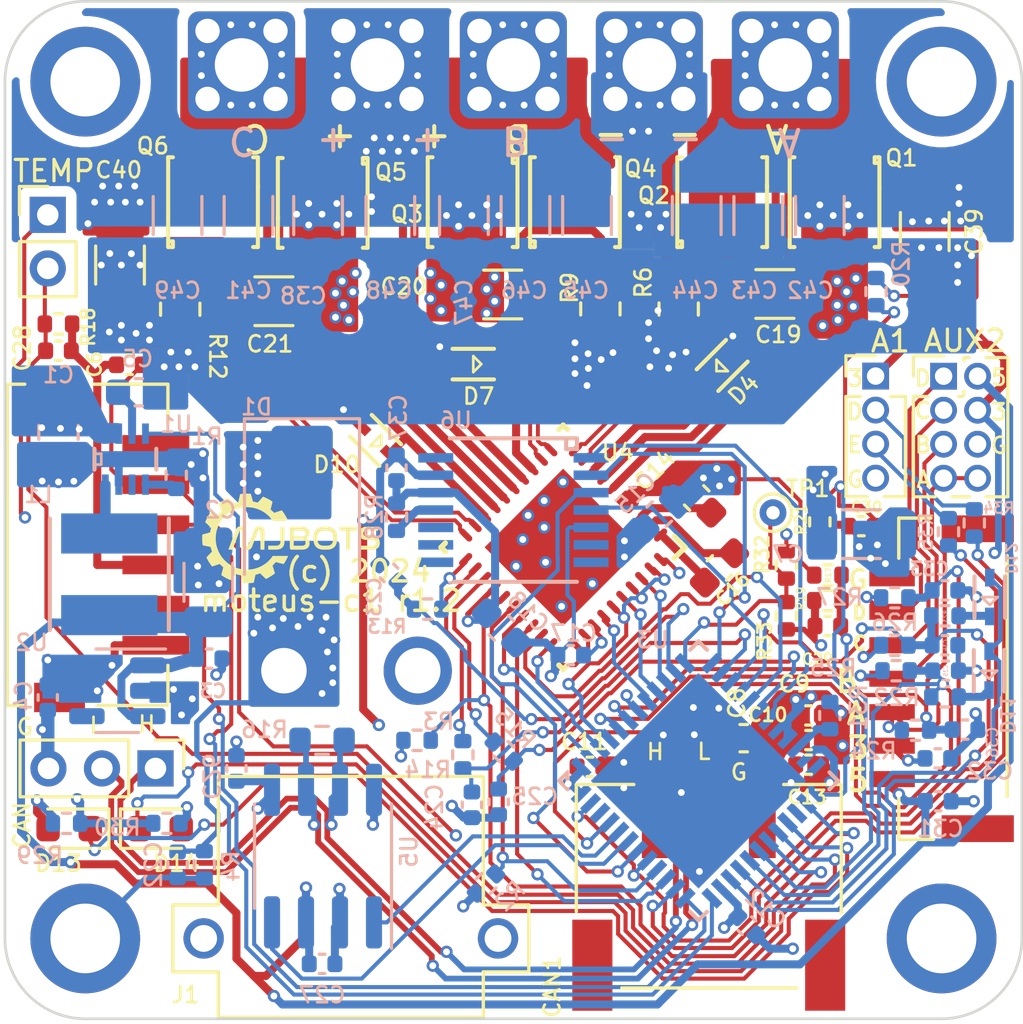
<source format=kicad_pcb>
(kicad_pcb (version 20240108) (generator "pcbnew") (generator_version "8.0")
  (layers (0 "F.Cu" signal) (1 "In1.Cu" jumper) (2 "In2.Cu" signal) (31 "B.Cu" signal) (34 "B.Paste" user) (35 "F.Paste" user) (36 "B.SilkS" user "B.Silkscreen") (37 "F.SilkS" user "F.Silkscreen") (38 "B.Mask" user) (39 "F.Mask" user) (44 "Edge.Cuts" user))
  (net 0 "")
  (net 1 "V+")
  (net 2 "GND")
  (net 3 "Net-(U1-VCC)")
  (net 4 "+5V")
  (net 5 "+3V")
  (net 6 "/stm32g4/NRST")
  (net 7 "Net-(U4-VCP)")
  (net 8 "Net-(U4-CPL)")
  (net 9 "Net-(U4-CPH)")
  (net 10 "Net-(U4-DVDD)")
  (net 11 "/Current Sense/FCUR1")
  (net 12 "/Current Sense/FCUR2")
  (net 13 "/Current Sense/FCUR3")
  (net 14 "/VT Sense/VBAT_SENSE")
  (net 15 "/VT Sense/VTEMP_FET")
  (net 16 "/VT Sense/VTEMP_MOT")
  (net 17 "/aux2/AUX2_D")
  (net 18 "/aux2/AUX2_C")
  (net 19 "/aux2/AUX2_B")
  (net 20 "/aux2/AUX2_A")
  (net 21 "GNDPWR")
  (net 22 "/Gate Driver/GHA")
  (net 23 "/Gate Driver/GLA")
  (net 24 "/Gate Driver/GHB")
  (net 25 "/Gate Driver/GLB")
  (net 26 "/Gate Driver/GLC")
  (net 27 "/aux2/AUX2_I2C_PULLUP")
  (net 28 "/LED Sense/LED1")
  (net 29 "/LED Sense/LED2")
  (net 30 "/stm32g4/SWDIO")
  (net 31 "/stm32g4/SWCLK")
  (net 32 "/Gate Driver/GHC")
  (net 33 "Net-(U1-LX)")
  (net 34 "Net-(U1-MODE)")
  (net 35 "/Gate Driver/DRV8323_MISO")
  (net 36 "/Gate Driver/DRV8323_FAULT")
  (net 37 "/Current Sense/CUR1")
  (net 38 "/Current Sense/CUR2")
  (net 39 "/Current Sense/CUR3")
  (net 40 "/LED Sense/DAC")
  (net 43 "MOUNT_GND")
  (net 44 "/Gate Driver/DRV8323_MOSI")
  (net 45 "/Gate Driver/MOTOR_ENABLE")
  (net 46 "/Gate Driver/MOTOR_HIZ")
  (net 47 "/Gate Driver/MOTOR1")
  (net 48 "/Gate Driver/MOTOR2")
  (net 49 "/Gate Driver/MOTOR3")
  (net 50 "/aux1/AUX1_A")
  (net 51 "/aux1/AUX1_C")
  (net 52 "/Gate Driver/DRV8323_CS")
  (net 53 "/aux1/AS5047_CS")
  (net 55 "/Gate Driver/DRV8323_SCLK")
  (net 56 "/aux1/AUX1_B")
  (net 57 "/CAN/CAN_RX")
  (net 58 "/CAN/CAN_TX")
  (net 59 "/stm32g4/AUX1_I2C_PULLUP")
  (net 61 "/aux2/AUX2P_D")
  (net 62 "/aux2/AUX2P_C")
  (net 63 "/aux2/AUX2P_B")
  (net 64 "/aux2/AUX2P_A")
  (net 65 "/CAN/CAN_P")
  (net 66 "/CAN/CAN_N")
  (net 67 "/H Bridge A/SXX_P")
  (net 68 "/H Bridge B/SXX_P")
  (net 69 "/H Bridge C/SXX_P")
  (net 70 "/H Bridge A/SXX_N")
  (net 71 "/H Bridge B/SXX_N")
  (net 72 "/H Bridge C/SXX_N")
  (net 74 "Net-(D11-Pad1)")
  (net 75 "Net-(D12-Pad1)")
  (net 76 "Net-(D13-A)")
  (net 77 "Net-(D14-A)")
  (net 78 "Net-(U6-VDD)")
  (net 85 "Net-(U3A-PB10)")
  (net 86 "/H Bridge A/OUTX")
  (net 87 "/H Bridge B/OUTX")
  (net 88 "/H Bridge C/OUTX")
  (net 89 "/H Bridge A/SPX_Q")
  (net 90 "/H Bridge B/SPX_Q")
  (net 91 "/H Bridge C/SPX_Q")
  (net 96 "/aux1/AUX1_D")
  (net 97 "/aux1/AUX1_E")
  (net 99 "/aux1/AUX1P_D")
  (net 100 "/aux1/AUX1P_E")
  (footprint "Resistor_SMD:R_0402_1005Metric" (layer "F.Cu") (at 161.45 100.44 -90)
    (property "Reference" "R21")
    (property "Value" "10k 1%" (hide yes))
  )
  (footprint "Capacitor_SMD:C_1206_3216Metric" (layer "F.Cu") (at 141.05 92.2 180)
    (property "Reference" "C21")
    (property "Value" "0.1uF 100V" (hide yes))
  )
  (footprint "moteus:AMASS_XT30PW-M" (layer "F.Cu") (at 143.925 116 180)
    (property "Reference" "J1")
    (property "Value" "XT30PW-M" (hide yes))
  )
  (footprint "Capacitor_SMD:C_1206_3216Metric" (layer "F.Cu") (at 165.37 89.6 -90)
    (property "Reference" "C39")
    (property "Value" "4.7uF 100V" (hide yes))
  )
  (footprint "Capacitor_SMD:C_0603_1608Metric" (layer "F.Cu") (at 156.85 99.55 -45)
    (property "Reference" "C14")
    (property "Value" "1uF 25V" (hide yes))
  )
  (footprint "Capacitor_SMD:C_0402_1005Metric" (layer "F.Cu") (at 163 100.6 180)
    (property "Reference" "C30")
    (property "Value" "0.1uF" (hide yes))
  )
  (footprint "moteus:NetTie-2_SMD_Pad0.2" (layer "F.Cu") (at 156.175 93.06 -90)
    (property "Reference" "NT3" (hide yes))
    (property "Value" "NetTie_2" (hide yes))
  )
  (footprint "moteus:M2.5_MOUNT" (layer "F.Cu") (at 134 84)
    (property "Reference" "MOUNT1" (hide yes))
    (property "Value" "M2.5_MOUNT" (hide yes))
  )
  (footprint "Capacitor_SMD:C_0402_1005Metric" (layer "F.Cu") (at 133 94.05)
    (property "Reference" "C28")
    (property "Value" "0.1uF" (hide yes))
  )
  (footprint "moteus:TSON Advance_TOS" (layer "F.Cu") (at 142.875001 88.528 -90)
    (property "Reference" "Q5")
    (property "Value" "TPN19008QM_LQ" (hide yes))
  )
  (footprint "LED_SMD:LED_0603_1608Metric" (layer "F.Cu") (at 136.8 111.9)
    (property "Reference" "D14")
    (property "Value" "LED" (hide yes))
  )
  (footprint "moteus:M2.5_MOUNT" (layer "F.Cu") (at 134 116)
    (property "Reference" "MOUNT3" (hide yes))
    (property "Value" "M2.5_MOUNT" (hide yes))
  )
  (footprint "Connector_PinHeader_2.00mm:PinHeader_1x02_P2.00mm_Vertical" (layer "F.Cu") (at 132.6 88.975)
    (property "Reference" "TEMP1" (hide yes))
    (property "Value" "Conn_01x02_Pin" (hide yes))
  )
  (footprint "moteus:JST_S6B-ZR-SM4A-TF(LF)(SN)" (layer "F.Cu") (at 136.64 101.3 -90)
    (property "Reference" "SWD1" (hide yes))
    (property "Value" "S6B-ZR-SM4A-TF(LF)(SN)" (hide yes))
  )
  (footprint "moteus:M2.5_MOUNT" (layer "F.Cu") (at 166 84)
    (property "Reference" "MOUNT2" (hide yes))
    (property "Value" "M2.5_MOUNT" (hide yes))
  )
  (footprint "moteus:TSON Advance_TOS" (layer "F.Cu") (at 138.774999 88.5 90)
    (property "Reference" "Q6")
    (property "Value" "TPN19008QM_LQ" (hide yes))
  )
  (footprint "moteus:RTA0040B" (layer "F.Cu") (at 151.857969 101.390813 -135)
    (property "Reference" "U4")
    (property "Value" "DRV8323SRTAR" (hide yes))
  )
  (footprint "moteus:SOD-523_STM" (layer "F.Cu") (at 157.8 94.6 45)
    (property "Reference" "D4")
    (property "Value" "BAT41KFILM" (hide yes))
  )
  (footprint "TestPoint:TestPoint_THTPad_D1.0mm_Drill0.5mm" (layer "F.Cu") (at 159.7 100.1)
    (property "Reference" "TP1")
    (property "Value" "TestPoint" (hide yes))
  )
  (footprint "moteus:POWER_M2.5" (layer "F.Cu") (at 155.08 83.375)
    (property "Reference" "VN1" (hide yes))
    (property "Value" "Conn_01x01" (hide yes))
  )
  (footprint "Resistor_SMD:R_0402_1005Metric" (layer "F.Cu") (at 160.2 102.05 -90)
    (property "Reference" "R32")
    (property "Value" "DNP" (hide yes))
  )
  (footprint "Resistor_SMD:R_0402_1005Metric" (layer "F.Cu") (at 161.75 102.43)
    (property "Reference" "R17")
    (property "Value" "100k 1%" (hide yes))
  )
  (footprint "Capacitor_SMD:C_1206_3216Metric" (layer "F.Cu") (at 159.77 91.93 180)
    (property "Reference" "C19")
    (property "Value" "0.1uF 100V" (hide yes))
  )
  (footprint "Connector_PinHeader_2.00mm:PinHeader_1x03_P2.00mm_Vertical" (layer "F.Cu") (at 136.625 109.65 -90)
    (property "Reference" "CAN_DBG1" (hide yes))
    (property "Value" "Conn_01x03_Pin" (hide yes))
  )
  (footprint "moteus:JST_S3B-PH-SM4-TB(LF)(SN)" (layer "F.Cu") (at 157.3 111.25 180)
    (property "Reference" "CAN1")
    (property "Value" "S3B-PH-SM4-TB(LF)(SN)" (hide yes))
  )
  (footprint "Capacitor_SMD:C_0603_1608Metric" (layer "F.Cu") (at 158.605 108.52 180)
    (property "Reference" "C8")
    (property "Value" "4.7uF" (hide yes))
  )
  (footprint "moteus:POWER_M2.5" (layer "F.Cu") (at 160.16 83.375)
    (property "Reference" "X1" (hide yes))
    (property "Value" "Conn_01x01" (hide yes))
  )
  (footprint "Capacitor_SMD:C_0402_1005Metric" (layer "F.Cu") (at 161.03 107.67)
    (property "Reference" "C9")
    (property "Value" "0.1uF" (hide yes))
  )
  (footprint "Capacitor_SMD:C_0402_1005Metric" (layer "F.Cu") (at 152.86 109.59)
    (property "Reference" "C11")
    (property "Value" "0.1uF" (hide yes))
  )
  (footprint "Resistor_SMD:R_0402_1005Metric" (layer "F.Cu") (at 133 93.05)
    (property "Reference" "R18")
    (property "Value" "10k 1%" (hide yes))
  )
  (footprint "Capacitor_SMD:C_0402_1005Metric" (layer "F.Cu") (at 161.03 109.51 180)
    (property "Reference" "C13")
    (property "Value" "0.1uF" (hide yes))
  )
  (footprint "moteus:TSON Advance_TOS" (layer "F.Cu") (at 148.474999 88.5 -90)
    (property "Reference" "Q3")
    (property "Value" "TPN19008QM_LQ" (hide yes))
  )
  (footprint "moteus:SOD-523_STM" (layer "F.Cu") (at 144.85 97.4 135)
    (property "Reference" "D10")
    (property "Value" "BAT41KFILM" (hide yes))
  )
  (footprint "moteus:M2.5_MOUNT" (layer "F.Cu") (at 166 116)
    (property "Reference" "MOUNT4" (hide yes))
    (property "Value" "M2.5_MOUNT" (hide yes))
  )
  (footprint "Resistor_SMD:R_0805_2012Metric" (layer "F.Cu") (at 156.175 92.4925 -90)
    (property "Reference" "R6")
    (property "Value" "2mOhm" (hide yes))
  )
  (footprint "moteus:TSON Advance_TOS" (layer "F.Cu") (at 157.8 88.5 90)
    (property "Reference" "Q2")
    (property "Value" "TPN19008QM_LQ" (hide yes))
  )
  (footprint "moteus:POWER_M2.5" (layer "F.Cu") (at 150 83.375)
    (property "Reference" "X2" (hide yes))
    (property "Value" "Conn_01x01" (hide yes))
  )
  (footprint "moteus:NetTie-2_SMD_Pad0.2" (layer "F.Cu") (at 153.25 91.9325 90)
    (property "Reference" "NT4" (hide yes))
    (property "Value" "NetTie_2" (hide yes))
  )
  (footprint "Resistor_SMD:R_0805_2012Metric" (layer "F.Cu") (at 137.55 92.5 -90)
    (property "Reference" "R12")
    (property "Value" "2mOhm" (hide yes))
  )
  (footprint "Capacitor_SMD:C_1206_3216Metric" (layer "F.Cu") (at 135.3 90.85 -90)
    (property "Reference" "C40")
    (property "Value" "4.7uF 100V" (hide yes))
  )
  (footprint "moteus:TSON Advance_TOS" (layer "F.Cu") (at 162 88.5 -90)
    (property "Reference" "Q1")
    (property "Value" "TPN19008QM_LQ" (hide yes))
  )
  (footprint "Resistor_SMD:R_0402_1005Metric" (layer "F.Cu") (at 160.2 103.95 -90)
    (property "Reference" "R33")
    (property "Value" "100k" (hide yes))
  )
  (footprint "Resistor_SMD:R_0805_2012Metric" (layer "F.Cu") (at 153.25 92.4875 -90)
    (property "Reference" "R9")
    (property "Value" "2mOhm" (hide yes))
  )
  (footprint "moteus:TSON Advance_TOS" (layer "F.Cu") (at 152.3 88.5 90)
    (property "Reference" "Q4")
    (property "Value" "TPN19008QM_LQ" (hide yes))
  )
  (footprint "moteus:NetTie-2_SMD_Pad0.2" (layer "F.Cu") (at 153.2 93.0425 -90)
    (property "Reference" "NT5" (hide yes))
    (property "Value" "NetTie_2" (hide yes))
  )
  (footprint "moteus:NetTie-2_SMD_Pad0.2" (layer "F.Cu") (at 137.525 91.9625 90)
    (property "Reference" "NT6" (hide yes))
    (property "Value" "NetTie_2" (hide yes))
  )
  (footprint "Capacitor_SMD:C_0402_1005Metric" (layer "F.Cu") (at 161.75 104.33 180)
    (property "Reference" "C29")
    (property "Value" "0.1uF" (hide yes))
  )
  (footprint "Capacitor_SMD:C_0402_1005Metric" (layer "F.Cu") (at 135.65 94.575 180)
    (property "Reference" "C6")
    (property "Value" "0.1uF" (hide yes))
  )
  (footprint "Capacitor_SMD:C_1206_3216Metric" (layer "F.Cu") (at 149.6 91.95)
    (property "Reference" "C20")
    (property "Value" "0.1uF 100V" (hide yes))
  )
  (footprint "moteus:SOD-523_STM" (layer "F.Cu") (at 148.5 94.55 180)
    (property "Reference" "D7")
    (property "Value" "BAT41KFILM" (hide yes))
  )
  (footprint "moteus:NetTie-2_SMD_Pad0.2" (layer "F.Cu") (at 137.525 93.0375 -90)
    (property "Reference" "NT7" (hide yes))
    (property "Value" "NetTie_2" (hide yes))
  )
  (footprint "Connector_PinHeader_1.27mm:PinHeader_1x04_P1.27mm_Vertical" (layer "F.Cu") (at 163.535 94.9962)
    (property "Reference" "AUX1" (hide yes))
    (property "Value" "Conn_01x04" (hide yes))
  )
  (footprint "Capacitor_SMD:C_0402_1005Metric" (layer "F.Cu") (at 161.03 108.59)
    (property "Reference" "C10")
    (property "Value" "1uF" (hide yes))
  )
  (footprint "Capacitor_SMD:C_0603_1608Metric" (layer "F.Cu") (at 157.7 102.16 45)
    (property "Reference" "C16")
    (property "Value" "47nF 100V" (hide yes))
  )
  (footprint "moteus:POWER_M2.5" (layer "F.Cu") (at 139.84 83.375)
    (property "Reference" "X3" (hide yes))
    (property "Value" "Conn_01x01" (hide yes))
  )
  (footprint "LED_SMD:LED_0603_1608Metric" (layer "F.Cu") (at 133.4 111.9 180)
    (property "Reference" "D13")
    (property "Value" "LED" (hide yes))
  )
  (footprint "moteus:JST_SM07B-GHS-TB(LF)(SN)" (layer "F.Cu") (at 166 106.3 90)
    (property "Reference" "AUX2")
    (property "Value" "SM07B-GHS-TB(LF)(SN)" (hide yes))
  )
  (footprint "moteus:POWER_M2.5" (layer "F.Cu") (at 144.92 83.375)
    (property "Reference" "VP1" (hide yes))
    (property "Value" "Conn_01x01" (hide yes))
  )
  (footprint "Resistor_SMD:R_0402_1005Metric" (layer "F.Cu") (at 161.75 103.38 180)
    (property "Reference" "R19")
    (property "Value" "4.7k 1%" (hide yes))
  )
  (footprint "moteus:NetTie-2_SMD_Pad0.2" (layer "F.Cu") (at 156.175 91.925 90)
    (property "Reference" "NT2" (hide yes))
    (property "Value" "NetTie_2" (hide yes))
  )
  (footprint "Connector_PinHeader_1.27mm:PinHeader_2x04_P1.27mm_Vertical" (layer "F.Cu") (at 166.075 95)
    (property "Reference" "AUX2H1" (hide yes))
    (property "Value" "Conn_02x04_Odd_Even" (hide yes))
  )
  (footprint "Resistor_SMD:R_0402_1005Metric" (layer "B.Cu") (at 164.25 105.05)
    (property "Reference" "R26")
    (property "Value" "100" (hide yes))
  )
  (footprint "Resistor_SMD:R_0402_1005Metric" (layer "B.Cu") (at 145.63 100.265 90)
    (property "Reference" "R28")
    (property "Value" "0" (hide yes))
  )
  (footprint "Resistor_SMD:R_0402_1005Metric" (layer "B.Cu") (at 137.05 111.7)
    (property "Reference" "R30")
    (property "Value" "560" (hide yes))
  )
  (footprint "Capacitor_SMD:C_0402_1005Metric" (layer "B.Cu") (at 152.14 105.42)
    (property "Reference" "C17")
    (property "Value" "1uF" (hide yes))
  )
  (footprint "Capacitor_SMD:C_0402_1005Metric" (layer "B.Cu") (at 166.875 108.2)
    (property "Reference" "C36")
    (property "Value" "DNP" (hide yes))
  )
  (footprint "Capacitor_SMD:C_1206_3216Metric" (layer "B.Cu") (at 148.15 89 -90)
    (property "Reference" "C47")
    (property "Value" "4.7uF 100V" (hide yes))
  )
  (footprint "Resistor_SMD:R_0402_1005Metric" (layer "B.Cu") (at 137.4 98.7 90)
    (property "Reference" "R1")
    (property "Value" "0" (hide yes))
  )
  (footprint "Package_TO_SOT_SMD:SOT-23-5" (layer "B.Cu") (at 135.2 106.75 180)
    (property "Reference" "U2")
    (property "Value" "TLV70233PDBVR" (hide yes))
  )
  (footprint "Capacitor_SMD:C_0603_1608Metric" (layer "B.Cu") (at 155.45 100.15 45)
    (property "Reference" "C15")
    (property "Value" "0.1uF 100V" (hide yes))
  )
  (footprint "Resistor_SMD:R_0402_1005Metric" (layer "B.Cu") (at 163.55 91.84 -90)
    (property "Reference" "R20")
    (property "Value" "47k NTC" (hide yes))
  )
  (footprint "Resistor_SMD:R_0402_1005Metric" (layer "B.Cu") (at 164.25 103.275)
    (property "Reference" "R27")
    (property "Value" "100" (hide yes))
  )
  (footprint "Resistor_SMD:R_0402_1005Metric" (layer "B.Cu") (at 149.64 109.02 -45)
    (property "Reference" "R15")
    (property "Value" "22" (hide yes))
  )
  (footprint "Capacitor_SMD:C_0402_1005Metric" (layer "B.Cu") (at 149.45 110.9 -90)
    (property "Reference" "C25")
    (property "Value" "1000pF" (hide yes))
  )
  (footprint "Capacitor_SMD:C_0402_1005Metric" (layer "B.Cu") (at 166.125 105.05)
    (property "Reference" "C34")
    (property "Value" "DNP" (hide yes))
  )
  (footprint "Capacitor_SMD:C_1206_3216Metric" (layer "B.Cu") (at 140.1 89 -90)
    (property "Reference" "C41")
    (property "Value" "4.7uF 100V" (hide yes))
  )
  (footprint "Resistor_SMD:R_0402_1005Metric" (layer "B.Cu") (at 164.3 106)
    (property "Reference" "R25")
    (property "Value" "100" (hide yes))
  )
  (footprint "Resistor_SMD:R_0402_1005Metric" (layer "B.Cu") (at 148.11 109.14 -90)
    (property "Reference" "R14")
    (property "Value" "22" (hide yes))
  )
  (footprint "Capacitor_SMD:C_0402_1005Metric" (layer "B.Cu") (at 145.35 102.35 135)
    (property "Reference" "C23")
    (property "Value" "1000pF" (hide yes))
  )
  (footprint "Capacitor_SMD:C_1206_3216Metric" (layer "B.Cu") (at 163 100.9)
    (property "Reference" "C7")
    (property "Value" "10uF" (hide yes))
  )
  (footprint "Capacitor_SMD:C_1206_3216Metric" (layer "B.Cu") (at 152.75 89 -90)
    (property "Reference" "C45")
    (property "Value" "4.7uF 100V" (hide yes))
  )
  (footprint "Capacitor_SMD:C_0603_1608Metric" (layer "B.Cu") (at 149.55 104.4 135)
    (property "Reference" "C18")
    (property "Value" "1uF" (hide yes))
  )
  (footprint "moteus:UFQFPN-48_7X7X0P55MM" (layer "B.Cu") (at 156.91704 110.112299 -45)
    (property "Reference" "U3")
    (property "Value" "STM32G474CEU6" (hide yes))
  )
  (footprint "moteus:SOD-523_STM" (layer "B.Cu") (at 167.775 106 90)
    (property "Reference" "D11")
    (property "Value" "BAT41KFILM" (hide yes))
  )
  (footprint "Capacitor_SMD:C_0402_1005Metric" (layer "B.Cu") (at 137.45 113.25 90)
    (property "Reference" "C22")
    (property "Value" "DNP" (hide yes))
  )
  (footprint "Diode_SMD:D_SMB" (layer "B.Cu") (at 142.1 100.25 -90)
    (property "Reference" "D1")
    (property "Value" "SMBJ48D-M3/I" (hide yes))
  )
  (footprint "Resistor_SMD:R_0402_1005Metric" (layer "B.Cu") (at 161.825 107.675 90)
    (property "Reference" "R31")
    (property "Value" "2k" (hide yes))
  )
  (footprint "Capacitor_SMD:C_0402_1005Metric" (layer "B.Cu") (at 166.125 103)
    (property "Reference" "C33")
    (property "Value" "DNP" (hide yes))
  )
  (footprint "Capacitor_SMD:C_0805_2012Metric" (layer "B.Cu") (at 133 97.1 -90)
    (property "Reference" "C1")
    (property "Value" "1uF 100V" (hide yes))
  )
  (footprint "moteus:IND_4018-WE-LQS_WRE" (layer "B.Cu") (at 134.9 102.4 90)
    (property "Reference" "L1")
    (property "Value" "47uH" (hide yes))
  )
  (footprint "Capacitor_SMD:C_0402_1005Metric" (layer "B.Cu") (at 139.65 109.65 90)
    (property "Reference" "C26")
    (property "Value" "0.1uF" (hide yes))
  )
  (footprint "Capacitor_SMD:C_0402_1005Metric" (layer "B.Cu") (at 158.725 115.525 -45)
    (property "Reference" "C12")
    (property "Value" "0.1uF" (hide yes))
  )
  (footprint "Resistor_SMD:R_0402_1005Metric" (layer "B.Cu") (at 166.125 106.975 180)
    (property "Reference" "R22")
    (property "Value" "2k" (hide yes))
  )
  (footprint "Resistor_SMD:R_0402_1005Metric" (layer "B.Cu") (at 167.2212 100.4826 -90)
    (property "Reference" "R34")
    (property "Value" "100" (hide yes))
  )
  (footprint "Resistor_SMD:R_0402_1005Metric" (layer "B.Cu") (at 133.3 111.7 180)
    (property "Reference" "R29")
    (property "Value" "560" (hide yes))
  )
  (footprint "moteus:21-0487A_MXM" (layer "B.Cu") (at 135.5 98.1 -90)
    (property "Reference" "U1")
    (property "Value" "MAX15062BATA+T" (hide yes))
  )
  (footprint "moteus:TSSOP14_OSM" (layer "B.Cu") (at 150 100 180)
    (property "Reference" "U6")
    (property "Value" "AS5047P-ATSM" (hide yes))
  )
  (footprint "Resistor_SMD:R_0402_1005Metric" (layer "B.Cu") (at 165.025 108.225)
    (property "Reference" "R24")
    (property "Value" "100" (hide yes))
  )
  (footprint "Resistor_SMD:R_0402_1005Metric" (layer "B.Cu") (at 146.8 103.7 180)
    (property "Reference" "R13")
    (property "Value" "22" (hide yes))
  )
  (footprint "Resistor_SMD:R_0402_1005Metric" (layer "B.Cu") (at 166.256 100.8128 -90)
    (property "Reference" "R35")
    (property "Value" "100" (hide yes))
  )
  (footprint "Resistor_SMD:R_0402_1005Metric" (layer "B.Cu") (at 166.125 103.95 180)
    (property "Reference" "R23")
    (property "Value" "2k" (hide yes))
  )
  (footprint "moteus:SOIC-8_3.9x4.9mm_P1.27mm" (layer "B.Cu") (at 142.885 112.925 90)
    (property "Reference" "U5")
    (property "Value" "TCAN1057AEV-Q1" (hide yes))
  )
  (footprint "Resistor_SMD:R_0402_1005Metric" (layer "B.Cu") (at 148.975 113.95 45)
    (property "Reference" "R2")
    (property "Value" "2k" (hide yes))
  )
  (footprint "Resistor_SMD:R_0402_1005Metric" (layer "B.Cu") (at 146.4 108.6)
    (property "Reference" "R3")
    (property "Value" "2k" (hide yes))
  )
  (footprint "Capacitor_SMD:C_1206_3216Metric" (layer "B.Cu") (at 161.45 89 -90)
    (property "Reference" "C42")
    (property "Value" "4.7uF 100V" (hide yes))
  )
  (footprint "Capacitor_SMD:C_0402_1005Metric" (layer "B.Cu") (at 165.875 110.875)
    (property "Reference" "C31")
    (property "Value" "1uF" (hide yes))
  )
  (footprint "Capacitor_SMD:C_0402_1005Metric" (layer "B.Cu") (at 132.6 107 -90)
    (property "Reference" "C4")
    (property "Value" "1uF" (hide yes))
  )
  (footprint "Resistor_SMD:R_0402_1005Metric" (layer "B.Cu") (at 138.45 113.25 90)
    (property "Reference" "R4")
    (property "Value" "DNP" (hide yes))
  )
  (footprint "Capacitor_SMD:C_1206_3216Metric" (layer "B.Cu") (at 142.7 89 -90)
    (property "Reference" "C38")
    (property "Value" "4.7uF 100V" (hide yes))
  )
  (footprint "moteus:SOD-523_STM" (layer "B.Cu") (at 167.8 103.25 90)
    (property "Reference" "D12")
    (property "Value" "BAT41KFILM" (hide yes))
  )
  (footprint "Capacitor_SMD:C_0402_1005Metric" (layer "B.Cu") (at 142.85 116.95)
    (property "Reference" "C27")
    (property "Value" "0.1uF" (hide yes))
  )
  (footprint "Capacitor_SMD:C_0402_1005Metric" (layer "B.Cu") (at 148.45 111.01 -90)
    (property "Reference" "C24")
    (property "Value" "1000pF" (hide yes))
  )
  (footprint "Capacitor_SMD:C_1206_3216Metric" (layer "B.Cu") (at 150.45 89 -90)
    (property "Reference" "C46")
    (property "Value" "4.7uF 100V" (hide yes))
  )
  (footprint "Capacitor_SMD:C_1206_3216Metric" (layer "B.Cu") (at 156.85 89 -90)
    (property "Reference" "C44")
    (property "Value" "4.7uF 100V" (hide yes))
  )
  (footprint "Capacitor_SMD:C_1206_3216Metric" (layer "B.Cu") (at 138.6 102.7 90)
    (property "Reference" "C2")
    (property "Value" "22uF" (hide yes))
  )
  (footprint "moteus:NetTie-2_SMD_Pad0.254mm" (layer "B.Cu") (at 134.83 98.1)
    (property "Reference" "NT1" (hide yes))
    (property "Value" "NetTie_2" (hide yes))
  )
  (footprint "Capacitor_SMD:C_0402_1005Metric" (layer "B.Cu") (at 138.63 105.55)
    (property "Reference" "C3")
    (property "Value" "1uF" (hide yes))
  )
  (footprint "Capacitor_SMD:C_1206_3216Metric" (layer "B.Cu") (at 137.45 89 -90)
    (property "Reference" "C49")
    (property "Value" "4.7uF 100V" (hide yes))
  )
  (footprint "Capacitor_SMD:C_1206_3216Metric" (layer "B.Cu") (at 159.15 89 -90)
    (property "Reference" "C43")
    (property "Value" "4.7uF 100V" (hide yes))
  )
  (footprint "Capacitor_SMD:C_0402_1005Metric" (layer "B.Cu") (at 145.63 98.42 90)
    (property "Reference" "C37")
    (property "Value" "0.1uF" (hide yes))
  )
  (footprint "Resistor_SMD:R_0603_1608Metric" (layer "B.Cu") (at 142.85 108.6 180)
    (property "Reference" "R16")
    (property "Value" "120")
  )
  (footprint "Capacitor_SMD:C_0402_1005Metric" (layer "B.Cu") (at 165.86 109.275)
    (property "Reference" "C32")
    (property "Value" "1uF" (hide yes))
  )
  (footprint "Capacitor_SMD:C_1206_3216Metric" (layer "B.Cu") (at 145.4 89 -90)
    (property "Reference" "C48")
    (property "Value" "4.7uF 100V" (hide yes))
  )
  (footprint "Capacitor_SMD:C_0402_1005Metric" (layer "B.Cu") (at 166.15 106)
    (property "Reference" "C35")
    (property "Value" "DNP" (hide yes))
  )
  (footprint "Capacitor_SMD:C_0603_1608Metric" (layer "B.Cu") (at 136 95.6)
    (property "Reference" "C5")
    (property "Value" "1uF" (hide yes))
  )
  (gr_poly (pts (xy 144.945031 100.772775) (xy 144.505823 100.772775) (xy 144.498653 100.772886) (xy 144.491728 100.773221) (xy 144.485049 100.773779) (xy 144.478616 100.77456) (xy 144.47243 100.775565) (xy 144.46649 100.776793) (xy 144.460798 100.778244) (xy 144.455353 100.779918) (xy 144.450157 100.781816) (xy 144.445209 100.783937) (xy 144.440509 100.786281) (xy 144.436059 100.788848) (xy 144.431859 100.791638) (xy 144.427908 100.794652) (xy 144.424208 100.797889) (xy 144.420759 100.801349) (xy 144.417539 100.804983) (xy 144.414527 100.808741) (xy 144.411722 100.812623) (xy 144.409126 100.816629) (xy 144.406736 100.820759) (xy 144.404555 100.825013) (xy 144.402582 100.829391) (xy 144.400816 100.833893) (xy 144.399258 100.838519) (xy 144.397908 100.843269) (xy 144.396765 100.848143) (xy 144.39583 100.853142) (xy 144.395103 100.858264) (xy 144.394584 100.86351) (xy 144.394272 100.86888) (xy 144.394168 100.874374) (xy 144.394255 100.879125) (xy 144.394517 100.883852) (xy 144.394956 100.888557) (xy 144.395574 100.893243) (xy 144.396371 100.897909) (xy 144.397349 100.902559) (xy 144.398511 100.907193) (xy 144.399857 100.911813) (xy 144.40061 100.914106) (xy 144.401432 100.91637) (xy 144.402322 100.918606) (xy 144.40328 100.920813) (xy 144.404306 100.92299) (xy 144.405401 100.925138) (xy 144.406563 100.927255) (xy 144.407794 100.929342) (xy 144.409093 100.931397) (xy 144.410461 100.933422) (xy 144.411896 100.935414) (xy 144.4134 100.937374) (xy 144.414972 100.939302) (xy 144.416612 100.941197) (xy 144.418321 100.943058) (xy 144.420097 100.944886) (xy 144.42197 100.946695) (xy 144.423917 100.948452) (xy 144.425938 100.950157) (xy 144.428033 100.95181) (xy 144.430201 100.953413) (xy 144.432443 100.954964) (xy 144.434758 100.956465) (xy 144.437146 100.957917) (xy 144.439607 100.959318) (xy 144.442141 100.96067) (xy 144.444747 100.961974) (xy 144.447426 100.963229) (xy 144.450176 100.964436) (xy 144.452999 100.965595) (xy 144.455893 100.966707) (xy 144.458859 100.967772) (xy 144.465084 100.969682) (xy 144.471755 100.971342) (xy 144.478869 100.972751) (xy 144.486425 100.973907) (xy 144.494421 100.974809) (xy 144.502856 100.975455) (xy 144.511728 100.975844) (xy 144.521036 100.975974) (xy 144.72159 100.975974) (xy 144.732428 100.976061) (xy 144.743016 100.976322) (xy 144.753352 100.976756) (xy 144.763438 100.977363) (xy 144.773273 100.978145) (xy 144.782859 100.9791) (xy 144.792194 100.980228) (xy 144.801279 100.981531) (xy 144.810115 100.983006) (xy 144.818702 100.984656) (xy 144.827039 100.986479) (xy 144.835127 100.988476) (xy 144.842967 100.990646) (xy 144.850558 100.99299) (xy 144.8579 100.995508) (xy 144.864994 100.998199) (xy 144.871874 101.001029) (xy 144.878574 101.00396) (xy 144.885094 101.006995) (xy 144.891432 101.010132) (xy 144.897589 101.013373) (xy 144.903564 101.016717) (xy 144.909357 101.020164) (xy 144.914968 101.023715) (xy 144.920395 101.02737) (xy 144.925639 101.031129) (xy 144.9307 101.034992) (xy 144.935576 101.03896) (xy 144.940268 101.043032) (xy 144.944775 101.047209) (xy 144.949097 101.051491) (xy 144.953233 101.055878) (xy 144.957197 101.060357) (xy 144.961003 101.064914) (xy 144.964651 101.069549) (xy 144.96814 101.074263) (xy 144.971472 101.079056) (xy 144.974645 101.083928) (xy 144.977661 101.08888) (xy 144.980518 101.093912) (xy 144.983217 101.099025) (xy 144.985758 101.104219) (xy 144.988141 101.109494) (xy 144.990366 101.114852) (xy 144.992432 101.120291) (xy 144.994341 101.125813) (xy 144.996091 101.131417) (xy 144.997683 101.137105) (xy 144.997683 101.137106) (xy 144.997684 101.137106) (xy 144.997685 101.137106) (xy 145.000519 101.148517) (xy 145.002971 101.15993) (xy 145.005041 101.17135) (xy 145.006731 101.18278) (xy 145.008042 101.194221) (xy 145.008977 101.205678) (xy 145.009537 101.217154) (xy 145.009724 101.228652) (xy 145.009482 101.242152) (xy 145.00876 101.25537) (xy 145.007561 101.26831) (xy 145.005887 101.280973) (xy 145.003742 101.293364) (xy 145.002493 101.299457) (xy 145.001128 101.305484) (xy 144.999647 101.311444) (xy 144.99805 101.317338) (xy 144.996337 101.323166) (xy 144.994509 101.328929) (xy 144.99253 101.334587) (xy 144.990411 101.340153) (xy 144.988152 101.345625) (xy 144.985755 101.351005) (xy 144.983219 101.356292) (xy 144.980545 101.361485) (xy 144.977732 101.366585) (xy 144.974781 101.371593) (xy 144.971692 101.376507) (xy 144.968465 101.381329) (xy 144.965101 101.386057) (xy 144.961599 101.390693) (xy 144.95796 101.395235) (xy 144.954185 101.399684) (xy 144.950272 101.404041) (xy 144.946223 101.408304) (xy 144.942032 101.41244) (xy 144.937696 101.416464) (xy 144.933215 101.420377) (xy 144.928588 101.424177) (xy 144.923817 101.427864) (xy 144.918901 101.43144) (xy 144.91384 101.434902) (xy 144.908635 101.438251) (xy 144.903286 101.441487) (xy 144.897793 101.44461) (xy 144.892156 101.44762) (xy 144.886375 101.450515) (xy 144.880451 101.453297) (xy 144.874384 101.455964) (xy 144.868173 101.458517) (xy 144.86182 101.460956) (xy 144.855309 101.463263) (xy 144.848624 101.465421) (xy 144.841766 101.46743) (xy 144.834734 101.46929) (xy 144.827528 101.471002) (xy 144.820148 101.472564) (xy 144.804869 101.475243) (xy 144.788895 101.477327) (xy 144.772226 101.478815) (xy 144.754863 101.479708) (xy 144.736805 101.480006) (xy 144.259497 101.480006) (xy 144.259497 101.330119) (xy 144.741832 101.330119) (xy 144.749343 101.330002) (xy 144.756597 101.329649) (xy 144.763595 101.329061) (xy 144.770337 101.328238) (xy 144.776822 101.327182) (xy 144.783052 101.325892) (xy 144.789028 101.324368) (xy 144.794748 101.322612) (xy 144.800215 101.320623) (xy 144.805427 101.318402) (xy 144.810386 101.315949) (xy 144.815092 101.313265) (xy 144.819546 101.310349) (xy 144.823747 101.307204) (xy 144.827696 101.303827) (xy 144.831393 101.300221) (xy 144.834854 101.296434) (xy 144.838091 101.292513) (xy 144.841104 101.288459) (xy 144.843895 101.28427) (xy 144.846462 101.279947) (xy 144.848806 101.27549) (xy 144.850927 101.270899) (xy 144.852825 101.266173) (xy 144.854499 101.261312) (xy 144.85595 101.256316) (xy 144.857178 101.251185) (xy 144.858183 101.245918) (xy 144.858964 101.240515) (xy 144.859522 101.234977) (xy 144.859857 101.229303) (xy 144.859969 101.223492) (xy 144.859869 101.218395) (xy 144.859572 101.213322) (xy 144.859075 101.208275) (xy 144.858381 101.203252) (xy 144.857488 101.198254) (xy 144.856396 101.19328) (xy 144.855106 101.188332) (xy 144.853618 101.183408) (xy 144.852789 101.180972) (xy 144.851888 101.178577) (xy 144.850918 101.176222) (xy 144.849877 101.173906) (xy 144.848766 101.17163) (xy 144.847586 101.169393) (xy 144.846337 101.167195) (xy 144.845019 101.165036) (xy 144.843633 101.162916) (xy 144.84218 101.160834) (xy 144.840658 101.158791) (xy 144.83907 101.156786) (xy 144.837415 101.154819) (xy 144.835694 101.15289) (xy 144.833907 101.150999) (xy 144.832054 101.149144) (xy 144.830102 101.147355) (xy 144.828067 101.14561) (xy 144.825948 101.143908) (xy 144.823745 101.142249) (xy 144.821458 101.140633) (xy 144.819088 101.139061) (xy 144.816634 101.137533) (xy 144.814096 101.136048) (xy 144.811475 101.134606) (xy 144.808769 101.133207) (xy 144.80598 101.131852) (xy 144.803108 101.130541) (xy 144.800151 101.129273) (xy 144.797111 101.128048) (xy 144.793987 101.126867) (xy 144.79078 101.125729) (xy 144.787478 101.124648) (xy 144.78407 101.123639) (xy 144.776941 101.121832) (xy 144.769393 101.120308) (xy 144.761428 101.119065) (xy 144.753047 101.1181) (xy 144.744252 101.117413) (xy 144.735045 101.117002) (xy 144.725427 101.116865) (xy 144.526064 101.116865) (xy 144.515398 101.116782) (xy 144.50498 101.11653) (xy 144.49481 101.116111) (xy 144.484888 101.115524) (xy 144.475214 101.114768) (xy 144.465788 101.113845) (xy 144.456611 101.112752) (xy 144.447681 101.111491) (xy 144.438999 101.110061) (xy 144.430566 101.108461) (xy 144.42238 101.106693) (xy 144.414443 101.104754) (xy 144.406753 101.102646) (xy 144.399312 101.100368) (xy 144.392119 101.09792) (xy 144.385173 101.095302) (xy 144.378444 101.092544) (xy 144.371897 101.089677) (xy 144.365533 101.086702) (xy 144.359352 101.083619) (xy 144.353354 101.080427) (xy 144.347538 101.077126) (xy 144.341906 101.073717) (xy 144.336457 101.070199) (xy 144.33119 101.066573) (xy 144.326107 101.062838) (xy 144.321206 101.058995) (xy 144.316489 101.055044) (xy 144.311954 101.050983) (xy 144.307603 101.046815) (xy 144.303434 101.042537) (xy 144.299448 101.038152) (xy 144.295651 101.033676) (xy 144.292001 101.029129) (xy 144.288496 101.024511) (xy 144.285138 101.019823) (xy 144.281926 101.015064) (xy 144.278861 101.010235) (xy 144.275943 101.005335) (xy 144.273172 101.000366) (xy 144.270548 100.995327) (xy 144.268071 100.990218) (xy 144.265743 100.98504) (xy 144.263562 100.979792) (xy 144.261529 100.974476) (xy 144.259645 100.969091) (xy 144.257908 100.963637) (xy 144.256321 100.958115) (xy 144.253487 100.947003) (xy 144.251035 100.93589) (xy 144.248966 100.924778) (xy 144.247276 100.913665) (xy 144.245964 100.902553) (xy 144.245029 100.89144) (xy 144.244469 100.880328) (xy 144.244283 100.869215) (xy 144.244517 100.856) (xy 144.245219 100.843046) (xy 144.246382 100.830352) (xy 144.248003 100.817919) (xy 144.250076 100.805746) (xy 144.252598 100.793834) (xy 144.255563 100.782182) (xy 144.258966 100.77079) (xy 144.26087 100.765207) (xy 144.262911 100.759721) (xy 144.265088 100.754329) (xy 144.267402 100.749032) (xy 144.269854 100.74383) (xy 144.272442 100.738722) (xy 144.275169 100.733708) (xy 144.278033 100.728787) (xy 144.281035 100.72396) (xy 144.284175 100.719225) (xy 144.287454 100.714582) (xy 144.290871 100.710031) (xy 144.294427 100.705571) (xy 144.298122 100.701203) (xy 144.301957 100.696925) (xy 144.30593 100.692738) (xy 144.310068 100.688678) (xy 144.314346 100.684732) (xy 144.318764 100.680901) (xy 144.323322 100.677183) (xy 144.328022 100.67358) (xy 144.332863 100.670091) (xy 144.337846 100.666715) (xy 144.342972 100.663452) (xy 144.34824 100.660302) (xy 144.353651 100.657266) (xy 144.359205 100.654342) (xy 144.364903 100.651531) (xy 144.370746 100.648833) (xy 144.376732 100.646246) (xy 144.382864 100.643772) (xy 144.389141 100.641409) (xy 144.395571 100.639197) (xy 144.402158 100.637124) (xy 144.408903 100.635192) (xy 144.415806 100.633401) (xy 144.430088 100.630242) (xy 144.445002 100.627651) (xy 144.460548 100.625629) (xy 144.476727 100.624182) (xy 144.493538 100.623311) (xy 144.510982 100.62302) (xy 144.945031 100.62302)) (fill solid) (layer "F.SilkS"))
  (gr_poly (pts (xy 141.445387 101.183937) (xy 141.445108 101.199942) (xy 141.444273 101.215612) (xy 141.442882 101.230948) (xy 141.440939 101.245949) (xy 141.438443 101.260614) (xy 141.436989 101.267822) (xy 141.435397 101.274945) (xy 141.433668 101.281985) (xy 141.431802 101.288941) (xy 141.429799 101.295814) (xy 141.42766 101.302602) (xy 141.42535 101.309292) (xy 141.422885 101.315867) (xy 141.420263 101.322327) (xy 141.417486 101.328672) (xy 141.414552 101.334903) (xy 141.411461 101.341019) (xy 141.408213 101.34702) (xy 141.404807 101.352906) (xy 141.401242 101.358678) (xy 141.39752 101.364335) (xy 141.393638 101.369878) (xy 141.389597 101.375305) (xy 141.385397 101.380618) (xy 141.381036 101.385816) (xy 141.376515 101.390899) (xy 141.371833 101.395868) (xy 141.366984 101.400713) (xy 141.361961 101.405424) (xy 141.356764 101.410002) (xy 141.351394 101.414447) (xy 141.34585 101.418758) (xy 141.340133 101.422936) (xy 141.334241 101.426981) (xy 141.328177 101.430892) (xy 141.321938 101.43467) (xy 141.315526 101.438315) (xy 141.308941 101.441827) (xy 141.302181 101.445205) (xy 141.295248 101.448449) (xy 141.288142 101.451561) (xy 141.280862 101.454539) (xy 141.273408 101.457384) (xy 141.267343 101.459555) (xy 141.261154 101.461605) (xy 141.254842 101.463537) (xy 141.248405 101.465354) (xy 141.241844 101.46706) (xy 141.235159 101.468657) (xy 141.22835 101.470149) (xy 141.221417 101.471539) (xy 141.210714 101.473449) (xy 141.199736 101.475109) (xy 141.188482 101.476518) (xy 141.176951 101.477674) (xy 141.165141 101.478576) (xy 141.15305 101.479222) (xy 141.140676 101.479611) (xy 141.12802 101.479741) (xy 140.837243 101.479741) (xy 140.837243 101.329855) (xy 141.119024 101.329855) (xy 141.131413 101.32968) (xy 141.143281 101.329156) (xy 141.154624 101.328278) (xy 141.160099 101.327705) (xy 141.165442 101.327043) (xy 141.170653 101.326291) (xy 141.175732 101.325449) (xy 141.180679 101.324516) (xy 141.185494 101.323492) (xy 141.190176 101.322377) (xy 141.194726 101.321169) (xy 141.199142 101.31987) (xy 141.203426 101.318477) (xy 141.207568 101.31703) (xy 141.211611 101.315514) (xy 141.215553 101.313931) (xy 141.219394 101.31228) (xy 141.223133 101.310564) (xy 141.226771 101.30878) (xy 141.230306 101.306931) (xy 141.233737 101.305017) (xy 141.237065 101.303037) (xy 141.240288 101.300993) (xy 141.243406 101.298884) (xy 141.246419 101.296711) (xy 141.249325 101.294475) (xy 141.252124 101.292176) (xy 141.254817 101.289813) (xy 141.257401 101.287389) (xy 141.259884 101.284904) (xy 141.262275 101.282359) (xy 141.264573 101.279756) (xy 141.266777 101.277093) (xy 141.268889 101.27437) (xy 141.270907 101.271587) (xy 141.272833 101.268745) (xy 141.274665 101.265842) (xy 141.276404 101.262878) (xy 141.278051 101.259854) (xy 141.279604 101.256769) (xy 141.281065 101.253623) (xy 141.282432 101.250416) (xy 141.283706 101.247148) (xy 141.284888 101.243817) (xy 141.285976 101.240425) (xy 141.286169 101.239874) (xy 141.28635 101.239311) (xy 141.286522 101.238739) (xy 141.286687 101.23816) (xy 141.286999 101.236984) (xy 141.287299 101.235795) (xy 141.289153 101.224286) (xy 141.29092 101.212776) (xy 141.292564 101.201267) (xy 141.294046 101.189758) (xy 141.294089 101.18887) (xy 141.294122 101.187992) (xy 141.294161 101.186252) (xy 141.294176 101.184511) (xy 141.294178 101.182746) (xy 141.29431 101.182746) (xy 141.29431 100.622888) (xy 141.445387 100.622888)) (fill solid) (layer "F.SilkS"))
  (gr_poly (pts (xy 139.827142 100.607874) (xy 139.83849 100.608475) (xy 139.849466 100.609475) (xy 139.86007 100.610876) (xy 139.870302 100.612678) (xy 139.880162 100.614881) (xy 139.88965 100.617485) (xy 139.898765 100.62049) (xy 139.907509 100.623897) (xy 139.915881 100.627706) (xy 139.92388 100.631916) (xy 139.931508 100.636528) (xy 139.938763 100.641543) (xy 139.945646 100.646961) (xy 139.952157 100.652781) (xy 139.958297 100.659004) (xy 139.964064 100.665555) (xy 139.969459 100.672361) (xy 139.974482 100.67942) (xy 139.979133 100.686733) (xy 139.983411 100.6943) (xy 139.987318 100.70212) (xy 139.990853 100.710192) (xy 139.994015 100.718518) (xy 139.996806 100.727097) (xy 139.999224 100.735928) (xy 140.001271 100.745011) (xy 140.002945 100.754347) (xy 140.004247 100.763934) (xy 140.005178 100.773773) (xy 140.005736 100.783864) (xy 140.005922 100.794206) (xy 140.005922 101.30075) (xy 140.00597 101.303422) (xy 140.006113 101.306028) (xy 140.006353 101.308568) (xy 140.006687 101.311044) (xy 140.007115 101.313455) (xy 140.007638 101.315801) (xy 140.008254 101.318081) (xy 140.008964 101.320296) (xy 140.009767 101.322447) (xy 140.010663 101.324532) (xy 140.011651 101.326552) (xy 140.012731 101.328507) (xy 140.013902 101.330397) (xy 140.015164 101.332221) (xy 140.016517 101.333981) (xy 140.01796 101.335675) (xy 140.019478 101.337286) (xy 140.021054 101.338794) (xy 140.022689 101.3402) (xy 140.024381 101.341502) (xy 140.02613 101.342702) (xy 140.027936 101.343798) (xy 140.029799 101.344791) (xy 140.031719 101.34568) (xy 140.033694 101.346465) (xy 140.035724 101.347146) (xy 140.03781 101.347723) (xy 140.03995 101.348196) (xy 140.042144 101.348563) (xy 140.044392 101.348826) (xy 140.046694 101.348984) (xy 140.049049 101.349037) (xy 140.053401 101.348899) (xy 140.05551 101.348726) (xy 140.057575 101.348484) (xy 140.059596 101.348173) (xy 140.061573 101.347793) (xy 140.063505 101.347344) (xy 140.065393 101.346825) (xy 140.067237 101.346237) (xy 140.069036 101.345579) (xy 140.070791 101.344852) (xy 140.072501 101.344056) (xy 140.074167 101.34319) (xy 140.075788 101.342254) (xy 140.077365 101.341248) (xy 140.078897 101.340173) (xy 140.080385 101.339028) (xy 140.081828 101.337814) (xy 140.083226 101.336529) (xy 140.08458 101.335175) (xy 140.085889 101.33375) (xy 140.087154 101.332256) (xy 140.088374 101.330691) (xy 140.089549 101.329057) (xy 140.090679 101.327352) (xy 140.091764 101.325577) (xy 140.092805 101.323732) (xy 140.093801 101.321816) (xy 140.095658 101.317774) (xy 140.097335 101.31345) (xy 140.30543 100.766424) (xy 140.308683 100.757343) (xy 140.31209 100.748503) (xy 140.315652 100.739906) (xy 140.319368 100.731551) (xy 140.323239 100.723439) (xy 140.327264 100.715569) (xy 140.331442 100.707943) (xy 140.335774 100.70056) (xy 140.34026 100.69342) (xy 140.344899 100.686524) (xy 140.349691 100.679871) (xy 140.354636 100.673463) (xy 140.359734 100.667298) (xy 140.364984 100.661378) (xy 140.370387 100.655703) (xy 140.375941 100.650272) (xy 140.381733 100.64513) (xy 140.387848 100.640319) (xy 140.394285 100.635841) (xy 140.401044 100.631694) (xy 140.408126 100.627878) (xy 140.41553 100.624395) (xy 140.423256 100.621243) (xy 140.431306 100.618423) (xy 140.439677 100.615935) (xy 140.448371 100.613778) (xy 140.457388 100.611954) (xy 140.466727 100.610461) (xy 140.476388 100.6093) (xy 140.486372 100.60847) (xy 140.496678 100.607973) (xy 140.507307 100.607807) (xy 140.519004 100.608007) (xy 140.530332 100.608607) (xy 140.54129 100.609607) (xy 140.551879 100.611008) (xy 140.562098 100.61281) (xy 140.571947 100.615013) (xy 140.581426 100.617617) (xy 140.590535 100.620622) (xy 140.599273 100.624029) (xy 140.607641 100.627838) (xy 140.615637 100.632048) (xy 140.623263 100.636661) (xy 140.630517 100.641675) (xy 140.6374 100.647093) (xy 140.643911 100.652913) (xy 140.65005 100.659136) (xy 140.655817 100.665687) (xy 140.661212 100.672493) (xy 140.666235 100.679552) (xy 140.670886 100.686865) (xy 140.675165 100.694432) (xy 140.679071 100.702252) (xy 140.682606 100.710325) (xy 140.685769 100.71865) (xy 140.688559 100.727229) (xy 140.690978 100.73606) (xy 140.693024 100.745143) (xy 140.694698 100.754479) (xy 140.696001 100.764066) (xy 140.696931 100.773905) (xy 140.697489 100.783996) (xy 140.697675 100.794338) (xy 140.697675 101.480006) (xy 140.546598 101.480006) (xy 140.546598 100.802143) (xy 140.546551 100.799306) (xy 140.546412 100.796549) (xy 140.546178 100.79387) (xy 140.545852 100.79127) (xy 140.545431 100.788748) (xy 140.544917 100.786302) (xy 140.544308 100.783933) (xy 140.543605 100.781638) (xy 140.542807 100.779418) (xy 140.541915 100.777271) (xy 140.540927 100.775198) (xy 140.539845 100.773196) (xy 140.538667 100.771266) (xy 140.537393 100.769406) (xy 140.536024 100.767616) (xy 140.534559 100.765895) (xy 140.53302 100.764285) (xy 140.531427 100.762776) (xy 140.529782 100.761371) (xy 140.528083 100.760068) (xy 140.526331 100.758869) (xy 140.524525 100.757772) (xy 140.522665 100.75678) (xy 140.520751 100.755891) (xy 140.518783 100.755105) (xy 140.516761 100.754424) (xy 140.514683 100.753847) (xy 140.512551 100.753375) (xy 140.510364 100.753007) (xy 140.508122 100.752744) (xy 140.505824 100.752586) (xy 140.503471 100.752534) (xy 140.501429 100.752574) (xy 140.499421 100.752695) (xy 140.497448 100.752896) (xy 140.495508 100.753177) (xy 140.493603 100.753537) (xy 140.491732 100.753978) (xy 140.489895 100.754498) (xy 140.488092 100.755097) (xy 140.486323 100.755775) (xy 140.484588 100.756532) (xy 140.482887 100.757368) (xy 140.481221 100.758282) (xy 140.479588 100.759275) (xy 140.47799 100.760345) (xy 140.476426 100.761494) (xy 140.474896 100.76272) (xy 140.473406 100.76401) (xy 140.471962 100.76535) (xy 140.470565 100.766739) (xy 140.469213 100.768177) (xy 140.467908 100.769666) (xy 140.466647 100.771204) (xy 140.465432 100.772791) (xy 140.464263 100.774428) (xy 140.463138 100.776115) (xy 140.462058 100.777851) (xy 140.461023 100.779637) (xy 140.460031 100.781473) (xy 140.459085 100.783358) (xy 140.458182 100.785293) (xy 140.457323 100.787277) (xy 140.456507 100.789311) (xy 140.24828 101.336337) (xy 140.245026 101.345442) (xy 140.241614 101.354302) (xy 140.238043 101.362917) (xy 140.234315 101.371287) (xy 140.230428 101.379412) (xy 140.226384 101.387292) (xy 140.222181 101.394927) (xy 140.21782 101.402317) (xy 140.213301 101.409463) (xy 140.208623 101.416363) (xy 140.203788 101.423018) (xy 140.198795 101.429429) (xy 140.193643 101.435594) (xy 140.188333 101.441515) (xy 140.182865 101.44719) (xy 140.177239 101.452621) (xy 140.171376 101.457763) (xy 140.165196 101.462574) (xy 140.158699 101.467053) (xy 140.151885 101.4712) (xy 140.144753 101.475015) (xy 140.137302 101.478499) (xy 140.129533 101.48165) (xy 140.121445 101.48447) (xy 140.113038 101.486959) (xy 140.104311 101.489115) (xy 140.095264 101.49094) (xy 140.085896 101.492433) (xy 140.076208 101.493594) (xy 140.066198 101.494423) (xy 140.055866 101.494921) (xy 140.045212 101.495087) (xy 140.033517 101.494885) (xy 140.022194 101.494281) (xy 140.011245 101.493274) (xy 140.000669 101.491864) (xy 139.990468 101.490052) (xy 139.980642 101.487838) (xy 139.971191 101.485223) (xy 139.962117 101.482205) (xy 139.953419 101.478786) (xy 139.945098 101.474965) (xy 139.937156 101.470744) (xy 139.929592 101.466121) (xy 139.922406 101.461098) (xy 139.915601 101.455674) (xy 139.909176 101.44985) (xy 139.903131 101.443625) (xy 139.897459 101.437071) (xy 139.892149 101.430255) (xy 139.887204 101.423178) (xy 139.882622 101.41584) (xy 139.878404 101.40824) (xy 139.874551 101.400377) (xy 139.871064 101.392251) (xy 139.867941 101.383863) (xy 139.865185 101.37521) (xy 139.862795 101.366294) (xy 139.860771 101.357114) (xy 139.859115 101.347668) (xy 139.857826 101.337958) (xy 139.856905 101.327982) (xy 139.856352 101.317741) (xy 139.856167 101.307233) (xy 139.856167 100.802011) (xy 139.856118 100.799174) (xy 139.855969 100.796416) (xy 139.855721 100.793738) (xy 139.855374 100.791138) (xy 139.854927 100.788616) (xy 139.854381 100.78617) (xy 139.853737 100.7838) (xy 139.852992 100.781506) (xy 139.852149 100.779286) (xy 139.851206 100.777139) (xy 139.850165 100.775065) (xy 139.849024 100.773064) (xy 139.847783 100.771134) (xy 139.846444 100.769274) (xy 139.845005 100.767484) (xy 139.843467 100.765763) (xy 139.841855 100.764152) (xy 139.840193 100.762644) (xy 139.838482 100.761239) (xy 139.83672 100.759936) (xy 139.83491 100.758736) (xy 139.833049 100.75764) (xy 139.831139 100.756648) (xy 139.82918 100.755758) (xy 139.827171 100.754973) (xy 139.825112 100.754292) (xy 139.823004 100.753715) (xy 139.820846 100.753243) (xy 139.818638 100.752875) (xy 139.816381 100.752612) (xy 139.814074 100.752454) (xy 139.811717 100.752402) (xy 139.80951 100.752442) (xy 139.807352 100.752563) (xy 139.805244 100.752763) (xy 139.803187 100.753044) (xy 139.801179 100.753405) (xy 139.799223 100.753846) (xy 139.797317 100.754366) (xy 139.795462 100.754965) (xy 139.793658 100.755643) (xy 139.791906 100.7564) (xy 139.790205 100.757236) (xy 139.788556 100.75815) (xy 139.786959 100.759143) (xy 139.785414 100.760213) (xy 139.783921 100.761362) (xy 139.782481 100.762588) (xy 139.781062 100.763878) (xy 139.779684 100.765217) (xy 139.778346 100.766606) (xy 139.777049 100.768045) (xy 139.775791 100.769533) (xy 139.774574 100.771071) (xy 139.773398 100.772659) (xy 139.772261 100.774296) (xy 139.771165 100.775982) (xy 139.77011 100.777719) (xy 139.769094 100.779505) (xy 139.768119 100.78134) (xy 139.767184 100.783225) (xy 139.76629 100.78516) (xy 139.765435 100.787145) (xy 139.764622 100.789179) (xy 139.50824 101.479741) (xy 139.3483 101.479741) (xy 139.613677 100.766292) (xy 139.616906 100.75721) (xy 139.620293 100.748371) (xy 139.623837 100.739774) (xy 139.627539 100.731419) (xy 139.631396 100.723306) (xy 139.63541 100.715437) (xy 139.63958 100.707811) (xy 139.643905 100.700427) (xy 139.648386 100.693288) (xy 139.653021 100.686391) (xy 139.65781 100.679739) (xy 139.662753 100.67333) (xy 139.667849 100.667166) (xy 139.673099 100.661246) (xy 139.678501 100.655571) (xy 139.684056 100.65014) (xy 139.689848 100.644998) (xy 139.695962 100.640187) (xy 139.702399 100.635708) (xy 139.709158 100.631561) (xy 139.71624 100.627746) (xy 139.723644 100.624263) (xy 139.731371 100.621111) (xy 139.73942 100.618291) (xy 139.747792 100.615803) (xy 139.756486 100.613646) (xy 139.765502 100.611821) (xy 139.774841 100.610329) (xy 139.784503 100.609167) (xy 139.794487 100.608338) (xy 139.804793 100.60784) (xy 139.815422 100.607674)) (fill solid) (layer "F.SilkS"))
  (gr_poly (pts (xy 143.035498 100.623045) (xy 143.041536 100.623119) (xy 143.047549 100.623243) (xy 143.053525 100.623417) (xy 143.074506 100.624598) (xy 143.094887 100.626506) (xy 143.114665 100.62914) (xy 143.133842 100.632502) (xy 143.152418 100.636591) (xy 143.170392 100.641409) (xy 143.187765 100.646956) (xy 143.204536 100.653232) (xy 143.220705 100.660239) (xy 143.236273 100.667976) (xy 143.25124 100.676445) (xy 143.265605 100.685646) (xy 143.279368 100.695579) (xy 143.29253 100.706245) (xy 143.305091 100.717645) (xy 143.31705 100.72978) (xy 143.329113 100.743554) (xy 143.340397 100.758188) (xy 143.350903 100.773681) (xy 143.360631 100.790034) (xy 143.369581 100.807248) (xy 143.377753 100.825323) (xy 143.385146 100.844258) (xy 143.391761 100.864056) (xy 143.397598 100.884715) (xy 143.402657 100.906237) (xy 143.406937 100.928621) (xy 143.410439 100.951868) (xy 143.413163 100.975979) (xy 143.415109 101.000954) (xy 143.416276 101.026793) (xy 143.416665 101.053497) (xy 143.416276 101.080052) (xy 143.415109 101.105742) (xy 143.413163 101.130568) (xy 143.410439 101.154529) (xy 143.406937 101.177626) (xy 143.402657 101.199858) (xy 143.397598 101.221227) (xy 143.391761 101.241732) (xy 143.385146 101.261373) (xy 143.377753 101.280151) (xy 143.369581 101.298066) (xy 143.360631 101.315119) (xy 143.350903 101.331308) (xy 143.340397 101.346635) (xy 143.329113 101.361099) (xy 143.31705 101.374701) (xy 143.305091 101.386624) (xy 143.29253 101.397837) (xy 143.279368 101.408337) (xy 143.265605 101.418124) (xy 143.25124 101.427197) (xy 143.236273 101.435556) (xy 143.220705 101.443198) (xy 143.204536 101.450124) (xy 143.187764 101.456332) (xy 143.170392 101.461821) (xy 143.152418 101.466591) (xy 143.133842 101.47064) (xy 143.114665 101.473967) (xy 143.094887 101.476571) (xy 143.074506 101.478452) (xy 143.053525 101.479609) (xy 143.047567 101.479782) (xy 143.041585 101.479906) (xy 143.035554 101.479981) (xy 143.029448 101.480005) (xy 142.912766 101.480005) (xy 142.889622 101.479593) (xy 142.867169 101.478356) (xy 142.845407 101.476295) (xy 142.824335 101.47341) (xy 142.803955 101.4697) (xy 142.784265 101.465167) (xy 142.765265 101.45981) (xy 142.746955 101.45363) (xy 142.729335 101.446626) (xy 142.712405 101.4388) (xy 142.696164 101.430151) (xy 142.680613 101.420679) (xy 142.66575 101.410385) (xy 142.651577 101.399268) (xy 142.638092 101.387329) (xy 142.625296 101.374569) (xy 142.61321 101.360967) (xy 142.601905 101.346502) (xy 142.591381 101.331175) (xy 142.581638 101.314986) (xy 142.572675 101.297934) (xy 142.564493 101.280019) (xy 142.557091 101.261241) (xy 142.550469 101.241599) (xy 142.544626 101.221094) (xy 142.539564 101.199726) (xy 142.53528 101.177493) (xy 142.531776 101.154396) (xy 142.529051 101.130435) (xy 142.527105 101.10561) (xy 142.525937 101.07992) (xy 142.525548 101.053365) (xy 142.52555 101.053233) (xy 142.675435 101.053233) (xy 142.675653 101.071315) (xy 142.676309 101.088753) (xy 142.677401 101.105547) (xy 142.67893 101.121696) (xy 142.680896 101.1372) (xy 142.683297 101.152061) (xy 142.686135 101.166279) (xy 142.689408 101.179852) (xy 142.693117 101.192783) (xy 142.697262 101.20507) (xy 142.701841 101.216714) (xy 142.706856 101.227715) (xy 142.712306 101.238074) (xy 142.71819 101.24779) (xy 142.724509 101.256864) (xy 142.731262 101.265296) (xy 142.738505 101.27313) (xy 142.746294 101.280458) (xy 142.754629 101.287281) (xy 142.76351 101.293598) (xy 142.772938 101.29941) (xy 142.782912 101.304717) (xy 142.793434 101.309518) (xy 142.804502 101.313814) (xy 142.816118 101.317605) (xy 142.828281 101.32089) (xy 142.840991 101.323669) (xy 142.85425 101.325944) (xy 142.868056 101.327713) (xy 142.882411 101.328976) (xy 142.897314 101.329734) (xy 142.912766 101.329987) (xy 143.029448 101.329987) (xy 143.035572 101.329937) (xy 143.041635 101.329788) (xy 143.047623 101.32954) (xy 143.053525 101.329193) (xy 143.066409 101.328266) (xy 143.07887 101.326924) (xy 143.090906 101.325166) (xy 143.10252 101.322994) (xy 143.113711 101.320407) (xy 143.124481 101.317405) (xy 143.134829 101.313989) (xy 143.144756 101.31016) (xy 143.154264 101.305916) (xy 143.163351 101.301258) (xy 143.17202 101.296187) (xy 143.18027 101.290702) (xy 143.188103 101.284805) (xy 143.195518 101.278494) (xy 143.202517 101.271771) (xy 143.2091 101.264635) (xy 143.209099 101.264635) (xy 143.215947 101.256152) (xy 143.222351 101.247024) (xy 143.228313 101.237253) (xy 143.233831 101.226838) (xy 143.238908 101.215781) (xy 143.243541 101.204082) (xy 143.247733 101.191742) (xy 143.251482 101.178761) (xy 143.25479 101.165139) (xy 143.257656 101.150878) (xy 143.26008 101.135978) (xy 143.262063 101.120439) (xy 143.263605 101.104262) (xy 143.264707 101.087448) (xy 143.265367 101.069997) (xy 143.265588 101.05191) (xy 143.265369 101.033822) (xy 143.264714 101.016371) (xy 143.263621 100.999554) (xy 143.262092 100.983372) (xy 143.260127 100.967826) (xy 143.257725 100.952913) (xy 143.254888 100.938636) (xy 143.251614 100.924992) (xy 143.247905 100.911983) (xy 143.243761 100.899608) (xy 143.239181 100.887866) (xy 143.234166 100.876758) (xy 143.228717 100.866283) (xy 143.222832 100.856441) (xy 143.216514 100.847232) (xy 143.209761 100.838656) (xy 143.203268 100.831447) (xy 143.196341 100.824654) (xy 143.18898 100.818277) (xy 143.181184 100.812317) (xy 143.172953 100.806774) (xy 143.164287 100.801649) (xy 143.155186 100.796941) (xy 143.145649 100.792651) (xy 143.135677 100.78878) (xy 143.125269 100.785328) (xy 143.114424 100.782295) (xy 143.103144 100.779682) (xy 143.091427 100.77749) (xy 143.079274 100.775717) (xy 143.066684 100.774366) (xy 143.053657 100.773436) (xy 143.047755 100.773088) (xy 143.041767 100.77284) (xy 143.035704 100.772692) (xy 143.02958 100.772642) (xy 142.912898 100.772642) (xy 142.897611 100.772901) (xy 142.882854 100.773677) (xy 142.868627 100.77497) (xy 142.85493 100.77678) (xy 142.841763 100.779106) (xy 142.829127 100.781948) (xy 142.81702 100.785306) (xy 142.805444 100.789178) (xy 142.794399 100.793566) (xy 142.783883 100.798467) (xy 142.773897 100.803883) (xy 142.764442 100.809812) (xy 142.755517 100.816254) (xy 142.747122 100.823209) (xy 142.739258 100.830676) (xy 142.731923 100.838656) (xy 142.725076 100.847238) (xy 142.718671 100.856465) (xy 142.71271 100.866337) (xy 142.707191 100.876853) (xy 142.702115 100.888013) (xy 142.697481 100.899817) (xy 142.69329 100.912265) (xy 142.689541 100.925356) (xy 142.686233 100.939091) (xy 142.683367 100.953469) (xy 142.680942 100.96849) (xy 142.678959 100.984154) (xy 142.677417 101.00046) (xy 142.676316 101.017409) (xy 142.675655 101.035) (xy 142.675435 101.053233) (xy 142.52555 101.053233) (xy 142.525937 101.02666) (xy 142.527105 101.000816) (xy 142.529051 100.975836) (xy 142.531776 100.951717) (xy 142.53528 100.928462) (xy 142.539564 100.906069) (xy 142.544626 100.88454) (xy 142.550469 100.863874) (xy 142.557091 100.844071) (xy 142.564493 100.825132) (xy 142.572675 100.807057) (xy 142.581638 100.789846) (xy 142.591381 100.7735) (xy 142.601905 100.758017) (xy 142.61321 100.7434) (xy 142.625296 100.729647) (xy 142.638092 100.716721) (xy 142.651577 100.704631) (xy 142.66575 100.693378) (xy 142.680613 100.682961) (xy 142.696164 100.673379) (xy 142.712405 100.664633) (xy 142.729335 100.656721) (xy 142.746955 100.649644) (xy 142.765265 100.643401) (xy 142.784265 100.637991) (xy 142.803955 100.633415) (xy 142.824335 100.629672) (xy 142.845407 100.626761) (xy 142.867169 100.624683) (xy 142.889622 100.623436) (xy 142.912766 100.62302) (xy 143.029448 100.62302)) (fill solid) (layer "F.SilkS"))
  (gr_poly (pts (xy 142.111261 100.623287) (xy 142.129269 100.624087) (xy 142.146583 100.62542) (xy 142.163202 100.627286) (xy 142.179127 100.629686) (xy 142.186828 100.631086) (xy 142.194357 100.632619) (xy 142.201711 100.634286) (xy 142.208892 100.636086) (xy 142.2159 100.638019) (xy 142.222733 100.640086) (xy 142.229428 100.642296) (xy 142.235967 100.644613) (xy 142.242353 100.647036) (xy 142.248586 100.649565) (xy 142.254666 100.652202) (xy 142.260594 100.654945) (xy 142.26637 100.657797) (xy 142.271995 100.660756) (xy 142.27747 100.663824) (xy 142.282795 100.667001) (xy 142.287971 100.670288) (xy 142.292999 100.673684) (xy 142.297878 100.67719) (xy 142.30261 100.680806) (xy 142.307195 100.684533) (xy 142.311633 100.688372) (xy 142.315928 100.692336) (xy 142.320079 100.69639) (xy 142.324088 100.700535) (xy 142.327953 100.70477) (xy 142.331675 100.709096) (xy 142.335253 100.713512) (xy 142.338687 100.71802) (xy 142.341978 100.722619) (xy 142.345124 100.72731) (xy 142.348126 100.732092) (xy 142.350983 100.736966) (xy 142.353696 100.741932) (xy 142.356264 100.74699) (xy 142.358686 100.752141) (xy 142.360963 100.757384) (xy 142.363095 100.76272) (xy 142.365067 100.768138) (xy 142.366914 100.773628) (xy 142.368637 100.779188) (xy 142.370234 100.784819) (xy 142.371706 100.790521) (xy 142.373052 100.796292) (xy 142.374272 100.802135) (xy 142.375365 100.808047) (xy 142.37633 100.814028) (xy 142.377169 100.82008) (xy 142.377879 100.8262) (xy 142.378461 100.83239) (xy 142.378914 100.838649) (xy 142.379239 100.844977) (xy 142.379499 100.857838) (xy 142.379378 100.867076) (xy 142.379015 100.876088) (xy 142.37841 100.884872) (xy 142.377562 100.89343) (xy 142.376472 100.901761) (xy 142.375139 100.909865) (xy 142.373563 100.917741) (xy 142.371743 100.925389) (xy 142.369681 100.93281) (xy 142.367374 100.940002) (xy 142.364824 100.946966) (xy 142.36203 100.953702) (xy 142.358992 100.960209) (xy 142.355709 100.966487) (xy 142.352182 100.972536) (xy 142.34841 100.978355) (xy 142.3444 100.983977) (xy 142.340157 100.989431) (xy 142.335681 100.994717) (xy 142.330973 100.999836) (xy 142.326032 101.004788) (xy 142.320859 101.009572) (xy 142.315453 101.014189) (xy 142.309814 101.018638) (xy 142.303943 101.02292) (xy 142.29784 101.027035) (xy 142.291504 101.030982) (xy 142.284935 101.034761) (xy 142.278134 101.038373) (xy 142.2711 101.041818) (xy 142.263834 101.045096) (xy 142.256336 101.048205) (xy 142.263842 101.051467) (xy 142.271132 101.054903) (xy 142.278205 101.058512) (xy 142.285062 101.062294) (xy 142.291702 101.066251) (xy 142.298126 101.070381) (xy 142.304335 101.074684) (xy 142.310327 101.079162) (xy 142.316104 101.083812) (xy 142.321666 101.088637) (xy 142.327013 101.093635) (xy 142.332145 101.098807) (xy 142.337062 101.104152) (xy 142.341765 101.109671) (xy 142.346253 101.115364) (xy 142.350527 101.12123) (xy 142.354539 101.12729) (xy 142.358291 101.133564) (xy 142.361783 101.140052) (xy 142.365015 101.146752) (xy 142.367988 101.153666) (xy 142.370701 101.160793) (xy 142.373154 101.168133) (xy 142.375349 101.175685) (xy 142.377284 101.183449) (xy 142.378961 101.191426) (xy 142.380379 101.199615) (xy 142.381539 101.208016) (xy 142.382441 101.216628) (xy 142.383085 101.225452) (xy 142.383472 101.234486) (xy 142.3836 101.243732) (xy 142.383535 101.250197) (xy 142.38334 101.256593) (xy 142.383015 101.262921) (xy 142.38256 101.26918) (xy 142.381976 101.27537) (xy 142.381263 101.28149) (xy 142.380421 101.287542) (xy 142.37945 101.293524) (xy 142.37835 101.299436) (xy 142.377121 101.305278) (xy 142.375765 101.31105) (xy 142.37428 101.316751) (xy 142.372667 101.322382) (xy 142.370927 101.327942) (xy 142.369059 101.333432) (xy 142.367064 101.33885) (xy 142.364932 101.344209) (xy 142.362655 101.349473) (xy 142.360232 101.354641) (xy 142.357665 101.359713) (xy 142.354952 101.36469) (xy 142.352095 101.369571) (xy 142.349093 101.374358) (xy 142.345947 101.37905) (xy 142.342656 101.383648) (xy 142.339222 101.388151) (xy 142.335643 101.392559) (xy 142.331922 101.396874) (xy 142.328056 101.401095) (xy 142.324048 101.405223) (xy 142.319896 101.409257) (xy 142.315602 101.413198) (xy 142.311162 101.41704) (xy 142.306573 101.420776) (xy 142.301836 101.424407) (xy 142.296949 101.427932) (xy 142.291914 101.431352) (xy 142.286729 101.434666) (xy 142.281396 101.437876) (xy 142.275915 101.440979) (xy 142.270284 101.443977) (xy 142.264504 101.44687) (xy 142.258576 101.449658) (xy 142.252499 101.45234) (xy 142.246273 101.454916) (xy 142.239898 101.457388) (xy 142.233375 101.459753) (xy 142.226702 101.462014) (xy 142.212861 101.466199) (xy 142.198326 101.469827) (xy 142.183096 101.472897) (xy 142.167171 101.475408) (xy 142.150552 101.477362) (xy 142.133238 101.478757) (xy 142.11523 101.479594) (xy 142.096527 101.479873) (xy 141.715659 101.479873) (xy 141.7113 101.479805) (xy 141.707079 101.4796) (xy 141.702994 101.479259) (xy 141.699047 101.478782) (xy 141.695238 101.478168) (xy 141.691566 101.477417) (xy 141.688031 101.476531) (xy 141.684635 101.475507) (xy 141.681376 101.474348) (xy 141.678255 101.473052) (xy 141.675272 101.471619) (xy 141.672427 101.47005) (xy 141.66972 101.468345) (xy 141.667151 101.466503) (xy 141.664721 101.464525) (xy 141.662429 101.462411) (xy 141.660275 101.46016) (xy 141.658259 101.457772) (xy 141.656382 101.455248) (xy 141.654644 101.452588) (xy 141.653044 101.449791) (xy 141.651583 101.446858) (xy 141.650261 101.443788) (xy 141.649078 101.440582) (xy 141.648033 101.43724) (xy 141.647128 101.433761) (xy 141.646362 101.430146) (xy 141.645734 101.426394) (xy 141.645247 101.422506) (xy 141.644898 101.418481) (xy 141.644689 101.41432) (xy 141.644619 101.410023) (xy 141.644619 101.317287) (xy 141.791859 101.317287) (xy 141.791876 101.318154) (xy 141.791925 101.318992) (xy 141.792006 101.319803) (xy 141.79212 101.320586) (xy 141.792266 101.321341) (xy 141.792445 101.322069) (xy 141.792656 101.322769) (xy 141.792899 101.32344) (xy 141.793175 101.324085) (xy 141.793483 101.324701) (xy 141.793824 101.32529) (xy 141.794197 101.325851) (xy 141.794602 101.326385) (xy 141.795039 101.326891) (xy 141.795509 101.32737) (xy 141.79601 101.327821) (xy 141.796544 101.328244) (xy 141.79711 101.32864) (xy 141.797708 101.329008) (xy 141.798339 101.329349) (xy 141.799001 101.329663) (xy 141.799695 101.329949) (xy 141.800422 101.330208) (xy 141.80118 101.330439) (xy 141.80197 101.330644) (xy 141.802793 101.330821) (xy 141.804533 101.331092) (xy 141.806401 101.331255) (xy 141.808396 101.33131) (xy 142.100364 101.33131) (xy 142.108779 101.331195) (xy 142.116908 101.330851) (xy 142.124752 101.330278) (xy 142.13231 101.329476) (xy 142.139582 101.328446) (xy 142.146568 101.327187) (xy 142.153267 101.325699) (xy 142.15968 101.323984) (xy 142.165806 101.322041) (xy 142.171645 101.31987) (xy 142.177196 101.317471) (xy 142.182461 101.314846) (xy 142.187438 101.311993) (xy 142.192127 101.308913) (xy 142.196528 101.305606) (xy 142.200641 101.302073) (xy 142.204463 101.298333) (xy 142.208039 101.294403) (xy 142.211371 101.290284) (xy 142.214457 101.285977) (xy 142.217299 101.281482) (xy 142.219896 101.276798) (xy 142.222248 101.271927) (xy 142.224354 101.266867) (xy 142.226216 101.26162) (xy 142.227833 101.256186) (xy 142.229205 101.250565) (xy 142.230332 101.244756) (xy 142.231214 101.238761) (xy 142.231851 101.232579) (xy 142.232244 101.22621) (xy 142.232391 101.219656) (xy 142.232262 101.212856) (xy 142.231875 101.206272) (xy 142.23123 101.199905) (xy 142.230326 101.193753) (xy 142.229165 101.187818) (xy 142.227746 101.182099) (xy 142.226068 101.176596) (xy 142.224133 101.171309) (xy 142.22194 101.166239) (xy 142.219489 101.161384) (xy 142.21678 101.156745) (xy 142.213813 101.152323) (xy 142.210588 101.148116) (xy 142.207106 101.144125) (xy 142.203366 101.14035) (xy 142.199368 101.136792) (xy 142.195112 101.133448) (xy 142.190598 101.130321) (xy 142.185827 101.12741) (xy 142.180798 101.124714) (xy 142.175512 101.122235) (xy 142.169968 101.119971) (xy 142.164166 101.117922) (xy 142.158107 101.11609) (xy 142.15179 101.114473) (xy 142.145216 101.113072) (xy 142.131295 101.110916) (xy 142.116344 101.109623) (xy 142.100364 101.109192) (xy 141.792257 101.109192) (xy 141.791859 101.119246) (xy 141.791859 101.317287) (xy 141.644619 101.317287) (xy 141.644619 100.979149) (xy 141.791859 100.979149) (xy 141.791956 100.980538) (xy 141.792041 100.981927) (xy 141.792075 100.982622) (xy 141.792101 100.983316) (xy 141.792118 100.984011) (xy 141.792124 100.984705) (xy 142.096527 100.984705) (xy 142.104646 100.984605) (xy 142.112508 100.984304) (xy 142.120112 100.983802) (xy 142.127458 100.983099) (xy 142.134548 100.982196) (xy 142.14138 100.981092) (xy 142.147954 100.979787) (xy 142.154271 100.978281) (xy 142.16033 100.976574) (xy 142.166132 100.974667) (xy 142.171676 100.972559) (xy 142.176962 100.97025) (xy 142.181991 100.967741) (xy 142.186762 100.965031) (xy 142.191276 100.96212) (xy 142.195531 100.959008) (xy 142.199529 100.955695) (xy 142.20327 100.952182) (xy 142.206752 100.948468) (xy 142.209977 100.944553) (xy 142.212943 100.940437) (xy 142.215652 100.936121) (xy 142.218104 100.931604) (xy 142.220297 100.926886) (xy 142.222232 100.921967) (xy 142.223909 100.916847) (xy 142.225329 100.911527) (xy 142.22649 100.906006) (xy 142.227393 100.900285) (xy 142.228038 100.894362) (xy 142.228425 100.888239) (xy 142.228555 100.881915) (xy 142.228434 100.875644) (xy 142.228071 100.869531) (xy 142.227465 100.863577) (xy 142.226618 100.857782) (xy 142.225527 100.852145) (xy 142.224194 100.846668) (xy 142.222618 100.84135) (xy 142.220799 100.836191) (xy 142.218736 100.831193) (xy 142.21643 100.826353) (xy 142.21388 100.821675) (xy 142.211086 100.817156) (xy 142.208048 100.812798) (xy 142.204765 100.8086) (xy 142.201238 100.804563) (xy 142.197466 100.800688) (xy 142.193426 100.796987) (xy 142.189094 100.793525) (xy 142.184471 100.790302) (xy 142.179557 100.787318) (xy 142.174351 100.784572) (xy 142.168854 100.782066) (xy 142.163065 100.779798) (xy 142.156985 100.777768) (xy 142.150613 100.775978) (xy 142.14395 100.774426) (xy 142.136995 100.773113) (xy 142.129749 100.772038) (xy 142.122211 100.771203) (xy 142.114382 100.770606) (xy 142.106262 100.770248) (xy 142.09785 100.770128) (xy 141.808396 100.770128) (xy 141.807383 100.770143) (xy 141.806401 100.770189) (xy 141.805451 100.770264) (xy 141.804533 100.77037) (xy 141.803647 100.770506) (xy 141.802793 100.770672) (xy 141.80197 100.770868) (xy 141.80118 100.771094) (xy 141.800422 100.77135) (xy 141.799695 100.771636) (xy 141.799001 100.771952) (xy 141.798339 100.772298) (xy 141.797708 100.772674) (xy 141.79711 100.77308) (xy 141.796544 100.773516) (xy 141.79601 100.773981) (xy 141.795509 100.774477) (xy 141.795039 100.775002) (xy 141.794602 100.775557) (xy 141.794197 100.776142) (xy 141.793824 100.776757) (xy 141.793483 100.777401) (xy 141.793175 100.778075) (xy 141.792899 100.778779) (xy 141.792656 100.779512) (xy 141.792445 100.780275) (xy 141.792266 100.781068) (xy 141.79212 100.78189) (xy 141.792006 100.782742) (xy 141.791925 100.783623) (xy 141.791876 100.784534) (xy 141.791859 100.785474) (xy 141.791859 100.979149) (xy 141.644619 100.979149) (xy 141.644619 100.692738) (xy 141.644688 100.688452) (xy 141.644897 100.684303) (xy 141.645243 100.680289) (xy 141.645729 100.67641) (xy 141.646353 100.672668) (xy 141.647117 100.669061) (xy 141.648018 100.66559) (xy 141.649059 100.662255) (xy 141.650238 100.659055) (xy 141.651557 100.655992) (xy 141.653013 100.653065) (xy 141.654609 100.650273) (xy 141.656343 100.647617) (xy 141.658217 100.645097) (xy 141.660228 100.642714) (xy 141.662379 100.640466) (xy 141.664668 100.638354) (xy 141.667097 100.636379) (xy 141.669664 100.634539) (xy 141.672369 100.632836) (xy 141.675214 100.631268) (xy 141.678197 100.629837) (xy 141.681319 100.628542) (xy 141.684579 100.627384) (xy 141.687979 100.626361) (xy 141.691517 100.625475) (xy 141.695194 100.624725) (xy 141.699009 100.624111) (xy 141.702964 100.623634) (xy 141.707057 100.623293) (xy 141.715659 100.62302) (xy 142.092558 100.62302)) (fill solid) (layer "F.SilkS"))
  (gr_poly (pts (xy 140.084927 99.386658) (xy 140.135752 99.388841) (xy 140.186765 99.392576) (xy 140.269976 99.682691) (xy 140.292615 99.686511) (xy 140.303965 99.688477) (xy 140.315352 99.690629) (xy 140.33173 99.694001) (xy 140.348022 99.697568) (xy 140.36423 99.701323) (xy 140.380357 99.705263) (xy 140.396403 99.709383) (xy 140.412369 99.713678) (xy 140.428259 99.718144) (xy 140.444072 99.722775) (xy 140.646214 99.49907) (xy 140.693494 99.518148) (xy 140.739971 99.538555) (xy 140.785624 99.560271) (xy 140.83043 99.583274) (xy 140.874368 99.607542) (xy 140.917416 99.633053) (xy 140.959552 99.659786) (xy 141.000755 99.687718) (xy 140.927863 99.980347) (xy 140.94509 99.994765) (xy 140.96205 100.009441) (xy 140.978745 100.024375) (xy 140.995182 100.039564) (xy 141.011365 100.055008) (xy 141.027298 100.070705) (xy 141.042986 100.086652) (xy 141.058434 100.10285) (xy 141.345507 100.010113) (xy 141.37646 100.049852) (xy 141.406202 100.090468) (xy 141.434713 100.131933) (xy 141.461974 100.174221) (xy 141.487962 100.217302) (xy 141.51266 100.261149) (xy 141.536046 100.305734) (xy 141.5581 100.351029) (xy 141.504654 100.406327) (xy 141.007634 100.406327) (xy 140.975474 100.361111) (xy 140.94119 100.317446) (xy 140.90484 100.275416) (xy 140.866479 100.235106) (xy 140.826166 100.196599) (xy 140.783955 100.159981) (xy 140.739904 100.125335) (xy 140.69407 100.092746) (xy 140.646509 100.062297) (xy 140.597277 100.034074) (xy 140.546431 100.00816) (xy 140.494029 99.984641) (xy 140.440125 99.963599) (xy 140.384777 99.94512) (xy 140.328042 99.929287) (xy 140.269976 99.916186) (xy 140.210845 99.905951) (xy 140.151903 99.898796) (xy 140.093235 99.894663) (xy 140.034929 99.893497) (xy 139.977069 99.895238) (xy 139.919742 99.89983) (xy 139.863035 99.907215) (xy 139.807034 99.917335) (xy 139.751824 99.930134) (xy 139.697493 99.945553) (xy 139.644125 99.963535) (xy 139.591808 99.984024) (xy 139.540628 100.00696) (xy 139.49067 100.032287) (xy 139.442021 100.059948) (xy 139.394768 100.089885) (xy 139.348995 100.12204) (xy 139.30479 100.156356) (xy 139.262239 100.192776) (xy 139.221428 100.231242) (xy 139.182442 100.271696) (xy 139.145369 100.314082) (xy 139.110295 100.358341) (xy 139.077305 100.404417) (xy 139.046486 100.452251) (xy 139.017923 100.501787) (xy 138.991704 100.552966) (xy 138.967915 100.605732) (xy 138.94664 100.660027) (xy 138.927968 100.715794) (xy 138.911983 100.772975) (xy 138.898773 100.831512) (xy 138.888538 100.890643) (xy 138.881383 100.949585) (xy 138.877251 101.008253) (xy 138.876084 101.06656) (xy 138.877826 101.124419) (xy 138.882418 101.181746) (xy 138.889803 101.238453) (xy 138.899924 101.294454) (xy 138.912724 101.349664) (xy 138.928144 101.403995) (xy 138.946128 101.457363) (xy 138.966618 101.50968) (xy 138.989556 101.56086) (xy 139.014886 101.610818) (xy 139.042549 101.659467) (xy 139.072488 101.70672) (xy 139.104647 101.752493) (xy 139.138967 101.796698) (xy 139.175391 101.839249) (xy 139.213861 101.88006) (xy 139.25432 101.919045) (xy 139.296712 101.956118) (xy 139.340977 101.991193) (xy 139.387059 102.024183) (xy 139.434901 102.055002) (xy 139.484445 102.083565) (xy 139.535633 102.109784) (xy 139.588408 102.133573) (xy 139.642713 102.154847) (xy 139.69849 102.17352) (xy 139.755682 102.189504) (xy 139.814231 102.202715) (xy 139.858659 102.210713) (xy 139.902991 102.216964) (xy 139.947193 102.221491) (xy 139.991226 102.22432) (xy 140.035056 102.225474) (xy 140.078645 102.224979) (xy 140.121957 102.222858) (xy 140.164955 102.219136) (xy 140.207603 102.213837) (xy 140.249864 102.206986) (xy 140.291702 102.198607) (xy 140.333081 102.188725) (xy 140.373963 102.177364) (xy 140.414313 102.164548) (xy 140.454093 102.150302) (xy 140.493268 102.134651) (xy 140.5318 102.117618) (xy 140.569654 102.099228) (xy 140.606792 102.079506) (xy 140.643179 102.058476) (xy 140.678778 102.036162) (xy 140.713552 102.012588) (xy 140.747464 101.987781) (xy 140.780479 101.961762) (xy 140.81256 101.934558) (xy 140.84367 101.906192) (xy 140.873772 101.876689) (xy 140.902831 101.846073) (xy 140.93081 101.814369) (xy 140.957672 101.781601) (xy 140.98338 101.747794) (xy 141.007899 101.712971) (xy 141.582706 101.712971) (xy 141.564986 101.7534) (xy 141.546266 101.793216) (xy 141.526563 101.832403) (xy 141.505894 101.870944) (xy 141.484277 101.908821) (xy 141.461727 101.946017) (xy 141.438263 101.982516) (xy 141.413902 102.0183) (xy 141.121405 101.945275) (xy 141.106982 101.962465) (xy 141.092292 101.979406) (xy 141.077343 101.9961) (xy 141.062138 102.012545) (xy 141.046686 102.028743) (xy 141.030992 102.044692) (xy 141.015062 102.060394) (xy 140.998903 102.075847) (xy 141.091639 102.36292) (xy 141.051944 102.393867) (xy 141.011361 102.423594) (xy 140.969919 102.452084) (xy 140.927647 102.47932) (xy 140.884576 102.505285) (xy 140.840734 102.529961) (xy 140.796151 102.553332) (xy 140.750856 102.57538) (xy 140.533898 102.366095) (xy 140.512945 102.373804) (xy 140.491858 102.38116) (xy 140.470641 102.388168) (xy 140.449297 102.394835) (xy 140.427829 102.401168) (xy 140.40624 102.407171) (xy 140.384534 102.412853) (xy 140.362712 102.418218) (xy 140.299345 102.713625) (xy 140.250161 102.720482) (xy 140.200651 102.725864) (xy 140.150838 102.729762) (xy 140.100742 102.732163) (xy 140.050386 102.733057) (xy 139.999791 102.732433) (xy 139.948979 102.730281) (xy 139.897972 102.72659) (xy 139.814761 102.43621) (xy 139.792073 102.432621) (xy 139.780716 102.430684) (xy 139.775046 102.429642) (xy 139.769384 102.428536) (xy 139.753001 102.425158) (xy 139.736694 102.421577) (xy 139.720464 102.4178) (xy 139.704314 102.413836) (xy 139.688243 102.409691) (xy 139.672256 102.405375) (xy 139.656351 102.400894) (xy 139.640532 102.396257) (xy 139.438391 102.620095) (xy 139.39111 102.600974) (xy 139.344633 102.580533) (xy 139.298981 102.558794) (xy 139.254175 102.535775) (xy 139.210237 102.511498) (xy 139.167189 102.485982) (xy 139.125052 102.459248) (xy 139.083849 102.431315) (xy 139.156874 102.138685) (xy 139.139609 102.124263) (xy 139.122631 102.109573) (xy 139.105933 102.094623) (xy 139.089505 102.079419) (xy 139.073337 102.063967) (xy 139.05742 102.048272) (xy 139.041745 102.032343) (xy 139.026302 102.016184) (xy 138.739097 102.10892) (xy 138.708144 102.069263) (xy 138.678402 102.028695) (xy 138.649891 101.987251) (xy 138.622631 101.944961) (xy 138.596642 101.901859) (xy 138.571945 101.857977) (xy 138.548559 101.813348) (xy 138.526504 101.768004) (xy 138.736054 101.551046) (xy 138.728334 101.530098) (xy 138.72095 101.509025) (xy 138.713905 101.487824) (xy 138.707198 101.466495) (xy 138.700833 101.445036) (xy 138.69481 101.423444) (xy 138.689132 101.40172) (xy 138.683799 101.379861) (xy 138.388392 101.316625) (xy 138.381497 101.267436) (xy 138.376095 101.217913) (xy 138.372191 101.168083) (xy 138.369788 101.117973) (xy 138.368893 101.067608) (xy 138.369509 101.017016) (xy 138.371642 100.966222) (xy 138.375295 100.915252) (xy 138.665543 100.832041) (xy 138.669313 100.809353) (xy 138.67131 100.797997) (xy 138.67348 100.786665) (xy 138.676897 100.770206) (xy 138.680496 100.753863) (xy 138.684275 100.737628) (xy 138.688231 100.721495) (xy 138.69236 100.705454) (xy 138.69666 100.689499) (xy 138.701128 100.673621) (xy 138.70576 100.657813) (xy 138.481922 100.455671) (xy 138.501005 100.408266) (xy 138.521426 100.361707) (xy 138.543158 100.31601) (xy 138.566175 100.271191) (xy 138.590452 100.227264) (xy 138.61596 100.184246) (xy 138.642675 100.142152) (xy 138.67057 100.100997) (xy 138.963199 100.17389) (xy 138.977584 100.156701) (xy 138.992256 100.139761) (xy 139.007203 100.123072) (xy 139.022416 100.106636) (xy 139.037883 100.090455) (xy 139.053594 100.074529) (xy 139.069537 100.05886) (xy 139.085701 100.04345) (xy 138.992833 99.756245) (xy 139.032533 99.725336) (xy 139.073132 99.695627) (xy 139.114595 99.667139) (xy 139.156891 99.639895) (xy 139.199987 99.613916) (xy 139.24385 99.589223) (xy 139.288448 99.565839) (xy 139.333748 99.543785) (xy 139.550707 99.753335) (xy 139.571665 99.745571) (xy 139.592765 99.738156) (xy 139.613998 99.731092) (xy 139.635357 99.72438) (xy 139.656833 99.718021) (xy 139.67842 99.712016) (xy 139.700109 99.706369) (xy 139.721892 99.70108) (xy 139.785392 99.40554) (xy 139.834538 99.39864) (xy 139.88403 99.393227) (xy 139.933841 99.389311) (xy 139.983945 99.386904) (xy 140.034316 99.386015)) (fill solid) (layer "F.SilkS"))
  (gr_poly (pts (xy 144.151678 100.772774) (xy 143.901514 100.772774) (xy 143.901514 101.479873) (xy 143.750569 101.479873) (xy 143.750569 100.772774) (xy 143.500407 100.772774) (xy 143.500407 100.62302) (xy 144.151678 100.62302)) (fill solid) (layer "F.SilkS"))
  (gr_line (start 169 84) (end 169 116) (stroke (width 0.1)) (layer "Edge.Cuts"))
  (gr_arc (start 169 116) (mid 168.12132 118.12132) (end 166 119) (stroke (width 0.1)) (layer "Edge.Cuts"))
  (gr_line (start 131 116) (end 131 84) (stroke (width 0.1)) (layer "Edge.Cuts"))
  (gr_arc (start 134 119) (mid 131.87868 118.12132) (end 131 116) (stroke (width 0.1)) (layer "Edge.Cuts"))
  (gr_line (start 166 119) (end 134 119) (stroke (width 0.1)) (layer "Edge.Cuts"))
  (gr_line (start 134 81) (end 166 81) (stroke (width 0.1)) (layer "Edge.Cuts"))
  (gr_arc (start 166 81) (mid 168.12132 81.87868) (end 169 84) (stroke (width 0.1)) (layer "Edge.Cuts"))
  (gr_arc (start 131 84) (mid 131.87868 81.87868) (end 134 81) (stroke (width 0.1)) (layer "Edge.Cuts"))
  (gr_text "+   +" (at 142.55 85.67 180) (layer "B.SilkS") (effects (font (size 1 1)) (justify left bottom mirror)))
  (gr_text "B" (at 149.47 85.61 180) (layer "B.SilkS") (effects (font (size 1 1)) (justify left bottom mirror)))
  (gr_text "-  -" (at 152.96 85.64 180) (layer "B.SilkS") (effects (font (size 1 1)) (justify left bottom mirror)))
  (gr_text "C" (at 139.27 85.62 180) (layer "B.SilkS") (effects (font (size 1 1)) (justify left bottom mirror)))
  (gr_text "A" (at 159.78 85.67 180) (layer "B.SilkS") (effects (font (size 1 1)) (justify left bottom mirror)))
  (gr_text "3" (at 162.42 95.43 0) (layer "F.SilkS") (effects (font (size 0.6 0.6) (thickness 0.1) (bold yes)) (justify left bottom)))
  (gr_text "L" (at 156.81 109.37 0) (layer "F.SilkS") (effects (font (size 0.6 0.6) (thickness 0.1) (bold yes)) (justify left bottom)))
  (gr_text "B" (at 161.97 106.87 0) (layer "F.SilkS") (effects (font (size 0.8 0.8) (thickness 0.15) (bold yes)) (justify left bottom)))
  (gr_text "L" (at 134.1 108.4 0) (layer "F.SilkS") (effects (font (size 0.6 0.6) (thickness 0.1) (bold yes)) (justify left bottom)))
  (gr_text "G" (at 158.06 110.14 0) (layer "F.SilkS") (effects (font (size 0.6 0.6) (thickness 0.1) (bold yes)) (justify left bottom)))
  (gr_text "G" (at 131.38 108.45 0) (layer "F.SilkS") (effects (font (size 0.6 0.6) (thickness 0.1) (bold yes)) (justify left bottom)))
  (gr_text "(c) 2024" (at 147 102.75 0) (layer "F.SilkS") (effects (font (size 0.8 0.8) (thickness 0.13)) (justify right bottom)))
  (gr_text "G" (at 167.78 97.94 0) (layer "F.SilkS") (effects (font (size 0.6 0.6) (thickness 0.1) (bold yes)) (justify left bottom)))
  (gr_text "TEMP" (at 131.2294 87.808 0) (layer "F.SilkS") (effects (font (size 0.8 0.8) (thickness 0.12)) (justify left bottom)))
  (gr_text "5" (at 162.4 110.57 0) (layer "F.SilkS") (effects (font (size 0.8 0.8) (thickness 0.15) (bold yes)) (justify left bottom)))
  (gr_text "C" (at 162.61 105.27 0) (layer "F.SilkS") (effects (font (size 0.5 0.5) (thickness 0.125) (bold yes)) (justify left bottom)))
  (gr_text "B" (at 150.78 85.53 180) (layer "F.SilkS") (effects (font (size 1 1)) (justify left bottom)))
  (gr_text "H" (at 154.92 109.38 0) (layer "F.SilkS") (effects (font (size 0.6 0.6) (thickness 0.1) (bold yes)) (justify left bottom)))
  (gr_text "A1" (at 163.2842 94.158 0) (layer "F.SilkS") (effects (font (size 0.8 0.8) (thickness 0.12)) (justify left bottom)))
  (gr_text "D" (at 162.39 96.68 0) (layer "F.SilkS") (effects (font (size 0.6 0.6) (thickness 0.1) (bold yes)) (justify left bottom)))
  (gr_text "-  -" (at 152.92 86.5 0) (layer "F.SilkS") (effects (font (size 1 1)) (justify left bottom)))
  (gr_text "CAN" (at 131.99 112.71 90) (layer "F.SilkS") (effects (font (size 0.6 0.6) (thickness 0.1) (bold yes)) (justify left bottom)))
  (gr_text "B" (at 164.94 97.92 0) (layer "F.SilkS") (effects (font (size 0.6 0.6) (thickness 0.1) (bold yes)) (justify left bottom)))
  (gr_text "A" (at 165 99.21 0) (layer "F.SilkS") (effects (font (size 0.6 0.6) (thickness 0.1) (bold yes)) (justify left bottom)))
  (gr_text "A" (at 162.37 108.07 0) (layer "F.SilkS") (effects (font (size 0.8 0.8) (thickness 0.15) (bold yes)) (justify left bottom)))
  (gr_text "moteus-c1 r1.2" (at 148.15 103.85 0) (layer "F.SilkS") (effects (font (size 0.8 0.8) (thickness 0.13)) (justify right bottom)))
  (gr_text "A" (at 160.38 85.52 180) (layer "F.SilkS") (effects (font (size 1 1)) (justify left bottom)))
  (gr_text "E" (at 162.42 97.91 0) (layer "F.SilkS") (effects (font (size 0.6 0.6) (thickness 0.1) (bold yes)) (justify left bottom)))
  (gr_text "G" (at 162.44 103.01 0) (layer "F.SilkS") (effects (font (size 0.7 0.7) (thickness 0.13) (bold yes)) (justify left bottom)))
  (gr_text "H" (at 135.92 108.35 0) (layer "F.SilkS") (effects (font (size 0.6 0.6) (thickness 0.1) (bold yes)) (justify left bottom)))
  (gr_text "D" (at 164.93 95.43 0) (layer "F.SilkS") (effects (font (size 0.6 0.6) (thickness 0.1) (bold yes)) (justify left bottom)))
  (gr_text "3" (at 167.79 96.69 0) (layer "F.SilkS") (effects (font (size 0.6 0.6) (thickness 0.1) (bold yes)) (justify left bottom)))
  (gr_text "3" (at 162.41 109.35 0) (layer "F.SilkS") (effects (font (size 0.8 0.8) (thickness 0.15) (bold yes)) (justify left bottom)))
  (gr_text "5" (at 167.79 95.4 0) (layer "F.SilkS") (effects (font (size 0.6 0.6) (thickness 0.1) (bold yes)) (justify left bottom)))
  (gr_text "D" (at 162.6 104.13 0) (layer "F.SilkS") (effects (font (size 0.5 0.5) (thickness 0.125) (bold yes)) (justify left bottom)))
  (gr_text "C" (at 141.01 85.52 180) (layer "F.SilkS") (effects (font (size 1 1)) (justify left bottom)))
  (gr_text "+   +" (at 142.8 86.55 0) (layer "F.SilkS") (effects (font (size 1 1)) (justify left bottom)))
  (gr_text "G" (at 162.41 99.21 0) (layer "F.SilkS") (effects (font (size 0.6 0.6) (thickness 0.1) (bold yes)) (justify left bottom)))
  (gr_text "C" (at 164.93 96.64 0) (layer "F.SilkS") (effects (font (size 0.6 0.6) (thickness 0.1) (bold yes)) (justify left bottom)))
  (segment (start 160.725 101.915) (end 160.725 99.676) (width 0.1524) (layer "F.Cu") (net 1))
  (segment (start 161.24 102.43) (end 160.725 101.915) (width 0.1524) (layer "F.Cu") (net 1))
  (segment (start 160.725 99.676) (end 159.899 98.85) (width 0.1524) (layer "F.Cu") (net 1))
  (segment (start 159.899 98.85) (end 158.15 98.85) (width 0.1524) (layer "F.Cu") (net 1))
  (via (at 162.7 92.4) (size 0.458) (drill 0.254) (layers "F.Cu" "B.Cu") (net 1))
  (via (at 162.95 89) (size 0.458) (drill 0.254) (layers "F.Cu" "B.Cu") (net 1))
  (via (at 142.35 89.35) (size 0.458) (drill 0.254) (layers "F.Cu" "B.Cu") (net 1))
  (via (at 134.95 88.5) (size 0.458) (drill 0.254) (layers "F.Cu" "B.Cu") (net 1))
  (via (at 139.9 98.3) (size 0.458) (drill 0.254) (layers "F.Cu" "B.Cu") (net 1))
  (via (at 146 86.1) (size 0.458) (drill 0.254) (layers "F.Cu" "B.Cu") (net 1))
  (via (at 132.375 96.925) (size 0.458) (drill 0.254) (layers "F.Cu" "B.Cu") (net 1))
  (via (at 166.1036 89.205) (size 0.458) (drill 0.254) (layers "F.Cu" "B.Cu") (net 1))
  (via (at 149 91.75) (size 0.458) (drill 0.254) (layers "F.Cu" "B.Cu") (net 1))
  (via (at 134.35 88.5) (size 0.458) (drill 0.254) (layers "F.Cu" "B.Cu") (net 1))
  (via (at 143.65 92.35) (size 0.458) (drill 0.254) (layers "F.Cu" "B.Cu") (net 1))
  (via (at 140.45 99.3) (size 0.458) (drill 0.254) (layers "F.Cu" "B.Cu") (net 1))
  (via (at 144 91.85) (size 0.458) (drill 0.254) (layers "F.Cu" "B.Cu") (net 1))
  (via (at 140.45 98.65) (size 0.458) (drill 0.254) (layers "F.Cu" "B.Cu") (net 1))
  (via (at 162.45 91.85) (size 0.458) (drill 0.254) (layers "F.Cu" "B.Cu") (net 1))
  (via (at 149.3 91.3) (size 0.458) (drill 0.254) (layers "F.Cu" "B.Cu") (net 1))
  (via (at 133.075 96.95) (size 0.458) (drill 0.254) (layers "F.Cu" "B.Cu") (net 1))
  (via (at 143.85 88.95) (size 0.458) (drill 0.254) (layers "F.Cu" "B.Cu") (net 1))
  (via (at 143.6 91.45) (size 0.458) (drill 0.254) (layers "F.Cu" "B.Cu") (net 1))
  (via (at 144.5 86.6) (size 0.458) (drill 0.254) (layers "F.Cu" "B.Cu") (net 1))
  (via (at 162.5 88.6) (size 0.458) (drill 0.254) (layers "F.Cu" "B.Cu") (net 1))
  (via (at 140.45 97.4) (size 0.458) (drill 0.254) (layers "F.Cu" "B.Cu") (net 1))
  (via (at 146.9 92.1) (size 0.458) (drill 0.254) (layers "F.Cu" "B.Cu") (net 1))
  (via (at 166.65 88.55) (size 0.458) (drill 0.254) (layers "F.Cu" "B.Cu") (net 1))
  (via (at 141.9 88.95) (size 0.458) (drill 0.254) (layers "F.Cu" "B.Cu") (net 1))
  (via (at 144.1 91.15) (size 0.458) (drill 0.254) (layers "F.Cu" "B.Cu") (net 1))
  (via (at 148.45 89) (size 0.458) (drill 0.254) (layers "F.Cu" "B.Cu") (net 1))
  (via (at 139.9 99) (size 0.458) (drill 0.254) (layers "F.Cu" "B.Cu") (net 1))
  (via (at 162.5 89.4) (size 0.458) (drill 0.254) (layers "F.Cu" "B.Cu") (net 1))
  (via (at 147.3 92.55) (size 0.458) (drill 0.254) (layers "F.Cu" "B.Cu") (net 1))
  (via (at 162.8 91.35) (size 0.458) (drill 0.254) (layers "F.Cu" "B.Cu") (net 1))
  (via (at 162.126682 92.899905) (size 0.458) (drill 0.254) (layers "F.Cu" "B.Cu") (net 1))
  (via (at 134.65 87.9) (size 0.458) (drill 0.254) (layers "F.Cu" "B.Cu") (net 1))
  (via (at 165.5194 89.205) (size 0.458) (drill 0.254) (layers "F.Cu" "B.Cu") (net 1))
  (via (at 145.4 86.1) (size 0.458) (drill 0.254) (layers "F.Cu" "B.Cu") (net 1))
  (via (at 143.4 88.55) (size 0.458) (drill 0.254) (layers "F.Cu" "B.Cu") (net 1))
  (via (at 147.5 89) (size 0.458) (drill 0.254) (layers "F.Cu" "B.Cu") (net 1))
  (via (at 143.4 89.35) (size 0.458) (drill 0.254) (layers "F.Cu" "B.Cu") (net 1))
  (via (at 145.1 86.6) (size 0.458) (drill 0.254) (layers "F.Cu" "B.Cu") (net 1))
  (via (at 135.5 88.5) (size 0.458) (drill 0.254) (layers "F.Cu" "B.Cu") (net 1))
  (via (at 140.45 98) (size 0.458) (drill 0.254) (layers "F.Cu" "B.Cu") (net 1))
  (via (at 149 88.6) (size 0.458) (drill 0.254) (layers "F.Cu" "B.Cu") (net 1))
  (via (at 135.85 87.9) (size 0.458) (drill 0.254) (layers "F.Cu" "B.Cu") (net 1))
  (via (at 135.25 87.9) (size 0.458) (drill 0.254) (layers "F.Cu" "B.Cu") (net 1))
  (via (at 149 92.65) (size 0.458) (drill 0.254) (layers "F.Cu" "B.Cu") (net 1))
  (via (at 142.35 88.55) (size 0.458) (drill 0.254) (layers "F.Cu" "B.Cu") (net 1))
  (via (at 143.35 92.8) (size 0.458) (drill 0.254) (layers "F.Cu" "B.Cu") (net 1))
  (via (at 144.7 88.85) (size 0.458) (drill 0.254) (layers "F.Cu" "B.Cu") (net 1))
  (via (at 147.95 88.6) (size 0.458) (drill 0.254) (layers "F.Cu" "B.Cu") (net 1))
  (via (at 161.45 88.6) (size 0.458) (drill 0.254) (layers "F.Cu" "B.Cu") (net 1))
  (via (at 145.7 86.6) (size 0.458) (drill 0.254) (layers "F.Cu" "B.Cu") (net 1))
  (via (at 162.1 91.45) (size 0.458) (drill 0.254) (layers "F.Cu" "B.Cu") (net 1))
  (via (at 149.3 92.2) (size 0.458) (drill 0.254) (layers "F.Cu" "B.Cu") (net 1))
  (via (at 144.7 88.3) (size 0.458) (drill 0.254) (layers "F.Cu" "B.Cu") (net 1))
  (via (at 162.1 92.35) (size 0.458) (drill 0.254) (layers "F.Cu" "B.Cu") (net 1))
  (via (at 158.15 98.85) (size 0.458) (drill 0.254) (layers "F.Cu" "B.Cu") (net 1))
  (via (at 143.35 91.9) (size 0.458) (drill 0.254) (layers "F.Cu" "B.Cu") (net 1))
  (via (at 157.6 98.45) (size 0.458) (drill 0.254) (layers "F.Cu" "B.Cu") (net 1))
  (via (at 161.45 89.4) (size 0.458) (drill 0.254) (layers "F.Cu" "B.Cu") (net 1))
  (via (at 142.85 88.95) (size 0.458) (drill 0.254) (layers "F.Cu" "B.Cu") (net 1))
  (via (at 149.45 89) (size 0.458) (drill 0.254) (layers "F.Cu" "B.Cu") (net 1))
  (via (at 133.775 96.975) (size 0.458) (drill 0.254) (layers "F.Cu" "B.Cu") (net 1))
  (via (at 157.1 98.8) (size 0.458) (drill 0.254) (layers "F.Cu" "B.Cu") (net 1))
  (via (at 157.7 99.1) (size 0.458) (drill 0.254) (layers "F.Cu" "B.Cu") (net 1))
  (via (at 139.9 97.65) (size 0.458) (drill 0.254) (layers "F.Cu" "B.Cu") (net 1))
  (via (at 143.85 92.9) (size 0.458) (drill 0.254) (layers "F.Cu" "B.Cu") (net 1))
  (via (at 164.9098 89.2304) (size 0.458) (drill 0.254) (layers "F.Cu" "B.Cu") (net 1))
  (via (at 147.3 91.6) (size 0.458) (drill 0.254) (layers "F.Cu" "B.Cu") (net 1))
  (via (at 161.95 89) (size 0.458) (drill 0.254) (layers "F.Cu" "B.Cu") (net 1))
  (via (at 166.7132 89.205) (size 0.458) (drill 0.254) (layers "F.Cu" "B.Cu") (net 1))
  (via (at 149 89.4) (size 0.458) (drill 0.254) (layers "F.Cu" "B.Cu") (net 1))
  (via (at 146.9 91.15) (size 0.458) (drill 0.254) (layers "F.Cu" "B.Cu") (net 1))
  (via (at 161.557 93.1166) (size 0.458) (drill 0.254) (layers "F.Cu" "B.Cu") (net 1))
  (via (at 166.65 87.95) (size 0.458) (drill 0.254) (layers "F.Cu" "B.Cu") (net 1))
  (via (at 161 89) (size 0.458) (drill 0.254) (layers "F.Cu" "B.Cu") (net 1))
  (via (at 147.95 89.4) (size 0.458) (drill 0.254) (layers "F.Cu" "B.Cu") (net 1))
  (via (at 136.05 88.5) (size 0.458) (drill 0.254) (layers "F.Cu" "B.Cu") (net 1))
  (via (at 134.1 89.3) (size 0.458) (drill 0.254) (layers "F.Cu" "B.Cu") (net 1))
  (via (at 146.3 86.6) (size 0.458) (drill 0.254) (layers "F.Cu" "B.Cu") (net 1))
  (via (at 144.8 86.1) (size 0.458) (drill 0.254) (layers "F.Cu" "B.Cu") (net 1))
  (segment (start 162.920369 101.367668) (end 162.920369 100.950369) (width 0.3) (layer "F.Cu") (net 2))
  (segment (start 160.2 104.46) (end 160.86 104.46) (width 0.2) (layer "F.Cu") (net 2))
  (segment (start 136.44 102.05) (end 138.15 102.05) (width 0.3) (layer "F.Cu") (net 2))
  (segment (start 161.449996 105.049996) (end 161.5 105.049996) (width 0.2) (layer "F.Cu") (net 2))
  (segment (start 134.45 95.02) (end 134.375 94.945) (width 0.3) (layer "F.Cu") (net 2))
  (segment (start 160.375 110.175) (end 159.3 111.25) (width 0.3) (layer "F.Cu") (net 2))
  (segment (start 152.671142 104.678858) (end 152.792002 104.799718) (width 0.1524) (layer "F.Cu") (net 2))
  (segment (start 136.44 102.05) (end 134.45 102.05) (width 0.3) (layer "F.Cu") (net 2))
  (segment (start 162.920369 100.950369) (end 162.52 100.55) (width 0.3) (layer "F.Cu") (net 2))
  (segment (start 151.807753 105.792247) (end 151.4 106.2) (width 0.1524) (layer "F.Cu") (net 2))
  (segment (start 152.792002 105.305552) (end 152.305307 105.792247) (width 0.1524) (layer "F.Cu") (net 2))
  (segment (start 161.27 104.33) (end 161.27 104.87) (width 0.2) (layer "F.Cu") (net 2))
  (segment (start 134.375 94.945) (end 134.745 94.575) (width 0.3) (layer "F.Cu") (net 2))
  (segment (start 133.51 93.05) (end 133.51 94.02) (width 0.3) (layer "F.Cu") (net 2))
  (segment (start 134.45 102.05) (end 134.45 95.02) (width 0.3) (layer "F.Cu") (net 2))
  (segment (start 160.55 110) (end 160.375 110.175) (width 0.3) (layer "F.Cu") (net 2))
  (segment (start 160.55 109.51) (end 160.55 110) (width 0.3) (layer "F.Cu") (net 2))
  (segment (start 160.86 104.46) (end 161.27 104.87) (width 0.2) (layer "F.Cu") (net 2))
  (segment (start 161.27 103.41) (end 161.24 103.38) (width 0.3) (layer "F.Cu") (net 2))
  (segment (start 161.27 104.87) (end 161.449996 105.049996) (width 0.2) (layer "F.Cu") (net 2))
  (segment (start 152.671142 104.678858) (end 152.8 104.807716) (width 0.1524) (layer "F.Cu") (net 2))
  (segment (start 133.51 94.02) (end 133.48 94.05) (width 0.3) (layer "F.Cu") (net 2))
  (segment (start 161.71 100.55) (end 161.45 100.81) (width 0.3) (layer "F.Cu") (net 2))
  (segment (start 144.9722 108.0278) (end 144.3866 107.4422) (width 0.3) (layer "F.Cu") (net 2))
  (segment (start 152.792002 104.799718) (end 152.792002 105.305552) (width 0.1524) (layer "F.Cu") (net 2))
  (segment (start 164.15 102.25) (end 163.9 102) (width 0.3) (layer "F.Cu") (net 2))
  (segment (start 134.375 94.945) (end 133.48 94.05) (width 0.3) (layer "F.Cu") (net 2))
  (segment (start 162.52 100.55) (end 161.71 100.55) (width 0.3) (layer "F.Cu") (net 2))
  (segment (start 144.3866 107.4422) (end 144.3866 100.381) (width 0.3) (layer "F.Cu") (net 2))
  (segment (start 161.27 104.33) (end 161.27 103.41) (width 0.3) (layer "F.Cu") (net 2))
  (segment (start 152.305307 105.792247) (end 151.807753 105.792247) (width 0.1524) (layer "F.Cu") (net 2))
  (segment (start 138.15 102.05) (end 138.2 102.1) (width 0.3) (layer "F.Cu") (net 2))
  (segment (start 164.15 102.55) (end 164.15 102.25) (width 0.3) (layer "F.Cu") (net 2))
  (segment (start 134.745 94.575) (end 135.17 94.575) (width 0.3) (layer "F.Cu") (net 2))
  (via (at 138.3922 97.8918) (size 0.458) (drill 0.254) (layers "F.Cu" "B.Cu") (net 2))
  (via (at 144.9722 108.0278) (size 0.458) (drill 0.254) (layers "F.Cu" "B.Cu") (net 2))
  (via (at 137.3 106.7) (size 0.458) (drill 0.254) (layers "F.Cu" "B.Cu") (net 2))
  (via (at 138.4 98.8) (size 0.458) (drill 0.254) (layers "F.Cu" "B.Cu") (net 2))
  (via (at 132.4 108.2) (size 0.458) (drill 0.254) (layers "F.Cu" "B.Cu") (net 2))
  (via (at 138.9 106.15) (size 0.458) (drill 0.254) (layers "F.Cu" "B.Cu") (net 2))
  (via (at 151.4 106.2) (size 0.458) (drill 0.254) (layers "F.Cu" "B.Cu") (net 2))
  (via (at 137.6 107.65) (size 0.458) (drill 0.254) (layers "F.Cu" "B.Cu") (net 2))
  (via (at 160.439398 116.383) (size 0.458) (drill 0.254) (layers "F.Cu" "B.Cu") (net 2))
  (via (at 163.35 101.8) (size 0.458) (drill 0.254) (layers "F.Cu" "B.Cu") (net 2))
  (via (at 167.3 103.25) (size 0.458) (drill 0.254) (layers "F.Cu" "B.Cu") (net 2))
  (via (at 138.225 102.8) (size 0.458) (drill 0.254) (layers "F.Cu" "B.Cu") (net 2))
  (via (at 167.2 110.875) (size 0.458) (drill 0.254) (layers "F.Cu" "B.Cu") (net 2))
  (via (at 144.3866 100.381) (size 0.458) (drill 0.254) (layers "F.Cu" "B.Cu") (net 2))
  (via (at 154.125 109.425) (size 0.458) (drill 0.254) (layers "F.Cu" "B.Cu") (net 2))
  (via (at 162.920369 101.367668) (size 0.458) (drill 0.254) (layers "F.Cu" "B.Cu") (net 2))
  (via (at 147.7 111.05) (size 0.458) (drill 0.254) (layers "F.Cu" "B.Cu") (net 2))
  (via (at 139 102.75) (size 0.458) (drill 0.254) (layers "F.Cu" "B.Cu") (net 2))
  (via (at 167.3 106) (size 0.458) (drill 0.254) (layers "F.Cu" "B.Cu") (net 2))
  (via (at 138.2 102.1) (size 0.458) (drill 0.254) (layers "F.Cu" "B.Cu") (net 2))
  (via (at 137.9604 98.2982) (size 0.458) (drill 0.254) (layers "F.Cu" "B.Cu") (net 2))
  (via (at 155.6 108.4) (size 0.458) (drill 0.254) (layers "F.Cu" "B.Cu") (net 2))
  (via (at 156.725 107.375) (size 0.458) (drill 0.254) (layers "F.Cu" "B.Cu") (net 2))
  (via (at 162.3 108.8) (size 0.458) (drill 0.254) (layers "F.Cu" "B.Cu") (net 2))
  (via (at 162.25 107.575) (size 0.458) (drill 0.254) (layers "F.Cu" "B.Cu") (net 2))
  (via (at 144.75 111.75) (size 0.458) (drill 0.254) (layers "F.Cu" "B.Cu") (net 2))
  (via (at 143.5 114.15) (size 0.458) (drill 0.254) (layers "F.Cu" "B.Cu") (net 2))
  (via (at 156.95 113.5) (size 0.458) (drill 0.254) (layers "F.Cu" "B.Cu") (net 2))
  (via (at 163.9 102) (size 0.458) (drill 0.254) (layers "F.Cu" "B.Cu") (net 2))
  (via (at 161.5 105.049996) (size 0.458) (drill 0.254) (layers "F.Cu" "B.Cu") (net 2))
  (via (at 163.6 101.3) (size 0.458) (drill 0.254) (layers "F.Cu" "B.Cu") (net 2))
  (via (at 138 107.05) (size 0.458) (drill 0.254) (layers "F.Cu" "B.Cu") (net 2))
  (via (at 167.272 107.5946) (size 0.458) (drill 0.254) (layers "F.Cu" "B.Cu") (net 2))
  (via (at 139.65 108.65) (size 0.458) (drill 0.254) (layers "F.Cu" "B.Cu") (net 2))
  (via (at 160.375 110.175) (size 0.458) (drill 0.254) (layers "F.Cu" "B.Cu") (net 2))
  (via (at 157.675 107.4) (size 0.458) (drill 0.254) (layers "F.Cu" "B.Cu") (net 2))
  (via (at 154.125 110.375) (size 0.458) (drill 0.254) (layers "F.Cu" "B.Cu") (net 2))
  (via (at 156.76 108.39) (size 0.458) (drill 0.254) (layers "F.Cu" "B.Cu") (net 2))
  (via (at 156.275 110.55) (size 0.458) (drill 0.254) (layers "F.Cu" "B.Cu") (net 2))
  (segment (start 151.66 105.42) (end 151.55 105.53) (width 0.1524) (layer "B.Cu") (net 2))
  (segment (start 143.52 115.4) (end 143.52 114.17) (width 0.3) (layer "B.Cu") (net 2))
  (segment (start 145.010589 102.010589) (end 145.139411 102.010589) (width 0.3) (layer "B.Cu") (net 2))
  (segment (start 167.355 108.2) (end 167.355 108.26) (width 0.3) (layer "B.Cu") (net 2))
  (segment (start 151.198956 104.948008) (end 151.66 105.409052) (width 0.3) (layer "B.Cu") (net 2))
  (segment (start 151.66 105.409052) (end 151.66 105.42) (width 0.3) (layer "B.Cu") (net 2))
  (segment (start 167.355002 107.677602) (end 167.272 107.5946) (width 0.3) (layer "B.Cu") (net 2))
  (segment (start 144.79 111.71) (end 144.75 111.75) (width 0.3) (layer "B.Cu") (net 2))
  (segment (start 145.0216 100.4826) (end 144.4882 100.4826) (width 0.3) (layer "B.Cu") (net 2))
  (segment (start 135.25 98.22) (end 135.13 98.1) (width 0.3) (layer "B.Cu") (net 2))
  (segment (start 151.55 106.05) (end 151.4 106.2) (width 0.3) (layer "B.Cu") (net 2))
  (segment (start 145.0216 101.999578) (end 145.010589 102.010589) (width 0.3) (layer "B.Cu") (net 2))
  (segment (start 137.31 98.1) (end 137.4 98.19) (width 0.3) (layer "B.Cu") (net 2))
  (segment (start 161.825 107.165) (end 161.84 107.165) (width 0.3) (layer "B.Cu") (net 2))
  (segment (start 150.098008 104.948008) (end 151.198956 104.948008) (width 0.3) (layer "B.Cu") (net 2))
  (segment (start 132.6 109.375) (end 132.625 109.4) (width 0.3) (layer "B.Cu") (net 2))
  (segment (start 139.65 109.17) (end 139.65 108.65) (width 0.3) (layer "B.Cu") (net 2))
  (segment (start 146.39 98.7) (end 145.63 97.94) (width 0.3) (layer "B.Cu") (net 2))
  (segment (start 138.35 100.975) (end 138.35 98.95) (width 0.6) (layer "B.Cu") (net 2))
  (segment (start 148.45 111.49) (end 149.34 111.49) (width 0.3) (layer "B.Cu") (net 2))
  (segment (start 147.09805 98.7) (end 146.39 98.7) (width 0.3) (layer "B.Cu") (net 2))
  (segment (start 144.79 110.45) (end 144.79 111.71) (width 0.3) (layer "B.Cu") (net 2))
  (segment (start 167.355 108.2) (end 167.355001 108.2) (width 0.1524) (layer "B.Cu") (net 2))
  (segment (start 152.0193 100.726199) (end 152.0193 103.172721) (width 0.1524) (layer "B.Cu") (net 2))
  (segment (start 149.34 111.49) (end 149.45 111.38) (width 0.3) (layer "B.Cu") (net 2))
  (segment (start 145.63 97.94) (end 145.0216 98.5484) (width 0.3) (layer "B.Cu") (net 2))
  (segment (start 138.45 101.075) (end 138.35 100.975) (width 0.6) (layer "B.Cu") (net 2))
  (segment (start 152.2572 104.8228) (end 151.66 105.42) (width 0.1524) (layer "B.Cu") (net 2))
  (segment (start 167.355001 108.2) (end 167.355002 108.200001) (width 0.1524) (layer "B.Cu") (net 2))
  (segment (start 152.0955 100.649999) (end 152.0193 100.726199) (width 0.1524) (layer "B.Cu") (net 2))
  (segment (start 132.6 107.48) (end 132.6 109.375) (width 0.5) (layer "B.Cu") (net 2))
  (segment (start 151.55 105.53) (end 151.55 106.05) (width 0.3) (layer "B.Cu") (net 2))
  (segment (start 138.6 101.225) (end 138.45 101.075) (width 0.3) (layer "B.Cu") (net 2))
  (segment (start 145.0216 98.5484) (end 145.0216 100.4826) (width 0.3) (layer "B.Cu") (net 2))
  (segment (start 159.064411 115.864411) (end 159.583 116.383) (width 0.3) (layer "B.Cu") (net 2))
  (segment (start 148.14 111.49) (end 147.7 111.05) (width 0.3) (layer "B.Cu") (net 2))
  (segment (start 166.63 106) (end 167.3 106) (width 0.3) (layer "B.Cu") (net 2))
  (segment (start 166.355 110.875) (end 167.2 110.875) (width 0.3) (layer "B.Cu") (net 2))
  (segment (start 139.11 105.55) (end 139.11 105.94) (width 0.3) (layer "B.Cu") (net 2))
  (segment (start 148.45 111.49) (end 148.14 111.49) (width 0.3) (layer "B.Cu") (net 2))
  (segment (start 136.3375 106.75) (end 137.3 106.7) (width 0.5) (layer "B.Cu") (net 2))
  (segment (start 152.90195 100.649999) (end 152.0955 100.649999) (width 0.1524) (layer "B.Cu") (net 2))
  (segment (start 135.13 98.1) (end 137.31 98.1) (width 0.6) (layer "B.Cu") (net 2))
  (segment (start 161.84 107.165) (end 162.25 107.575) (width 0.3) (layer "B.Cu") (net 2))
  (segment (start 166.605 103) (end 167.05 103) (width 0.3) (layer "B.Cu") (net 2))
  (segment (start 159.583 116.383) (end 160.439398 116.383) (width 0.3) (layer "B.Cu") (net 2))
  (segment (start 135.25 99.0525) (end 135.25 98.22) (width 0.3) (layer "B.Cu") (net 2))
  (segment (start 143.33 115.59) (end 143.52 115.4) (width 0.3) (layer "B.Cu") (net 2))
  (segment (start 143.52 114.17) (end 143.5 114.15) (width 0.3) (layer "B.Cu") (net 2))
  (segment (start 152.2572 103.410621) (end 152.2572 104.8228) (width 0.1524) (layer "B.Cu") (net 2))
  (segment (start 167.355002 108.200001) (end 167.355002 107.677602) (width 0.3) (layer "B.Cu") (net 2))
  (segment (start 167.355 108.26) (end 166.34 109.275) (width 0.3) (layer "B.Cu") (net 2))
  (segment (start 166.605 105.975) (end 166.63 106) (width 0.1524) (layer "B.Cu") (net 2))
  (segment (start 139.11 105.94) (end 138.9 106.15) (width 0.3) (layer "B.Cu") (net 2))
  (segment (start 167.05 103) (end 167.3 103.25) (width 0.3) (layer "B.Cu") (net 2))
  (segment (start 166.605 105.05) (end 166.605 105.975) (width 0.1524) (layer "B.Cu") (net 2))
  (segment (start 145.0216 100.4826) (end 145.0216 101.999578) (width 0.3) (layer "B.Cu") (net 2))
  (segment (start 138.45 98.85) (end 138.4 98.8) (width 0.3) (layer "B.Cu") (net 2))
  (segment (start 152.0193 103.172721) (end 152.2572 103.410621) (width 0.1524) (layer "B.Cu") (net 2))
  (segment (start 143.33 116.95) (end 143.33 115.59) (width 0.3) (layer "B.Cu") (net 2))
  (segment (start 144.4882 100.4826) (end 144.3866 100.381) (width 0.3) (layer "B.Cu") (net 2))
  (segment (start 135.75 97.1475) (end 135.75 96.125) (width 0.3) (layer "B.Cu") (net 3))
  (segment (start 135.75 96.125) (end 135.225 95.6) (width 0.3) (layer "B.Cu") (net 3))
  (segment (start 164.15 110.383509) (end 164.175256 110.383509) (width 0.3) (layer "F.Cu") (net 4))
  (segment (start 140.75 117.4) (end 142.25 115.9) (width 0.3) (layer "F.Cu") (net 4))
  (segment (start 139.65 115.05) (end 138.55 113.95) (width 0.3) (layer "F.Cu") (net 4))
  (segment (start 138.55 113.95) (end 135.870664 113.95) (width 0.3) (layer "F.Cu") (net 4))
  (segment (start 164.175256 110.383509) (end 164.402348 110.610601) (width 0.3) (layer "F.Cu") (net 4))
  (segment (start 164.15 110.05) (end 164.15 110.383509) (width 0.3) (layer "F.Cu") (net 4))
  (segment (start 164.15 110.05) (end 164.85 110.05) (width 0.3) (layer "F.Cu") (net 4))
  (segment (start 140.3 117.4) (end 139.65 116.75) (width 0.3) (layer "F.Cu") (net 4))
  (segment (start 140.3 117.4) (end 140.75 117.4) (width 0.3) (layer "F.Cu") (net 4))
  (segment (start 135.151664 113.231) (end 133.531 113.231) (width 0.3) (layer "F.Cu") (net 4))
  (segment (start 139.65 116.75) (end 139.65 115.05) (width 0.3) (layer "F.Cu") (net 4))
  (segment (start 135.870664 113.95) (end 135.151664 113.231) (width 0.3) (layer "F.Cu") (net 4))
  (segment (start 142.25 115.9) (end 142.25 114.1) (width 0.3) (layer "F.Cu") (net 4))
  (segment (start 141.05 118.15) (end 140.3 117.4) (width 0.3) (layer "F.Cu") (net 4))
  (segment (start 133.531 113.231) (end 133.45 113.15) (width 0.3) (layer "F.Cu") (net 4))
  (via (at 141.05 118.15) (size 0.458) (drill 0.254) (layers "F.Cu" "B.Cu") (net 4))
  (via (at 164.402348 110.610601) (size 0.458) (drill 0.254) (layers "F.Cu" "B.Cu") (net 4))
  (via (at 142.25 114.1) (size 0.458) (drill 0.254) (layers "F.Cu" "B.Cu") (net 4))
  (via (at 133.45 113.15) (size 0.458) (drill 0.254) (layers "F.Cu" "B.Cu") (net 4))
  (segment (start 141.618 118.4658) (end 141.3658 118.4658) (width 0.3) (layer "B.Cu") (net 4))
  (segment (start 138.575 104.2) (end 134.9 104.2) (width 0.8) (layer "B.Cu") (net 4))
  (segment (start 164.6342 110.842453) (end 164.402348 110.610601) (width 0.3) (layer "B.Cu") (net 4))
  (segment (start 164.6342 110.875) (end 164.6342 110.842453) (width 0.3) (layer "B.Cu") (net 4))
  (segment (start 138.15 104.625) (end 138.575 104.2) (width 0.3) (layer "B.Cu") (net 4))
  (segment (start 155.3848 118.4658) (end 141.618 118.4658) (width 0.3) (layer "B.Cu") (net 4))
  (segment (start 138.05 105.55) (end 138.15 105.55) (width 0.5) (layer "B.Cu") (net 4))
  (segment (start 168.542 101.722114) (end 168.542 109.3472) (width 0.3) (layer "B.Cu") (net 4))
  (segment (start 135.8 105.8) (end 135.35 106.25) (width 0.3) (layer "B.Cu") (net 4))
  (segment (start 132.75 113.15) (end 131.6 112) (width 0.3) (layer "B.Cu") (net 4))
  (segment (start 138.15 105.55) (end 138.15 104.625) (width 0.5) (layer "B.Cu") (net 4))
  (segment (start 167.345 95) (end 168.524 96.179) (width 0.3) (layer "B.Cu") (net 4))
  (segment (start 135.675001 107.7) (end 136.3375 107.7) (width 0.3) (layer "B.Cu") (net 4))
  (segment (start 138.8572 97.4072) (end 138.5975 97.1475) (width 0.1524) (layer "B.Cu") (net 4))
  (segment (start 160.711378 116.9672) (end 156.8834 116.9672) (width 0.3) (layer "B.Cu") (net 4))
  (segment (start 167.731 111.094948) (end 166.411659 112.414289) (width 0.3) (layer "B.Cu") (net 4))
  (segment (start 156.8834 116.9672) (end 155.3848 118.4658) (width 0.3) (layer "B.Cu") (net 4))
  (segment (start 138.6 104.175) (end 138.575 104.2) (width 0.3) (layer "B.Cu") (net 4))
  (segment (start 165.395 112.283578) (end 165.395 110.875) (width 0.3) (layer "B.Cu") (net 4))
  (segment (start 168.542 109.3472) (end 167.731 110.1582) (width 0.3) (layer "B.Cu") (net 4))
  (segment (start 136.3375 105.8) (end 135.8 105.8) (width 0.3) (layer "B.Cu") (net 4))
  (segment (start 168.524 101.704114) (end 168.542 101.722114) (width 0.3) (layer "B.Cu") (net 4))
  (segment (start 165.395 110.875) (end 164.6342 110.875) (width 0.3) (layer "B.Cu") (net 4))
  (segment (start 165.264289 112.414289) (end 160.711378 116.9672) (width 0.3) (layer "B.Cu") (net 4))
  (segment (start 141.3658 118.4658) (end 141.05 118.15) (width 0.3) (layer "B.Cu") (net 4))
  (segment (start 142.37 116.95) (end 142.37 115.52) (width 0.3) (layer "B.Cu") (net 4))
  (segment (start 167.731 110.1582) (end 167.731 111.094948) (width 0.3) (layer "B.Cu") (net 4))
  (segment (start 135.35 107.374999) (end 135.675001 107.7) (width 0.3) (layer "B.Cu") (net 4))
  (segment (start 139.7032 103.0718) (end 139.7032 100.2532) (width 0.1524) (layer "B.Cu") (net 4))
  (segment (start 135.35 106.25) (end 135.35 107.374999) (width 0.3) (layer "B.Cu") (net 4))
  (segment (start 165.264289 112.414289) (end 165.395 112.283578) (width 0.3) (layer "B.Cu") (net 4))
  (segment (start 138.6 104.175) (end 139.7032 103.0718) (width 0.1524) (layer "B.Cu") (net 4))
  (segment (start 142.25 114.1) (end 142.25 115.4) (width 0.3) (layer "B.Cu") (net 4))
  (segment (start 164.409337 110.642846) (end 164.402046 110.642846) (width 0.3) (layer "B.Cu") (net 4))
  (segment (start 138.5975 97.1475) (end 136.250001 97.1475) (width 0.1524) (layer "B.Cu") (net 4))
  (segment (start 164.409337 110.650137) (end 164.409337 110.642846) (width 0.3) (layer "B.Cu") (net 4))
  (segment (start 137.2 105.8) (end 138.05 105.55) (width 0.5) (layer "B.Cu") (net 4))
  (segment (start 133.45 113.15) (end 132.75 113.15) (width 0.3) (layer "B.Cu") (net 4))
  (segment (start 168.524 96.179) (end 168.524 101.704114) (width 0.3) (layer "B.Cu") (net 4))
  (segment (start 164.402046 110.642846) (end 164.4018 110.6426) (width 0.3) (layer "B.Cu") (net 4))
  (segment (start 138.8572 99.4072) (end 138.8572 97.4072) (width 0.1524) (layer "B.Cu") (net 4))
  (segment (start 132.8 104.2) (end 134.9 104.2) (width 0.3) (layer "B.Cu") (net 4))
  (segment (start 136.3375 105.8) (end 137.2 105.8) (width 0.5) (layer "B.Cu") (net 4))
  (segment (start 131.6 105.2) (end 132.8 104.2) (width 0.3) (layer "B.Cu") (net 4))
  (segment (start 139.7032 100.2532) (end 138.8572 99.4072) (width 0.1524) (layer "B.Cu") (net 4))
  (segment (start 131.6 112) (end 131.6 105.2) (width 0.3) (layer "B.Cu") (net 4))
  (segment (start 142.37 115.52) (end 142.25 115.4) (width 0.3) (layer "B.Cu") (net 4))
  (segment (start 166.411659 112.414289) (end 165.264289 112.414289) (width 0.3) (layer "B.Cu") (net 4))
  (segment (start 164.7034 93.8278) (end 163.535 94.9962) (width 0.3) (layer "F.Cu") (net 5))
  (segment (start 135.1 105.7) (end 135 105.8) (width 0.3) (layer "F.Cu") (net 5))
  (segment (start 149.277031 102.911093) (end 148.3 103.888124) (width 0.2) (layer "F.Cu") (net 5))
  (segment (start 135.1 105.05) (end 135.1 105.7) (width 0.3) (layer "F.Cu") (net 5))
  (segment (start 131.7218 94.3532) (end 131.7218 89.8532) (width 0.1524) (layer "F.Cu") (net 5))
  (segment (start 164.15 108.8) (end 164.15 108.85) (width 0.2) (layer "F.Cu") (net 5))
  (segment (start 168.3388 94.3612) (end 167.8054 93.8278) (width 0.3) (layer "F.Cu") (net 5))
  (segment (start 136.44 105.05) (end 135.1 105.05) (width 0.3) (layer "F.Cu") (net 5))
  (segment (start 167.8054 93.8278) (end 165.979104 92.001504) (width 0.1524) (layer "F.Cu") (net 5))
  (segment (start 160.2 100.900018) (end 160.199994 100.900012) (width 0.1524) (layer "F.Cu") (net 5))
  (segment (start 168.3388 95.2762) (end 168.3388 94.3612) (width 0.3) (layer "F.Cu") (net 5))
  (segment (start 131.5956 100.1206) (end 131.5956 96.657132) (width 0.1524) (layer "F.Cu") (net 5))
  (segment (start 131.75 100.275) (end 131.5956 100.1206) (width 0.1524) (layer "F.Cu") (net 5))
  (segment (start 167.8054 93.8278) (end 164.7034 93.8278) (width 0.3) (layer "F.Cu") (net 5))
  (segment (start 131.4074 94.6676) (end 131.7218 94.3532) (width 0.1524) (layer "F.Cu") (net 5))
  (segment (start 131.5956 96.657132) (end 131.4074 96.468932) (width 0.1524) (layer "F.Cu") (net 5))
  (segment (start 152.38 109.895) (end 152.05 110.225) (width 0.3) (layer "F.Cu") (net 5))
  (segment (start 152.38 109.59) (end 152.38 109.895) (width 0.3) (layer "F.Cu") (net 5))
  (segment (start 160.2 101.54) (end 160.2 100.900018) (width 0.1524) (layer "F.Cu") (net 5))
  (segment (start 131.4074 96.468932) (end 131.4074 94.6676) (width 0.1524) (layer "F.Cu") (net 5))
  (segment (start 165.979104 92.001504) (end 164.221504 92.001504) (width 0.1524) (layer "F.Cu") (net 5))
  (segment (start 167.345 96.27) (end 168.3388 95.2762) (width 0.3) (layer "F.Cu") (net 5))
  (segment (start 131.7218 89.8532) (end 132.6 88.975) (width 0.1524) (layer "F.Cu") (net 5))
  (segment (start 164.15 108.85) (end 164.675 109.375) (width 0.2) (layer "F.Cu") (net 5))
  (segment (start 148.3 103.888124) (end 148.3 104.15) (width 0.2) (layer "F.Cu") (net 5))
  (via (at 132.6 105.6) (size 0.458) (drill 0.254) (layers "F.Cu" "B.Cu") (net 5))
  (via (at 164.221504 92.001504) (size 0.458) (drill 0.254) (layers "F.Cu" "B.Cu") (net 5))
  (via (at 160.55 107.075) (size 0.458) (drill 0.254) (layers "F.Cu" "B.Cu") (net 5))
  (via (at 145.8 109.2) (size 0.458) (drill 0.254) (layers "F.Cu" "B.Cu") (net 5))
  (via (at 160.199994 100.900012) (size 0.458) (drill 0.254) (layers "F.Cu" "B.Cu") (net 5))
  (via (at 161.125 106.975) (size 0.458) (drill 0.254) (layers "F.Cu" "B.Cu") (net 5))
  (via (at 161.65 98.65) (size 0.458) (drill 0.254) (layers "F.Cu" "B.Cu") (net 5))
  (via (at 133.7 110.8) (size 0.458) (drill 0.254) (layers "F.Cu" "B.Cu") (net 5))
  (via (at 135 105.8) (size 0.458) (drill 0.254) (layers "F.Cu" "B.Cu") (net 5))
  (via (at 164.75 109.35) (size 0.458) (drill 0.254) (layers "F.Cu" "B.Cu") (net 5))
  (via (at 140.45 111.15) (size 0.458) (drill 0.254) (layers "F.Cu" "B.Cu") (net 5))
  (via (at 152.05 110.225) (size 0.458) (drill 0.254) (layers "F.Cu" "B.Cu") (net 5))
  (via (at 157.875 115.6) (size 0.458) (drill 0.254) (layers "F.Cu" "B.Cu") (net 5))
  (via (at 167.9832 101.6002) (size 0.458) (drill 0.254) (layers "F.Cu" "B.Cu") (net 5))
  (via (at 148.3 104.15) (size 0.458) (drill 0.254) (layers "F.Cu" "B.Cu") (net 5))
  (via (at 131.75 100.275) (size 0.458) (drill 0.254) (layers "F.Cu" "B.Cu") (net 5))
  (via (at 134.45 106.75) (size 0.458) (drill 0.254) (layers "F.Cu" "B.Cu") (net 5))
  (via (at 161.2 99.25) (size 0.458) (drill 0.254) (layers "F.Cu" "B.Cu") (net 5))
  (via (at 148.125 114.8) (size 0.458) (drill 0.254) (layers "F.Cu" "B.Cu") (net 5))
  (via (at 161.825 110.175) (size 0.458) (drill 0.254) (layers "F.Cu" "B.Cu") (net 5))
  (segment (start 159.89 108.2) (end 160.55 107.54) (width 0.3) (layer "B.Cu") (net 5))
  (segment (start 134.0625 106.05) (end 133.07 106.05) (width 0.5) (layer "B.Cu") (net 5))
  (segment (start 160.55 107.54) (end 160.55 107.075) (width 0.3) (layer "B.Cu") (net 5))
  (segment (start 158.385589 115.185589) (end 158.289411 115.185589) (width 0.3) (layer "B.Cu") (net 5))
  (segment (start 146.034999 99.350001) (end 147.09805 99.350001) (width 0.3) (layer "B.Cu") (net 5))
  (segment (start 152.529867 109.745133) (end 152.05 110.225) (width 0.3) (layer "B.Cu") (net 5))
  (segment (start 168.122 101.3462) (end 168.122 101.4614) (width 0.25) (layer "B.Cu") (net 5))
  (segment (start 133.07 106.05) (end 132.6 106.52) (width 0.5) (layer "B.Cu") (net 5))
  (segment (start 168.122 101.3462) (end 168.122 97.047) (width 0.25) (layer "B.Cu") (net 5))
  (segment (start 149.315 103.538984) (end 149.001992 103.851992) (width 0.3) (layer "B.Cu") (net 5))
  (segment (start 157.768679 114.14592) (end 158.385589 114.76283) (width 0.3) (layer "B.Cu") (net 5))
  (segment (start 149.315 100.815) (end 149.315 103.538984) (width 0.3) (layer "B.Cu") (net 5))
  (segment (start 161.976344 110.023656) (end 161.825 110.175) (width 0.3) (layer "B.Cu") (net 5))
  (segment (start 134.3125 105.8) (end 134.0625 106.05) (width 0.3) (layer "B.Cu") (net 5))
  (segment (start 160.243553 107.856447) (end 161.125 106.975) (width 0.3) (layer "B.Cu") (net 5))
  (segment (start 152.529867 109.614213) (end 152.529867 109.745133) (width 0.3) (layer "B.Cu") (net 5))
  (segment (start 158.289411 115.185589) (end 157.875 115.6) (width 0.3) (layer "B.Cu") (net 5))
  (segment (start 147.850001 99.350001) (end 149.315 100.815) (width 0.3) (layer "B.Cu") (net 5))
  (segment (start 152.144482 110.225) (end 152.529867 110.610385) (width 0.3) (layer "B.Cu") (net 5))
  (segment (start 160.243553 108.553553) (end 160.243553 107.856447) (width 0.3) (layer "B.Cu") (net 5))
  (segment (start 161.269239 108.942082) (end 161.598556 108.942082) (width 0.3) (layer "B.Cu") (net 5))
  (segment (start 158.385589 114.76283) (end 158.385589 115.185589) (width 0.3) (layer "B.Cu") (net 5))
  (segment (start 140.98 110.62) (end 140.98 110.45) (width 0.3) (layer "B.Cu") (net 5))
  (segment (start 133.81 111.7) (end 133.81 110.91) (width 0.3) (layer "B.Cu") (net 5))
  (segment (start 133.81 110.91) (end 133.7 110.8) (width 0.3) (layer "B.Cu") (net 5))
  (segment (start 149.001992 103.851992) (end 148.703984 104.15) (width 0.1524) (layer "B.Cu") (net 5))
  (segment (start 161.976344 109.31987) (end 161.976344 110.023656) (width 0.3) (layer "B.Cu") (net 5))
  (segment (start 152.05 110.225) (end 152.144482 110.225) (width 0.3) (layer "B.Cu") (net 5))
  (segment (start 168.122 101.5376) (end 168.122 101.3462) (width 0.25) (layer "B.Cu") (net 5))
  (segment (start 164.675 109.375) (end 165.28 109.375) (width 0.2) (layer "B.Cu") (net 5))
  (segment (start 140.45 111.15) (end 140.98 110.62) (width 0.3) (layer "B.Cu") (net 5))
  (segment (start 168.122 97.047) (end 167.345 96.27) (width 0.25) (layer "B.Cu") (net 5))
  (segment (start 163.55 91.33) (end 164.221504 92.001504) (width 0.1524) (layer "B.Cu") (net 5))
  (segment (start 135 105.8) (end 134.3125 105.8) (width 0.3) (layer "B.Cu") (net 5))
  (segment (start 148.703984 104.15) (end 148.3 104.15) (width 0.2) (layer "B.Cu") (net 5))
  (segment (start 161.598556 108.942082) (end 161.976344 109.31987) (width 0.3) (layer "B.Cu") (net 5))
  (segment (start 148.614376 114.310624) (end 148.125 114.8) (width 0.3) (layer "B.Cu") (net 5))
  (segment (start 147.09805 99.350001) (end 147.850001 99.350001) (width 0.3) (layer "B.Cu") (net 5))
  (segment (start 165.28 109.375) (end 165.38 109.275) (width 0.2) (layer "B.Cu") (net 5))
  (segment (start 168.122 101.4614) (end 167.9832 101.6002) (width 0.25) (layer "B.Cu") (net 5))
  (segment (start 145.89 108.41) (end 145.89 108.6) (width 0.1524) (layer "B.Cu") (net 5))
  (segment (start 136.54 111.7) (end 133.81 111.7) (width 0.3) (layer "B.Cu") (net 5))
  (segment (start 145.8 109.2) (end 145.89 108.41) (width 0.1524) (layer "B.Cu") (net 5))
  (segment (start 145.63 99.755) (end 146.034999 99.350001) (width 0.3) (layer "B.Cu") (net 5))
  (segment (start 145.63 98.9) (end 145.63 99.755) (width 0.3) (layer "B.Cu") (net 5))
  (segment (start 160.950661 109.26066) (end 161.269239 108.942082) (width 0.3) (layer "B.Cu") (net 5))
  (segment (start 140.66 110.13) (end 140.98 110.45) (width 0.3) (layer "B.Cu") (net 5))
  (segment (start 139.65 110.13) (end 140.66 110.13) (width 0.3) (layer "B.Cu") (net 5))
  (segment (start 134.975 95.73) (end 134.975 98.485) (width 0.1524) (layer "F.Cu") (net 6))
  (segment (start 134.975 98.485) (end 135.54 99.05) (width 0.1524) (layer "F.Cu") (net 6))
  (segment (start 144.5278 108.8278) (end 147.85 112.15) (width 0.1524) (layer "F.Cu") (net 6))
  (segment (start 136.44 99.05) (end 137.34 99.05) (width 0.1524) (layer "F.Cu") (net 6))
  (segment (start 141.0278 108.8278) (end 144.5278 108.8278) (width 0.1524) (layer "F.Cu") (net 6))
  (segment (start 139.75 101.46) (end 139.75 107.55) (width 0.1524) (layer "F.Cu") (net 6))
  (segment (start 137.34 99.05) (end 139.75 101.46) (width 0.1524) (layer "F.Cu") (net 6))
  (segment (start 136.13 94.575) (end 134.975 95.73) (width 0.1524) (layer "F.Cu") (net 6))
  (segment (start 139.75 107.55) (end 141.0278 108.8278) (width 0.1524) (layer "F.Cu") (net 6))
  (segment (start 135.54 99.05) (end 136.44 99.05) (width 0.1524) (layer "F.Cu") (net 6))
  (via (at 154.23 106.92) (size 0.458) (drill 0.254) (layers "F.Cu" "B.Cu") (net 6))
  (via (at 147.85 112.15) (size 0.458) (drill 0.254) (layers "F.Cu" "B.Cu") (net 6))
  (segment (start 154.632893 107.492893) (end 154.26 107.12) (width 0.1524) (layer "B.Cu") (net 6))
  (segment (start 154.651187 107.492893) (end 154.632893 107.492893) (width 0.1524) (layer "B.Cu") (net 6))
  (segment (start 154.792461 100.224088) (end 155.085969 99.93058) (width 0.3) (layer "F.Cu") (net 7))
  (segment (start 155.085969 99.93058) (end 157.23058 99.93058) (width 0.3) (layer "F.Cu") (net 7))
  (segment (start 157.23058 99.93058) (end 157.398008 100.098008) (width 0.3) (layer "F.Cu") (net 7))
  (segment (start 155.499569 100.931195) (end 155.532143 100.931195) (width 0.3) (layer "F.Cu") (net 8))
  (segment (start 155.532143 100.931195) (end 157.151992 102.551044) (width 0.3) (layer "F.Cu") (net 8))
  (segment (start 157.151992 102.551044) (end 157.151992 102.708008) (width 0.3) (layer "F.Cu") (net 8))
  (segment (start 155.340678 100.38298) (end 155.82291 100.38298) (width 0.3) (layer "F.Cu") (net 9))
  (segment (start 157.051922 101.611992) (end 158.248008 101.611992) (width 0.3) (layer "F.Cu") (net 9))
  (segment (start 155.146016 100.577642) (end 155.266878 100.45678) (width 0.1524) (layer "F.Cu") (net 9))
  (segment (start 155.146016 100.577642) (end 155.340678 100.38298) (width 0.3) (layer "F.Cu") (net 9))
  (segment (start 155.82291 100.38298) (end 157.051922 101.611992) (width 0.3) (layer "F.Cu") (net 9))
  (segment (start 153.293679 104.762505) (end 153.293679 104.949996) (width 0.1524) (layer "F.Cu") (net 10))
  (segment (start 153.024694 104.49352) (end 153.293679 104.762505) (width 0.1524) (layer "F.Cu") (net 10))
  (segment (start 153.024694 104.325305) (end 153.024694 104.49352) (width 0.1524) (layer "F.Cu") (net 10))
  (via (at 153.293679 104.949996) (size 0.458) (drill 0.254) (layers "F.Cu" "B.Cu") (net 10))
  (segment (start 152.653822 105.446178) (end 152.797497 105.446178) (width 0.1524) (layer "B.Cu") (net 10))
  (segment (start 152.797497 105.446178) (end 153.293679 104.949996) (width 0.1524) (layer "B.Cu") (net 10))
  (segment (start 153.410042 106.284) (end 155.707442 103.9866) (width 0.1524) (layer "F.Cu") (net 11))
  (segment (start 153.329158 106.284) (end 153.410042 106.284) (width 0.1524) (layer "F.Cu") (net 11))
  (segment (start 150.67 107.81) (end 151.803158 107.81) (width 0.1524) (layer "F.Cu") (net 11))
  (segment (start 155.707442 103.9866) (end 156.0634 103.9866) (width 0.1524) (layer "F.Cu") (net 11))
  (segment (start 151.803158 107.81) (end 153.329158 106.284) (width 0.1524) (layer "F.Cu") (net 11))
  (segment (start 156.0634 103.9866) (end 156.35 103.7) (width 0.1524) (layer "F.Cu") (net 11))
  (via (at 150.67 107.81) (size 0.458) (drill 0.254) (layers "F.Cu" "B.Cu") (net 11))
  (via (at 156.35 103.7) (size 0.458) (drill 0.254) (layers "F.Cu" "B.Cu") (net 11))
  (segment (start 147.034913 104.2232) (end 147.1366 104.2232) (width 0.1524) (layer "B.Cu") (net 11))
  (segment (start 146.29 103.7) (end 146.511713 103.7) (width 0.1524) (layer "B.Cu") (net 11))
  (segment (start 147.1366 104.2232) (end 148.2 105.2866) (width 0.1524) (layer "B.Cu") (net 11))
  (segment (start 148.2 105.2866) (end 148.2 105.59171) (width 0.1524) (layer "B.Cu") (net 11))
  (segment (start 146.511713 103.7) (end 147.034913 104.2232) (width 0.1524) (layer "B.Cu") (net 11))
  (segment (start 155.795223 104.254777) (end 156.35 103.7) (width 0.1524) (layer "B.Cu") (net 11))
  (segment (start 145.689411 102.689411) (end 145.689411 103.099411) (width 0.3) (layer "B.Cu") (net 11))
  (segment (start 155.795223 105.8085) (end 155.795223 104.254777) (width 0.1524) (layer "B.Cu") (net 11))
  (segment (start 145.689411 103.099411) (end 146.29 103.7) (width 0.3) (layer "B.Cu") (net 11))
  (segment (start 146.29 103.7) (end 146.29 103.58) (width 0.1524) (layer "B.Cu") (net 11))
  (segment (start 156.065401 106.078678) (end 155.795223 105.8085) (width 0.1524) (layer "B.Cu") (net 11))
  (segment (start 150.41829 107.81) (end 150.67 107.81) (width 0.1524) (layer "B.Cu") (net 11))
  (segment (start 148.2 105.59171) (end 150.41829 107.81) (width 0.1524) (layer "B.Cu") (net 11))
  (segment (start 151.708289 108.3) (end 151.1 108.3) (width 0.1524) (layer "F.Cu") (net 12))
  (segment (start 158.65 104.65) (end 158.334 104.966) (width 0.1524) (layer "F.Cu") (net 12))
  (segment (start 155.123172 104.966) (end 153.525772 106.5634) (width 0.1524) (layer "F.Cu") (net 12))
  (segment (start 153.444889 106.5634) (end 151.708289 108.3) (width 0.1524) (layer "F.Cu") (net 12))
  (segment (start 153.525772 106.5634) (end 153.444889 106.5634) (width 0.1524) (layer "F.Cu") (net 12))
  (segment (start 158.334 104.966) (end 155.123172 104.966) (width 0.1524) (layer "F.Cu") (net 12))
  (via (at 151.1 108.3) (size 0.458) (drill 0.254) (layers "F.Cu" "B.Cu") (net 12))
  (via (at 158.65 104.65) (size 0.458) (drill 0.254) (layers "F.Cu" "B.Cu") (net 12))
  (segment (start 149.026121 109.65) (end 150.376121 108.3) (width 0.1524) (layer "B.Cu") (net 12))
  (segment (start 150.376121 108.3) (end 151.1 108.3) (width 0.1524) (layer "B.Cu") (net 12))
  (segment (start 158.65 105.197357) (end 157.768679 106.078678) (width 0.1524) (layer "B.Cu") (net 12))
  (segment (start 148.11 109.65) (end 148.4252 109.9652) (width 0.1524) (layer "B.Cu") (net 12))
  (segment (start 148.4252 109.9652) (end 148.4252 110.5052) (width 0.1524) (layer "B.Cu") (net 12))
  (segment (start 148.4252 110.5052) (end 148.45 110.53) (width 0.1524) (layer "B.Cu") (net 12))
  (segment (start 148.11 109.65) (end 149.026121 109.65) (width 0.1524) (layer "B.Cu") (net 12))
  (segment (start 158.65 104.65) (end 158.65 105.197357) (width 0.1524) (layer "B.Cu") (net 12))
  (segment (start 153.560621 106.8428) (end 153.641504 106.8428) (width 0.1524) (layer "F.Cu") (net 13))
  (segment (start 153.641504 106.8428) (end 154.822504 105.6618) (width 0.1524) (layer "F.Cu") (net 13))
  (segment (start 160.293192 105.6618) (end 160.48 105.474992) (width 0.1524) (layer "F.Cu") (net 13))
  (segment (start 154.822504 105.6618) (end 160.293192 105.6618) (width 0.1524) (layer "F.Cu") (net 13))
  (segment (start 151.443421 108.96) (end 153.560621 106.8428) (width 0.1524) (layer "F.Cu") (net 13))
  (segment (start 150.97 108.96) (end 151.443421 108.96) (width 0.1524) (layer "F.Cu") (net 13))
  (via (at 160.48 105.474992) (size 0.458) (drill 0.254) (layers "F.Cu" "B.Cu") (net 13))
  (via (at 150.97 108.96) (size 0.458) (drill 0.254) (layers "F.Cu" "B.Cu") (net 13))
  (segment (start 150.017376 109.380624) (end 150.438 108.96) (width 0.1524) (layer "B.Cu") (net 13))
  (segment (start 150.438 108.96) (end 150.97 108.96) (width 0.1524) (layer "B.Cu") (net 13))
  (segment (start 159.182893 107.317107) (end 160.48 106.02) (width 0.1524) (layer "B.Cu") (net 13))
  (segment (start 150.000624 109.380624) (end 150.000624 109.422776) (width 0.1524) (layer "B.Cu") (net 13))
  (segment (start 159.182893 107.492893) (end 159.182893 107.317107) (width 0.1524) (layer "B.Cu") (net 13))
  (segment (start 149.45 109.9734) (end 149.45 110.42) (width 0.1524) (layer "B.Cu") (net 13))
  (segment (start 150.000624 109.422776) (end 149.45 109.9734) (width 0.1524) (layer "B.Cu") (net 13))
  (segment (start 150.000624 109.380624) (end 150.017376 109.380624) (width 0.1524) (layer "B.Cu") (net 13))
  (segment (start 160.48 106.02) (end 160.48 105.474992) (width 0.1524) (layer "B.Cu") (net 13))
  (segment (start 162.23 104.605) (end 162.45 104.825) (width 0.1524) (layer "F.Cu") (net 14))
  (segment (start 162.23 103.41) (end 162.26 103.38) (width 0.3) (layer "F.Cu") (net 14))
  (segment (start 162.23 104.33) (end 162.23 104.605) (width 0.1524) (layer "F.Cu") (net 14))
  (segment (start 162.26 103.38) (end 162.26 102.43) (width 0.3) (layer "F.Cu") (net 14))
  (segment (start 162.23 104.33) (end 162.23 103.41) (width 0.3) (layer "F.Cu") (net 14))
  (via (at 162.45 104.825) (size 0.458) (drill 0.254) (layers "F.Cu" "B.Cu") (net 14))
  (segment (start 163.106401 109.03531) (end 163.1572 108.98451) (width 0.1524) (layer "B.Cu") (net 14))
  (segment (start 163.3611 111.433873) (end 163.1064 111.179172) (width 0.1524) (layer "B.Cu") (net 14))
  (segment (start 163.1064 111.179172) (end 163.106401 109.03531) (width 0.1524) (layer "B.Cu") (net 14))
  (segment (start 159.182893 112.731705) (end 160.548186 114.096998) (width 0.1524) (layer "B.Cu") (net 14))
  (segment (start 160.548186 114.096998) (end 161.644781 114.096998) (width 0.1524) (layer "B.Cu") (net 14))
  (segment (start 162.45 104.825) (end 162.45 106.346578) (width 0.1524) (layer "B.Cu") (net 14))
  (segment (start 162.45 106.346578) (end 163.1572 107.053778) (width 0.1524) (layer "B.Cu") (net 14))
  (segment (start 163.1572 108.98451) (end 163.1572 107.053778) (width 0.1524) (layer "B.Cu") (net 14))
  (segment (start 161.644781 114.096998) (end 163.3611 112.380679) (width 0.1524) (layer "B.Cu") (net 14))
  (segment (start 163.3611 112.380679) (end 163.3611 111.433873) (width 0.1524) (layer "B.Cu") (net 14))
  (segment (start 162.225 99.125) (end 162.115 99.125) (width 0.1524) (layer "F.Cu") (net 15))
  (segment (start 162.115 99.125) (end 161.45 99.79) (width 0.1524) (layer "F.Cu") (net 15))
  (segment (start 162.1666 99.1834) (end 162.1666 99.8456) (width 0.1524) (layer "F.Cu") (net 15))
  (segment (start 164.22437 92.611) (end 162.3952 94.44017) (width 0.1524) (layer "F.Cu") (net 15))
  (segment (start 162.3952 94.44017) (end 162.3952 98.9548) (width 0.1524) (layer "F.Cu") (net 15))
  (segment (start 162.1666 99.8456) (end 162.9956 99.8456) (width 0.1524) (layer "F.Cu") (net 15))
  (segment (start 163.48 100.33) (end 163.48 100.55) (width 0.1524) (layer "F.Cu") (net 15))
  (segment (start 162.3952 98.9548) (end 162.225 99.125) (width 0.1524) (layer "F.Cu") (net 15))
  (segment (start 162.225 99.125) (end 162.1666 99.1834) (width 0.1524) (layer "F.Cu") (net 15))
  (segment (start 162.9956 99.8456) (end 163.48 100.33) (width 0.1524) (layer "F.Cu") (net 15))
  (via (at 162.225 99.125) (size 0.458) (drill 0.254) (layers "F.Cu" "B.Cu") (net 15))
  (via (at 164.22437 92.611) (size 0.458) (drill 0.254) (layers "F.Cu" "B.Cu") (net 15))
  (segment (start 162.3286 104.299821) (end 161.9928 104.635621) (width 0.1524) (layer "B.Cu") (net 15))
  (segment (start 162.225 99.125) (end 162.3286 99.2286) (width 0.1524) (layer "B.Cu") (net 15))
  (segment (start 163.811 92.611) (end 163.55 92.35) (width 0.1524) (layer "B.Cu") (net 15))
  (segment (start 162.4 110.5) (end 162.2678 110.6322) (width 0.1524) (layer "B.Cu") (net 15))
  (segment (start 161.326028 110.6322) (end 161.304213 110.610385) (width 0.1524) (layer "B.Cu") (net 15))
  (segment (start 162.3286 99.2286) (end 162.3286 104.299821) (width 0.1524) (layer "B.Cu") (net 15))
  (segment (start 162.877801 107.169511) (end 162.8778 108.868779) (width 0.1524) (layer "B.Cu") (net 15))
  (segment (start 161.9928 104.635621) (end 161.9928 106.28451) (width 0.1524) (layer "B.Cu") (net 15))
  (segment (start 161.9928 106.28451) (end 162.877801 107.169511) (width 0.1524) (layer "B.Cu") (net 15))
  (segment (start 162.8778 108.868779) (end 162.446579 109.3) (width 0.1524) (layer "B.Cu") (net 15))
  (segment (start 162.4 109.3) (end 162.4 110.5) (width 0.1524) (layer "B.Cu") (net 15))
  (segment (start 164.22437 92.611) (end 163.811 92.611) (width 0.1524) (layer "B.Cu") (net 15))
  (segment (start 162.2678 110.6322) (end 161.326028 110.6322) (width 0.1524) (layer "B.Cu") (net 15))
  (segment (start 162.446579 109.3) (end 162.4 109.3) (width 0.1524) (layer "B.Cu") (net 15))
  (segment (start 159.728199 115.587194) (end 159.728199 114.986001) (width 0.1524) (layer "F.Cu") (net 16))
  (segment (start 144.160621 109.1072) (end 149.418821 114.3654) (width 0.1524) (layer "F.Cu") (net 16))
  (segment (start 132.49 91.085) (end 132.6 90.975) (width 0.1524) (layer "F.Cu") (net 16))
  (segment (start 132.55 99.9) (end 132.55 104) (width 0.1524) (layer "F.Cu") (net 16))
  (segment (start 161.187268 113.526932) (end 161.494932 113.526932) (width 0.1524) (layer "F.Cu") (net 16))
  (segment (start 136.75 108.5218) (end 137.4218 108.5218) (width 0.1524) (layer "F.Cu") (net 16))
  (segment (start 132.49 93.05) (end 132.49 91.085) (width 0.1524) (layer "F.Cu") (net 16))
  (segment (start 154.4704 114.9352) (end 154.4704 115.598775) (width 0.1524) (layer "F.Cu") (net 16))
  (segment (start 131.875 96.5414) (end 131.875 99.225) (width 0.1524) (layer "F.Cu") (net 16))
  (segment (start 132.52 93.08) (end 132.49 93.05) (width 0.1524) (layer "F.Cu") (net 16))
  (segment (start 132.55 104) (end 136.75 108.5218) (width 0.1524) (layer "F.Cu") (net 16))
  (segment (start 158.373592 116.941801) (end 159.728199 115.587194) (width 0.1524) (layer "F.Cu") (net 16))
  (segment (start 155.813426 116.941801) (end 158.373592 116.941801) (width 0.1524) (layer "F.Cu") (net 16))
  (segment (start 138.0072 109.1072) (end 144.160621 109.1072) (width 0.1524) (layer "F.Cu") (net 16))
  (segment (start 153.9006 114.3654) (end 154.4704 114.9352) (width 0.1524) (layer "F.Cu") (net 16))
  (segment (start 132.52 94.05) (end 132.52 93.08) (width 0.1524) (layer "F.Cu") (net 16))
  (segment (start 131.6868 96.3532) (end 131.875 96.5414) (width 0.1524) (layer "F.Cu") (net 16))
  (segment (start 132.52 94.05) (end 131.6868 94.8832) (width 0.1524) (layer "F.Cu") (net 16))
  (segment (start 159.728199 114.986001) (end 161.187268 113.526932) (width 0.1524) (layer "F.Cu") (net 16))
  (segment (start 131.6868 94.8832) (end 131.6868 96.3532) (width 0.1524) (layer "F.Cu") (net 16))
  (segment (start 149.418821 114.3654) (end 153.9006 114.3654) (width 0.1524) (layer "F.Cu") (net 16))
  (segment (start 137.4218 108.5218) (end 138.0072 109.1072) (width 0.1524) (layer "F.Cu") (net 16))
  (segment (start 154.4704 115.598775) (end 155.813426 116.941801) (width 0.1524) (layer "F.Cu") (net 16))
  (segment (start 131.875 99.225) (end 132.55 99.9) (width 0.1524) (layer "F.Cu") (net 16))
  (via (at 161.494932 113.526932) (size 0.458) (drill 0.254) (layers "F.Cu" "B.Cu") (net 16))
  (segment (start 160.685226 113.526932) (end 161.494932 113.526932) (width 0.1524) (layer "B.Cu") (net 16))
  (segment (start 159.536446 112.378152) (end 160.685226 113.526932) (width 0.1524) (layer "B.Cu") (net 16))
  (segment (start 162.8 107.45) (end 162.8 110.651532) (width 0.1524) (layer "F.Cu") (net 17))
  (segment (start 164.096999 111.3792) (end 164.732 111.3792) (width 0.1524) (layer "F.Cu") (net 17))
  (segment (start 152.75 112.45) (end 151.55 111.25) (width 0.1524) (layer "F.Cu") (net 17))
  (segment (start 163.197468 111.049) (end 163.766799 111.049) (width 0.1524) (layer "F.Cu") (net 17))
  (segment (start 156.725 106.5) (end 161.85 106.5) (width 0.1524) (layer "F.Cu") (net 17))
  (segment (start 154.925 108.3) (end 156.725 106.5) (width 0.1524) (layer "F.Cu") (net 17))
  (segment (start 166.637 102.3368) (end 166.5862 102.286) (width 0.1524) (layer "F.Cu") (net 17))
  (segment (start 166.637 109.4742) (end 166.637 102.3368) (width 0.1524) (layer "F.Cu") (net 17))
  (segment (start 163.766799 111.049) (end 164.096999 111.3792) (width 0.1524) (layer "F.Cu") (net 17))
  (segment (start 164.732 111.3792) (end 166.637 109.4742) (width 0.1524) (layer "F.Cu") (net 17))
  (segment (start 161.85 106.5) (end 162.8 107.45) (width 0.1524) (layer "F.Cu") (net 17))
  (segment (start 151.55 109.45) (end 152.7 108.3) (width 0.1524) (layer "F.Cu") (net 17))
  (segment (start 151.55 111.25) (end 151.55 109.45) (width 0.1524) (layer "F.Cu") (net 17))
  (segment (start 152.7 108.3) (end 154.925 108.3) (width 0.1524) (layer "F.Cu") (net 17))
  (segment (start 162.8 110.651532) (end 163.197468 111.049) (width 0.1524) (layer "F.Cu") (net 17))
  (via (at 166.5862 102.286) (size 0.458) (drill 0.254) (layers "F.Cu" "B.Cu") (net 17))
  (via (at 152.75 112.45) (size 0.458) (drill 0.254) (layers "F.Cu" "B.Cu") (net 17))
  (segment (start 164.76 103.275) (end 165.37 103.275) (width 0.3) (layer "B.Cu") (net 17))
  (segment (start 166.359 102.286) (end 166.5862 102.286) (width 0.1524) (layer "B.Cu") (net 17))
  (segment (start 153.528955 111.671045) (end 152.75 112.45) (width 0.1524) (layer "B.Cu") (net 17))
  (segment (start 153.590527 111.671045) (end 153.528955 111.671045) (width 0.1524) (layer "B.Cu") (net 17))
  (segment (start 165.37 103.275) (end 165.645 103) (width 0.3) (layer "B.Cu") (net 17))
  (segment (start 165.645 103) (end 166.359 102.286) (width 0.1524) (layer "B.Cu") (net 17))
  (segment (start 159.35 104.408287) (end 159.884513 104.9428) (width 0.1524) (layer "F.Cu") (net 18))
  (segment (start 160.746225 104.9428) (end 161.453425 105.65) (width 0.1524) (layer "F.Cu") (net 18))
  (segment (start 159.884513 104.9428) (end 160.746225 104.9428) (width 0.1524) (layer "F.Cu") (net 18))
  (segment (start 162.271579 105.65) (end 163.025 104.896579) (width 0.1524) (layer "F.Cu") (net 18))
  (segment (start 161.453425 105.65) (end 162.271579 105.65) (width 0.1524) (layer "F.Cu") (net 18))
  (segment (start 167.7572 105.0822) (end 167.7572 108.6678) (width 0.1524) (layer "F.Cu") (net 18))
  (segment (start 163.025 104.896579) (end 163.025 104.425) (width 0.1524) (layer "F.Cu") (net 18))
  (segment (start 167.325 104.65) (end 167.7572 105.0822) (width 0.1524) (layer "F.Cu") (net 18))
  (segment (start 167.7572 108.6678) (end 167.25 109.175) (width 0.1524) (layer "F.Cu") (net 18))
  (segment (start 159.35 103.9) (end 159.35 104.408287) (width 0.1524) (layer "F.Cu") (net 18))
  (via (at 167.25 109.175) (size 0.458) (drill 0.254) (layers "F.Cu" "B.Cu") (net 18))
  (via (at 167.325 104.65) (size 0.458) (drill 0.254) (layers "F.Cu" "B.Cu") (net 18))
  (via (at 163.025 104.425) (size 0.458) (drill 0.254) (layers "F.Cu" "B.Cu") (net 18))
  (via (at 159.35 103.9) (size 0.458) (drill 0.254) (layers "F.Cu" "B.Cu") (net 18))
  (segment (start 159.692772 114.655798) (end 158.475786 113.438812) (width 0.1524) (layer "B.Cu") (net 18))
  (segment (start 165.615 103.95) (end 165.615 105.02) (width 0.3) (layer "B.Cu") (net 18))
  (segment (start 161.927885 114.655798) (end 159.692772 114.655798) (width 0.1524) (layer "B.Cu") (net 18))
  (segment (start 164.76 105.05) (end 165.645 105.05) (width 0.3) (layer "B.Cu") (net 18))
  (segment (start 163.9372 111.219711) (end 163.9372 112.646483) (width 0.1524) (layer "B.Cu") (net 18))
  (segment (start 167.325 104.65) (end 167.1864 104.5114) (width 0.1524) (layer "B.Cu") (net 18))
  (segment (start 164.157638 109.8136) (end 163.6652 110.306038) (width 0.1524) (layer "B.Cu") (net 18))
  (segment (start 166.6114 109.8136) (end 164.157638 109.8136) (width 0.1524) (layer "B.Cu") (net 18))
  (segment (start 167.25 109.175) (end 166.6114 109.8136) (width 0.1524) (layer "B.Cu") (net 18))
  (segment (start 164.76 105.05) (end 164.135 104.425) (width 0.1524) (layer "B.Cu") (net 18))
  (segment (start 163.6652 110.306038) (end 163.6652 110.94771) (width 0.1524) (layer "B.Cu") (net 18))
  (segment (start 164.135 104.425) (end 163.025 104.425) (width 0.1524) (layer "B.Cu") (net 18))
  (segment (start 165.615 105.02) (end 165.645 105.05) (width 0.3) (layer "B.Cu") (net 18))
  (segment (start 166.1836 104.5114) (end 165.645 105.05) (width 0.1524) (layer "B.Cu") (net 18))
  (segment (start 163.6652 110.94771) (end 163.9372 111.219711) (width 0.1524) (layer "B.Cu") (net 18))
  (segment (start 167.1864 104.5114) (end 166.1836 104.5114) (width 0.1524) (layer "B.Cu") (net 18))
  (segment (start 158.475786 106.785786) (end 159.3866 105.874972) (width 0.1524) (layer "B.Cu") (net 18))
  (segment (start 159.3866 103.9366) (end 159.35 103.9) (width 0.1524) (layer "B.Cu") (net 18))
  (segment (start 163.9372 112.646483) (end 161.927885 114.655798) (width 0.1524) (layer "B.Cu") (net 18))
  (segment (start 159.3866 105.874972) (end 159.3866 103.9366) (width 0.1524) (layer "B.Cu") (net 18))
  (segment (start 155.029868 107.8) (end 153.25 107.8) (width 0.1524) (layer "F.Cu") (net 19))
  (segment (start 163.666131 110.5532) (end 163.0968 110.5532) (width 0.1524) (layer "F.Cu") (net 19))
  (segment (start 166.35 106.8) (end 166.35 109.3294) (width 0.1524) (layer "F.Cu") (net 19))
  (segment (start 161.965731 106.2206) (end 156.609268 106.2206) (width 0.1524) (layer "F.Cu") (net 19))
  (segment (start 163.0794 110.5358) (end 163.0794 107.334268) (width 0.1524) (layer "F.Cu") (net 19))
  (segment (start 163.0968 110.5532) (end 163.0794 110.5358) (width 0.1524) (layer "F.Cu") (net 19))
  (segment (start 166.05 106.5) (end 166.35 106.8) (width 0.1524) (layer "F.Cu") (net 19))
  (segment (start 164.859 110.8204) (end 164.859 110.831979) (width 0.1524) (layer "F.Cu") (net 19))
  (segment (start 163.0794 107.334268) (end 161.965731 106.2206) (width 0.1524) (layer "F.Cu") (net 19))
  (segment (start 166.35 109.3294) (end 164.859 110.8204) (width 0.1524) (layer "F.Cu") (net 19))
  (segment (start 156.609268 106.2206) (end 155.029868 107.8) (width 0.1524) (layer "F.Cu") (net 19))
  (segment (start 164.212731 111.0998) (end 163.666131 110.5532) (width 0.1524) (layer "F.Cu") (net 19))
  (segment (start 164.591179 111.0998) (end 164.212731 111.0998) (width 0.1524) (layer "F.Cu") (net 19))
  (segment (start 164.859 110.831979) (end 164.591179 111.0998) (width 0.1524) (layer "F.Cu") (net 19))
  (via (at 166.05 106.5) (size 0.458) (drill 0.254) (layers "F.Cu" "B.Cu") (net 19))
  (via (at 153.25 107.8) (size 0.458) (drill 0.254) (layers "F.Cu" "B.Cu") (net 19))
  (segment (start 166.05 106.5) (end 166.05 106.38) (width 0.1524) (layer "B.Cu") (net 19))
  (segment (start 163.4366 109.100241) (end 163.4366 107.5884) (width 0.1524) (layer "B.Cu") (net 19))
  (segment (start 160.120478 114.376398) (end 161.776233 114.376398) (width 0.1524) (layer "B.Cu") (net 19))
  (segment (start 166.05 106.38) (end 165.67 106) (width 0.1524) (layer "B.Cu") (net 19))
  (segment (start 163.3858 111.063441) (end 163.385801 109.15104) (width 0.1524) (layer "B.Cu") (net 19))
  (segment (start 153.94408 108.2) (end 153.54408 107.8) (width 0.1524) (layer "B.Cu") (net 19))
  (segment (start 165.65 106.925) (end 165.615 106.96) (width 0.1524) (layer "B.Cu") (net 19))
  (segment (start 163.385801 109.15104) (end 163.4366 109.100241) (width 0.1524) (layer "B.Cu") (net 19))
  (segment (start 163.4366 107.5884) (end 164.525 106.5) (width 0.1524) (layer "B.Cu") (net 19))
  (segment (start 165.615 106.975) (end 165.615 106.935) (width 0.1524) (layer "B.Cu") (net 19))
  (segment (start 165.615 106.935) (end 166.05 106.5) (width 0.1524) (layer "B.Cu") (net 19))
  (segment (start 153.54408 107.8) (end 153.25 107.8) (width 0.1524) (layer "B.Cu") (net 19))
  (segment (start 163.6405 111.318142) (end 163.3858 111.063441) (width 0.1524) (layer "B.Cu") (net 19))
  (segment (start 158.829339 113.085259) (end 160.120478 114.376398) (width 0.1524) (layer "B.Cu") (net 19))
  (segment (start 163.6405 112.512131) (end 163.6405 111.318142) (width 0.1524) (layer "B.Cu") (net 19))
  (segment (start 164.525 106.5) (end 166.05 106.5) (width 0.1524) (layer "B.Cu") (net 19))
  (segment (start 161.776233 114.376398) (end 163.6405 112.512131) (width 0.1524) (layer "B.Cu") (net 19))
  (segment (start 165.615 106.96) (end 165.615 106.975) (width 0.1524) (layer "B.Cu") (net 19))
  (segment (start 164.81 106) (end 165.67 106) (width 0.3) (layer "B.Cu") (net 19))
  (segment (start 163.04956 106.909296) (end 165.034296 106.909296) (width 0.1524) (layer "F.Cu") (net 20))
  (segment (start 156.493537 105.9412) (end 162.081463 105.9412) (width 0.1524) (layer "F.Cu") (net 20))
  (segment (start 165.425 107.3) (end 165.425 107.75) (width 0.1524) (layer "F.Cu") (net 20))
  (segment (start 155.057536 107.3772) (end 156.493537 105.9412) (width 0.1524) (layer "F.Cu") (net 20))
  (segment (start 162.081463 105.9412) (end 163.04956 106.909296) (width 0.1524) (layer "F.Cu") (net 20))
  (segment (start 153.826871 107.3772) (end 155.057536 107.3772) (width 0.1524) (layer "F.Cu") (net 20))
  (segment (start 165.034296 106.909296) (end 165.425 107.3) (width 0.1524) (layer "F.Cu") (net 20))
  (segment (start 153.773282 107.323611) (end 153.826871 107.3772) (width 0.1524) (layer "F.Cu") (net 20))
  (via (at 153.773282 107.323611) (size 0.458) (drill 0.254) (layers "F.Cu" "B.Cu") (net 20))
  (via (at 165.425 107.75) (size 0.458) (drill 0.254) (layers "F.Cu" "B.Cu") (net 20))
  (segment (start 165.535 108.225) (end 165.56 108.2) (width 0.3) (layer "B.Cu") (net 20))
  (segment (start 153.774799 107.323611) (end 154.297634 107.846446) (width 0.1524) (layer "B.Cu") (net 20))
  (segment (start 165.425 108.115) (end 165.425 107.75) (width 0.1524) (layer "B.Cu") (net 20))
  (segment (start 165.535 108.225) (end 165.425 108.115) (width 0.1524) (layer "B.Cu") (net 20))
  (segment (start 153.773282 107.323611) (end 153.774799 107.323611) (width 0.1524) (layer "B.Cu") (net 20))
  (segment (start 165.56 108.2) (end 166.395 108.2) (width 0.3) (layer "B.Cu") (net 20))
  (segment (start 147.7761 94.4261) (end 147.25 93.9) (width 0.3) (layer "F.Cu") (net 21))
  (segment (start 144.288125 96.888125) (end 143.65 96.25) (width 0.3) (layer "F.Cu") (net 21))
  (segment (start 158.311875 93.611875) (end 158.2 93.5) (width 0.3) (layer "F.Cu") (net 21))
  (segment (start 147.7761 94.55) (end 147.7761 94.4261) (width 0.3) (layer "F.Cu") (net 21))
  (segment (start 158.311875 94.088125) (end 158.311875 93.611875) (width 0.3) (layer "F.Cu") (net 21))
  (segment (start 155.700431 101.850431) (end 156.2 102.35) (width 0.1524) (layer "F.Cu") (net 21))
  (segment (start 155.499569 101.850431) (end 155.700431 101.850431) (width 0.1524) (layer "F.Cu") (net 21))
  (segment (start 144.338125 96.888125) (end 144.288125 96.888125) (width 0.3) (layer "F.Cu") (net 21))
  (via (at 140.4 101.75) (size 0.458) (drill 0.254) (layers "F.Cu" "B.Cu") (net 21))
  (via (at 151.2 101.95) (size 0.458) (drill 0.254) (layers "F.Cu" "B.Cu") (net 21))
  (via (at 138.1 94.65) (size 0.458) (drill 0.254) (layers "F.Cu" "B.Cu") (net 21))
  (via (at 152.3 94.35) (size 0.458) (drill 0.254) (layers "F.Cu" "B.Cu") (net 21))
  (via (at 132.391436 98.916191) (size 0.458) (drill 0.254) (layers "F.Cu" "B.Cu") (net 21))
  (via (at 143.05 105.3) (size 0.458) (drill 0.254) (layers "F.Cu" "B.Cu") (net 21))
  (via (at 136.4 93.65) (size 0.458) (drill 0.254) (layers "F.Cu" "B.Cu") (net 21))
  (via (at 135.9 93.4) (size 0.458) (drill 0.254) (layers "F.Cu" "B.Cu") (net 21))
  (via (at 151.15 100.65) (size 0.458) (drill 0.254) (layers "F.Cu" "B.Cu") (net 21))
  (via (at 155.05 93) (size 0.458) (drill 0.254) (layers "F.Cu" "B.Cu") (net 21))
  (via (at 155.5 89.45) (size 0.458) (drill 0.254) (layers "F.Cu" "B.Cu") (net 21))
  (via (at 140.45 104) (size 0.458) (drill 0.254) (layers "F.Cu" "B.Cu") (net 21))
  (via (at 153.72 94.12) (size 0.458) (drill 0.254) (layers "F.Cu" "B.Cu") (net 21))
  (via (at 143 104) (size 0.458) (drill 0.254) (layers "F.Cu" "B.Cu") (net 21))
  (via (at 152.8 94.71) (size 0.458) (drill 0.254) (layers "F.Cu" "B.Cu") (net 21))
  (via (at 151.15 99.65) (size 0.458) (drill 0.254) (layers "F.Cu" "B.Cu") (net 21))
  (via (at 165.25 90.2) (size 0.458) (drill 0.254) (layers "F.Cu" "B.Cu") (net 21))
  (via (at 154.45 85.85) (size 0.458) (drill 0.254) (layers "F.Cu" "B.Cu") (net 21))
  (via (at 133 98.95) (size 0.458) (drill 0.254) (layers "F.Cu" "B.Cu") (net 21))
  (via (at 152.75 95.35) (size 0.458) (drill 0.254) (layers "F.Cu" "B.Cu") (net 21))
  (via (at 133.575 98.925) (size 0.458) (drill 0.254) (layers "F.Cu" "B.Cu") (net 21))
  (via (at 135.35 93.1) (size 0.458) (drill 0.254) (layers "F.Cu" "B.Cu") (net 21))
  (via (at 154.15 101.15) (size 0.458) (drill 0.254) (layers "F.Cu" "B.Cu") (net 21))
  (via (at 151.85 98.95) (size 0.458) (drill 0.254) (layers "F.Cu" "B.Cu") (net 21))
  (via (at 150.35 101.1) (size 0.458) (drill 0.254) (layers "F.Cu" "B.Cu") (net 21))
  (via (at 134.9 93.35) (size 0.458) (drill 0.254) (layers "F.Cu" "B.Cu") (net 21))
  (via (at 136.95 94.65) (size 0.458) (drill 0.254) (layers "F.Cu" "B.Cu") (net 21))
  (via (at 143.25 106.45) (size 0.458) (drill 0.254) (layers "F.Cu" "B.Cu") (net 21))
  (via (at 150.1 102.1) (size 0.458) (drill 0.254) (layers "F.Cu" "B.Cu") (net 21))
  (via (at 155.4 92.55) (size 0.458) (drill 0.254) (layers "F.Cu" "B.Cu") (net 21))
  (via (at 151.8 103.6) (size 0.458) (drill 0.254) (layers "F.Cu" "B.Cu") (net 21))
  (via (at 158.2 93.5) (size 0.458) (drill 0.254) (layers "F.Cu" "B.Cu") (net 21))
  (via (at 155.7 88.95) (size 0.458) (drill 0.254) (layers "F.Cu" "B.Cu") (net 21))
  (via (at 167.1196 90.5004) (size 0.458) (drill 0.254) (layers "F.Cu" "B.Cu") (net 21))
  (via (at 142.85 104.5) (size 0.458) (drill 0.254) (layers "F.Cu" "B.Cu") (net 21))
  (via (at 156.45 94.1) (size 0.458) (drill 0.254) (layers "F.Cu" "B.Cu") (net 21))
  (via (at 154.4 88.95) (size 0.458) (drill 0.254) (layers "F.Cu" "B.Cu") (net 21))
  (via (at 137.2 94.1) (size 0.458) (drill 0.254) (layers "F.Cu" "B.Cu") (net 21))
  (via (at 140.3 104.6) (size 0.458) (drill 0.254) (layers "F.Cu" "B.Cu") (net 21))
  (via (at 134.6 90.85) (size 0.458) (drill 0.254) (layers "F.Cu" "B.Cu") (net 21))
  (via (at 143.3 104.85) (size 0.458) (drill 0.254) (layers "F.Cu" "B.Cu") (net 21))
  (via (at 142.85 106.85) (size 0.458) (drill 0.254) (layers "F.Cu" "B.Cu") (net 21))
  (via (at 155.95 94.2) (size 0.458) (drill 0.254) (layers "F.Cu" "B.Cu") (net 21))
  (via (at 147.25 93.9) (size 0.458) (drill 0.254) (layers "F.Cu" "B.Cu") (net 21))
  (via (at 152.3 94.9) (size 0.458) (drill 0.254) (layers "F.Cu" "B.Cu") (net 21))
  (via (at 155.05 85.85) (size 0.458) (drill 0.254) (layers "F.Cu" "B.Cu") (net 21))
  (via (at 156.2 102.35) (size 0.458) (drill 0.254) (layers "F.Cu" "B.Cu") (net 21))
  (via (at 137.5 94.65) (size 0.458) (drill 0.254) (layers "F.Cu" "B.Cu") (net 21))
  (via (at 166.6 90.85) (size 0.458) (drill 0.254) (layers "F.Cu" "B.Cu") (net 21))
  (via (at 153.28 94.38) (size 0.458) (drill 0.254) (layers "F.Cu" "B.Cu") (net 21))
  (via (at 143.25 105.9) (size 0.458) (drill 0.254) (layers "F.Cu" "B.Cu") (net 21))
  (via (at 135.725 90.425) (size 0.458) (drill 0.254) (layers "F.Cu" "B.Cu") (net 21))
  (via (at 152.95 102.75) (size 0.458) (drill 0.254) (layers "F.Cu" "B.Cu") (net 21))
  (via (at 136.05 90.85) (size 0.458) (drill 0.254) (layers "F.Cu" "B.Cu") (net 21))
  (via (at 166.6 91.5) (size 0.458) (drill 0.254) (layers "F.Cu" "B.Cu") (net 21))
  (via (at 134.919017 90.419017) (size 0.458) (drill 0.254) (layers "F.Cu" "B.Cu") (net 21))
  (via (at 155.05 88.95) (size 0.458) (drill 0.254) (layers "F.Cu" "B.Cu") (net 21))
  (via (at 141 104.4) (size 0.458) (drill 0.254) (layers "F.Cu" "B.Cu") (net 21))
  (via (at 142.4 104) (size 0.458) (drill 0.254) (layers "F.Cu" "B.Cu") (net 21))
  (via (at 150.55 100.2) (size 0.458) (drill 0.254) (layers "F.Cu" "B.Cu") (net 21))
  (via (at 155.05 93.6) (size 0.458) (drill 0.254) (layers "F.Cu" "B.Cu") (net 21))
  (via (at 152.3 93.75) (size 0.458) (drill 0.254) (layers "F.Cu" "B.Cu") (net 21))
  (via (at 155.1 94.65) (size 0.458) (drill 0.254) (layers "F.Cu" "B.Cu") (net 21))
  (via (at 136.4 93.1) (size 0.458) (drill 0.254) (layers "F.Cu" "B.Cu") (net 21))
  (via (at 135.35 90.85) (size 0.458) (drill 0.254) (layers "F.Cu" "B.Cu") (net 21))
  (via (at 165.9 90.2) (size 0.458) (drill 0.254) (layers "F.Cu" "B.Cu") (net 21))
  (via (at 166.6 90.2) (size 0.458) (drill 0.254) (layers "F.Cu" "B.Cu") (net 21))
  (via (at 154.7 89.45) (size 0.458) (drill 0.254) (layers "F.Cu" "B.Cu") (net 21))
  (via (at 152.79 94.16) (size 0.458) (drill 0.254) (layers "F.Cu" "B.Cu") (net 21))
  (via (at 135.35 93.65) (size 0.458) (drill 0.254) (layers "F.Cu" "B.Cu") (net 21))
  (via (at 141.4 104.05) (size 0.458) (drill 0.254) (layers "F.Cu" "B.Cu") (net 21))
  (via (at 137.85 94.1) (size 0.458) (drill 0.254) (layers "F.Cu" "B.Cu") (net 21))
  (via (at 155.8 94.7) (size 0.458) (drill 0.254) (layers "F.Cu" "B.Cu") (net 21))
  (via (at 154.15 101.75) (size 0.458) (drill 0.254) (layers "F.Cu" "B.Cu") (net 21))
  (via (at 155.35 94.05) (size 0.458) (drill 0.254) (layers "F.Cu" "B.Cu") (net 21))
  (via (at 141.95 104.35) (size 0.458) (drill 0.254) (layers "F.Cu" "B.Cu") (net 21))
  (via (at 143.65 96.25) (size 0.458) (drill 0.254) (layers "F.Cu" "B.Cu") (net 21))
  (segment (start 141.425 106) (end 140.225 107.2) (width 0.2) (layer "B.Cu") (net 21))
  (segment (start 140.225 107.2) (end 138.9 107.2) (width 0.2) (layer "B.Cu") (net 21))
  (segment (start 138.169 109.138763) (end 138.55 109.519764) (width 0.2) (layer "B.Cu") (net 21))
  (segment (start 138.95 111.35) (end 138.95 112) (width 0.2) (layer "B.Cu") (net 21))
  (segment (start 138.95 112) (end 138.45 112.5) (width 0.2) (layer "B.Cu") (net 21))
  (segment (start 138.55 110.95) (end 138.95 111.35) (width 0.2) (layer "B.Cu") (net 21))
  (segment (start 138.45 112.74) (end 137.48 112.74) (width 0.2) (layer "B.Cu") (net 21))
  (segment (start 137.48 112.74) (end 137.45 112.77) (width 0.2) (layer "B.Cu") (net 21))
  (segment (start 138.55 109.519764) (end 138.55 110.95) (width 0.2) (layer "B.Cu") (net 21))
  (segment (start 138.45 112.5) (end 138.45 112.74) (width 0.2) (layer "B.Cu") (net 21))
  (segment (start 138.169 107.931) (end 138.169 109.138763) (width 0.2) (layer "B.Cu") (net 21))
  (segment (start 138.9 107.2) (end 138.169 107.931) (width 0.2) (layer "B.Cu") (net 21))
  (segment (start 160.28 94.3) (end 157.1 97.454) (width 0.3) (layer "F.Cu") (net 22))
  (segment (start 161.025001 86.722) (end 161.025001 86.904999) (width 0.3) (layer "F.Cu") (net 22))
  (segment (start 155.195228 97.7) (end 153.731801 99.163427) (width 0.3) (layer "F.Cu") (net 22))
  (segment (start 157.1 97.454) (end 157.096 97.454) (width 0.3) (layer "F.Cu") (net 22))
  (segment (start 157.096 97.454) (end 156.85 97.7) (width 0.3) (layer "F.Cu") (net 22))
  (segment (start 161.025001 86.904999) (end 160.28 87.65) (width 0.3) (layer "F.Cu") (net 22))
  (segment (start 160.28 87.65) (end 160.28 94.3) (width 0.3) (layer "F.Cu") (net 22))
  (segment (start 156.85 97.7) (end 155.195228 97.7) (width 0.3) (layer "F.Cu") (net 22))
  (segment (start 159.3 93.9) (end 157.7 95.5) (width 0.3) (layer "F.Cu") (net 23))
  (segment (start 156.354 96.846) (end 154.635015 96.846) (width 0.3) (layer "F.Cu") (net 23))
  (segment (start 154.635015 96.846) (end 153.024694 98.456321) (width 0.3) (layer "F.Cu") (net 23))
  (segment (start 157.7 95.5) (end 156.354 96.846) (width 0.3) (layer "F.Cu") (net 23))
  (segment (start 158.774999 90.278) (end 159.31 90.813001) (width 0.3) (layer "F.Cu") (net 23))
  (segment (start 157.288125 95.111875) (end 157.67625 95.5) (width 0.3) (layer "F.Cu") (net 23))
  (segment (start 157.67625 95.5) (end 157.7 95.5) (width 0.3) (layer "F.Cu") (net 23))
  (segment (start 159.31 90.813001) (end 159.3 93.9) (width 0.3) (layer "F.Cu") (net 23))
  (segment (start 145.873 87.927) (end 145.873 95.05229) (width 0.3) (layer "F.Cu") (net 24))
  (segment (start 147.5 86.722) (end 147.078 86.722) (width 0.3) (layer "F.Cu") (net 24))
  (segment (start 147.078 86.722) (end 145.873 87.927) (width 0.3) (layer "F.Cu") (net 24))
  (segment (start 145.873 95.05229) (end 149.984137 99.163427) (width 0.3) (layer "F.Cu") (net 24))
  (segment (start 150.1 90) (end 150.1 94.6) (width 0.3) (layer "F.Cu") (net 25))
  (segment (start 150.1 94.6) (end 150.1 97.865077) (width 0.3) (layer "F.Cu") (net 25))
  (segment (start 152.971701 89.55) (end 150.55 89.55) (width 0.3) (layer "F.Cu") (net 25))
  (segment (start 153.274999 89.853298) (end 152.971701 89.55) (width 0.3) (layer "F.Cu") (net 25))
  (segment (start 150.05 94.55) (end 150.1 94.6) (width 0.3) (layer "F.Cu") (net 25))
  (segment (start 149.2239 94.55) (end 150.05 94.55) (width 0.3) (layer "F.Cu") (net 25))
  (segment (start 150.55 89.55) (end 150.1 90) (width 0.3) (layer "F.Cu") (net 25))
  (segment (start 150.1 97.865077) (end 150.691244 98.456321) (width 0.3) (layer "F.Cu") (net 25))
  (segment (start 153.274999 90.278) (end 153.274999 89.853298) (width 0.3) (layer "F.Cu") (net 25))
  (segment (start 139.749998 90.449998) (end 139.749998 90.278) (width 0.3) (layer "F.Cu") (net 26))
  (segment (start 146.05 97.35) (end 143.6 94.9) (width 0.3) (layer "F.Cu") (net 26))
  (segment (start 148.923477 100.224088) (end 148.923477 100.223477) (width 0.3) (layer "F.Cu") (net 26))
  (segment (start 140.499001 93.206739) (end 140.499001 91.199001) (width 0.3) (layer "F.Cu") (net 26))
  (segment (start 145.361875 97.911875) (end 145.92375 97.35) (width 0.3) (layer "F.Cu") (net 26))
  (segment (start 140.499001 91.199001) (end 139.749998 90.449998) (width 0.3) (layer "F.Cu") (net 26))
  (segment (start 142.192262 94.9) (end 140.499001 93.206739) (width 0.3) (layer "F.Cu") (net 26))
  (segment (start 145.92375 97.35) (end 146.05 97.35) (width 0.3) (layer "F.Cu") (net 26))
  (segment (start 148.923477 100.223477) (end 146.05 97.35) (width 0.3) (layer "F.Cu") (net 26))
  (segment (start 143.6 94.9) (end 142.192262 94.9) (width 0.3) (layer "F.Cu") (net 26))
  (segment (start 168.156 105.6571) (end 168.156 107.2573) (width 0.1524) (layer "B.Cu") (net 27))
  (segment (start 164.2166 112.851556) (end 162.132958 114.935198) (width 0.1524) (layer "B.Cu") (net 27))
  (segment (start 164.2166 111.103979) (end 164.2166 112.851556) (width 0.1524) (layer "B.Cu") (net 27))
  (segment (start 167.775 105.2761) (end 168.156 105.6571) (width 0.1524) (layer "B.Cu") (net 27))
  (segment (start 168.1888 102.9149) (end 167.8 102.5261) (width 0.1524) (layer "B.Cu") (net 27))
  (segment (start 167.9324 107.4809) (end 167.9324 109.4426) (width 0.1524) (layer "B.Cu") (net 27))
  (segment (start 164.24977 110.1166) (end 163.9446 110.42177) (width 0.1524) (layer "B.Cu") (net 27))
  (segment (start 168.1888 104.8623) (end 168.1888 102.9149) (width 0.1524) (layer "B.Cu") (net 27))
  (segment (start 159.265067 114.935198) (end 158.122234 113.792365) (width 0.1524) (layer "B.Cu") (net 27))
  (segment (start 167.775 105.2761) (end 168.1888 104.8623) (width 0.1524) (layer "B.Cu") (net 27))
  (segment (start 168.156 107.2573) (end 167.9324 107.4809) (width 0.1524) (layer "B.Cu") (net 27))
  (segment (start 167.9324 109.4426) (end 167.2584 110.1166) (width 0.1524) (layer "B.Cu") (net 27))
  (segment (start 167.2584 110.1166) (end 164.24977 110.1166) (width 0.1524) (layer "B.Cu") (net 27))
  (segment (start 163.9446 110.42177) (end 163.9446 110.831979) (width 0.1524) (layer "B.Cu") (net 27))
  (segment (start 162.132958 114.935198) (end 159.265067 114.935198) (width 0.1524) (layer "B.Cu") (net 27))
  (segment (start 163.9446 110.831979) (end 164.2166 111.103979) (width 0.1524) (layer "B.Cu") (net 27))
  (segment (start 134.35 112.7) (end 134.1875 112.3625) (width 0.1524) (layer "F.Cu") (net 28))
  (segment (start 144.154868 109.925) (end 149.204868 114.975) (width 0.1524) (layer "F.Cu") (net 28))
  (segment (start 155.581962 117.500601) (end 158.62442 117.500601) (width 0.1524) (layer "F.Cu") (net 28))
  (segment (start 161.800043 114.263532) (end 162.4714 113.592175) (width 0.1524) (layer "F.Cu") (net 28))
  (segment (start 161.288868 114.263532) (end 161.800043 114.263532) (width 0.1524) (layer "F.Cu") (net 28))
  (segment (start 153.719936 114.975) (end 153.9116 115.166664) (width 0.1524) (layer "F.Cu") (net 28))
  (segment (start 139.15 111.75) (end 140.975 109.925) (width 0.1524) (layer "F.Cu") (net 28))
  (segment (start 153.9116 115.166664) (end 153.9116 115.830239) (width 0.1524) (layer "F.Cu") (net 28))
  (segment (start 158.62442 117.500601) (end 160.287 115.838021) (width 0.1524) (layer "F.Cu") (net 28))
  (segment (start 153.9116 115.830239) (end 155.581962 117.500601) (width 0.1524) (layer "F.Cu") (net 28))
  (segment (start 138.45 111.75) (end 139.15 111.75) (width 0.1524) (layer "F.Cu") (net 28))
  (segment (start 134.1875 112.3625) (end 134.1875 111.7) (width 0.1524) (layer "F.Cu") (net 28))
  (segment (start 160.287 115.838021) (end 160.287 115.2654) (width 0.1524) (layer "F.Cu") (net 28))
  (segment (start 149.204868 114.975) (end 153.719936 114.975) (width 0.1524) (layer "F.Cu") (net 28))
  (segment (start 140.975 109.925) (end 144.154868 109.925) (width 0.1524) (layer "F.Cu") (net 28))
  (segment (start 160.287 115.2654) (end 161.288868 114.263532) (width 0.1524) (layer "F.Cu") (net 28))
  (segment (start 162.4714 113.592175) (end 162.4714 112.6238) (width 0.1524) (layer "F.Cu") (net 28))
  (via (at 138.45 111.75) (size 0.458) (drill 0.254) (layers "F.Cu" "B.Cu") (net 28))
  (via (at 134.35 112.7) (size 0.458) (drill 0.254) (layers "F.Cu" "B.Cu") (net 28))
  (via (at 162.4714 112.6238) (size 0.458) (drill 0.254) (layers "F.Cu" "B.Cu") (net 28))
  (segment (start 162.446 112.5984) (end 162.4714 112.6238) (width 0.1524) (layer "B.Cu") (net 28))
  (segment (start 160.243553 111.671045) (end 161.170908 112.5984) (width 0.1524) (layer "B.Cu") (net 28))
  (segment (start 137.95 112.25) (end 134.8 112.25) (width 0.1524) (layer "B.Cu") (net 28))
  (segment (start 134.8 112.25) (end 134.35 112.7) (width 0.1524) (layer "B.Cu") (net 28))
  (segment (start 161.170908 112.5984) (end 162.446 112.5984) (width 0.1524) (layer "B.Cu") (net 28))
  (segment (start 138.45 111.75) (end 137.95 112.25) (width 0.1524) (layer "B.Cu") (net 28))
  (segment (start 137.85 109.8) (end 138.15 109.5) (width 0.1524) (layer "F.Cu") (net 29))
  (segment (start 160.0076 115.149668) (end 161.173137 113.984132) (width 0.1524) (layer "F.Cu") (net 29))
  (segment (start 138.15 109.5) (end 144.125 109.5) (width 0.1524) (layer "F.Cu") (net 29))
  (segment (start 161.684311 113.984132) (end 162.0142 113.654243) (width 0.1524) (layer "F.Cu") (net 29))
  (segment (start 149.2698 114.6448) (end 153.784868 114.6448) (width 0.1524) (layer "F.Cu") (net 29))
  (segment (start 162.0142 113.654243) (end 162.0142 113.0556) (width 0.1524) (layer "F.Cu") (net 29))
  (segment (start 154.191 115.050933) (end 154.191 115.714507) (width 0.1524) (layer "F.Cu") (net 29))
  (segment (start 135.95 111.6375) (end 136.0125 111.7) (width 0.1524) (layer "F.Cu") (net 29))
  (segment (start 135.95 110.95) (end 135.95 111.6375) (width 0.1524) (layer "F.Cu") (net 29))
  (segment (start 161.173137 113.984132) (end 161.684311 113.984132) (width 0.1524) (layer "F.Cu") (net 29))
  (segment (start 160.0076 115.722289) (end 160.0076 115.149668) (width 0.1524) (layer "F.Cu") (net 29))
  (segment (start 154.191 115.714507) (end 155.697694 117.221201) (width 0.1524) (layer "F.Cu") (net 29))
  (segment (start 153.784868 114.6448) (end 154.191 115.050933) (width 0.1524) (layer "F.Cu") (net 29))
  (segment (start 158.508688 117.221201) (end 160.0076 115.722289) (width 0.1524) (layer "F.Cu") (net 29))
  (segment (start 144.125 109.5) (end 149.2698 114.6448) (width 0.1524) (layer "F.Cu") (net 29))
  (segment (start 155.697694 117.221201) (end 158.508688 117.221201) (width 0.1524) (layer "F.Cu") (net 29))
  (via (at 137.85 109.8) (size 0.458) (drill 0.254) (layers "F.Cu" "B.Cu") (net 29))
  (via (at 162.0142 113.0556) (size 0.458) (drill 0.254) (layers "F.Cu" "B.Cu") (net 29))
  (via (at 135.95 110.95) (size 0.458) (drill 0.254) (layers "F.Cu" "B.Cu") (net 29))
  (segment (start 137.85 110.3) (end 137.45 110.7) (width 0.1524) (layer "B.Cu") (net 29))
  (segment (start 159.89 112.024598) (end 160.921002 113.0556) (width 0.1524) (layer "B.Cu") (net 29))
  (segment (start 160.921002 113.0556) (end 162.0142 113.0556) (width 0.1524) (layer "B.Cu") (net 29))
  (segment (start 137.85 109.8) (end 137.85 110.3) (width 0.1524) (layer "B.Cu") (net 29))
  (segment (start 137.45 110.7) (end 136.2 110.7) (width 0.1524) (layer "B.Cu") (net 29))
  (segment (start 136.2 110.7) (end 135.95 110.95) (width 0.1524) (layer "B.Cu") (net 29))
  (segment (start 138.25 100.55) (end 136.44 100.55) (width 0.1524) (layer "F.Cu") (net 30))
  (segment (start 139.4572 107.989379) (end 139.4572 101.7572) (width 0.1524) (layer "F.Cu") (net 30))
  (segment (start 139.4572 101.7572) (end 138.25 100.55) (width 0.1524) (layer "F.Cu") (net 30))
  (segment (start 138.65 108.55) (end 138.9428 108.2572) (width 0.1524) (layer "F.Cu") (net 30))
  (segment (start 138.9428 108.2572) (end 139.189379 108.2572) (width 0.1524) (layer "F.Cu") (net 30))
  (segment (start 139.189379 108.2572) (end 139.4572 107.989379) (width 0.1524) (layer "F.Cu") (net 30))
  (via (at 138.65 108.55) (size 0.458) (drill 0.254) (layers "F.Cu" "B.Cu") (net 30))
  (segment (start 139.3706 111.04497) (end 139.3706 112.824021) (width 0.1524) (layer "B.Cu") (net 30))
  (segment (start 138.8574 110.531769) (end 139.3706 111.04497) (width 0.1524) (layer "B.Cu") (net 30))
  (segment (start 138.8574 108.7574) (end 138.8574 110.531769) (width 0.1524) (layer "B.Cu") (net 30))
  (segment (start 155.2032 118.0968) (end 157.4168 115.8832) (width 0.1524) (layer "B.Cu") (net 30))
  (segment (start 138.65 108.55) (end 138.8574 108.7574) (width 0.1524) (layer "B.Cu") (net 30))
  (segment (start 140.0178 113.471221) (end 140.0178 116.3153) (width 0.1524) (layer "B.Cu") (net 30))
  (segment (start 157.4168 114.501146) (end 157.415126 114.499472) (width 0.1524) (layer "B.Cu") (net 30))
  (segment (start 157.4168 115.8832) (end 157.4168 114.501146) (width 0.1524) (layer "B.Cu") (net 30))
  (segment (start 141.7993 118.0968) (end 155.2032 118.0968) (width 0.1524) (layer "B.Cu") (net 30))
  (segment (start 139.3706 112.824021) (end 140.0178 113.471221) (width 0.1524) (layer "B.Cu") (net 30))
  (segment (start 140.0178 116.3153) (end 141.7993 118.0968) (width 0.1524) (layer "B.Cu") (net 30))
  (segment (start 138.443 104.653) (end 137.34 103.55) (width 0.1524) (layer "F.Cu") (net 31))
  (segment (start 139 107.403421) (end 138.443 106.846421) (width 0.1524) (layer "F.Cu") (net 31))
  (segment (start 137.34 103.55) (end 136.44 103.55) (width 0.1524) (layer "F.Cu") (net 31))
  (segment (start 138.443 106.846421) (end 138.443 104.653) (width 0.1524) (layer "F.Cu") (net 31))
  (segment (start 139 107.8) (end 139 107.403421) (width 0.1524) (layer "F.Cu") (net 31))
  (via (at 139 107.8) (size 0.458) (drill 0.254) (layers "F.Cu" "B.Cu") (net 31))
  (segment (start 157.1374 115.217918) (end 156.418954 114.499472) (width 0.1524) (layer "B.Cu") (net 31))
  (segment (start 140.31155 116.213918) (end 141.915032 117.8174) (width 0.1524) (layer "B.Cu") (net 31))
  (segment (start 139.65 112.672369) (end 140.31155 113.333919) (width 0.1524) (layer "B.Cu") (net 31))
  (segment (start 157.1374 115.7126) (end 157.1374 115.217918) (width 0.1524) (layer "B.Cu") (net 31))
  (segment (start 140.31155 113.333919) (end 140.31155 116.213918) (width 0.1524) (layer "B.Cu") (net 31))
  (segment (start 139.0736 107.8) (end 139.1368 107.8632) (width 0.1524) (layer "B.Cu") (net 31))
  (segment (start 139.1368 107.8632) (end 139.1368 110.416038) (width 0.1524) (layer "B.Cu") (net 31))
  (segment (start 141.915032 117.8174) (end 155.0326 117.8174) (width 0.1524) (layer "B.Cu") (net 31))
  (segment (start 139 107.8) (end 139.0736 107.8) (width 0.1524) (layer "B.Cu") (net 31))
  (segment (start 155.0326 117.8174) (end 157.1374 115.7126) (width 0.1524) (layer "B.Cu") (net 31))
  (segment (start 139.1368 110.416038) (end 139.65 110.929238) (width 0.1524) (layer "B.Cu") (net 31))
  (segment (start 139.65 110.929238) (end 139.65 112.672369) (width 0.1524) (layer "B.Cu") (net 31))
  (segment (start 149.630583 99.516981) (end 149.616981 99.516981) (width 0.3) (layer "F.Cu") (net 32))
  (segment (start 144.1 94) (end 142.5 94) (width 0.3) (layer "F.Cu") (net 32))
  (segment (start 141.353001 92.853001) (end 141.353001 90.845262) (width 0.3) (layer "F.Cu") (net 32))
  (segment (start 141.353001 90.845262) (end 141.25 90.742261) (width 0.3) (layer "F.Cu") (net 32))
  (segment (start 149.630583 99.516981) (end 149.546981 99.516981) (width 0.1524) (layer "F.Cu") (net 32))
  (segment (start 141.25 90.742261) (end 141.25 87.400002) (width 0.3) (layer "F.Cu") (net 32))
  (segment (start 142.5 94) (end 141.353001 92.853001) (width 0.3) (layer "F.Cu") (net 32))
  (segment (start 149.616981 99.516981) (end 144.1 94) (width 0.3) (layer "F.Cu") (net 32))
  (segment (start 141.25 87.400002) (end 141.900002 86.75) (width 0.3) (layer "F.Cu") (net 32))
  (segment (start 134.749999 101.000003) (end 134.9 101.150004) (width 0.3) (layer "B.Cu") (net 33))
  (segment (start 134.749999 99.0525) (end 134.749999 101.000003) (width 0.4) (layer "B.Cu") (net 33))
  (segment (start 136.250001 99.0525) (end 137.2425 99.0525) (width 0.3) (layer "B.Cu") (net 34))
  (segment (start 137.2425 99.0525) (end 137.4 99.21) (width 0.3) (layer "B.Cu") (net 34))
  (segment (start 149.1928 106.216619) (end 149.6 106.623819) (width 0.1524) (layer "F.Cu") (net 35))
  (segment (start 149.984137 103.618199) (end 149.1928 104.409536) (width 0.1524) (layer "F.Cu") (net 35))
  (segment (start 149.1928 104.409536) (end 149.1928 106.216619) (width 0.1524) (layer "F.Cu") (net 35))
  (segment (start 149.6 106.623819) (end 149.6 112.975002) (width 0.1524) (layer "F.Cu") (net 35))
  (via (at 149.6 112.975002) (size 0.458) (drill 0.254) (layers "F.Cu" "B.Cu") (net 35))
  (segment (start 149.6 112.975002) (end 149.6 113.325) (width 0.1524) (layer "B.Cu") (net 35))
  (segment (start 149.741798 113.1168) (end 149.6 112.975002) (width 0.1524) (layer "B.Cu") (net 35))
  (segment (start 154.589906 114.2072) (end 152.357283 114.2072) (width 0.1524) (layer "B.Cu") (net 35))
  (segment (start 149.6 113.325) (end 149.335624 113.589376) (width 0.1524) (layer "B.Cu") (net 35))
  (segment (start 151.266883 113.1168) (end 149.741798 113.1168) (width 0.1524) (layer "B.Cu") (net 35))
  (segment (start 155.358294 113.438812) (end 154.589906 114.2072) (width 0.1524) (layer "B.Cu") (net 35))
  (segment (start 152.357283 114.2072) (end 151.266883 113.1168) (width 0.1524) (layer "B.Cu") (net 35))
  (segment (start 159.4488 115.471463) (end 159.4488 114.737821) (width 0.1524) (layer "F.Cu") (net 36))
  (segment (start 148.9 107.1) (end 148.9 106.354871) (width 0.1524) (layer "F.Cu") (net 36))
  (segment (start 159.4488 114.737821) (end 162.086621 112.1) (width 0.1524) (layer "F.Cu") (net 36))
  (segment (start 154.7498 114.7828) (end 154.7498 115.483043) (width 0.1524) (layer "F.Cu") (net 36))
  (segment (start 154.7498 115.483043) (end 155.929158 116.662401) (width 0.1524) (layer "F.Cu") (net 36))
  (segment (start 150.03904 114.060621) (end 154.027621 114.060621) (width 0.1524) (layer "F.Cu") (net 36))
  (segment (start 149.1428 113.164381) (end 149.1428 107.3428) (width 0.1524) (layer "F.Cu") (net 36))
  (segment (start 149.1428 113.164381) (end 150.03904 114.060621) (width 0.1524) (layer "F.Cu") (net 36))
  (segment (start 154.027621 114.060621) (end 154.7498 114.7828) (width 0.1524) (layer "F.Cu") (net 36))
  (segment (start 155.929158 116.662401) (end 158.257862 116.662401) (width 0.1524) (layer "F.Cu") (net 36))
  (segment (start 149.1428 107.3428) (end 148.9 107.1) (width 0.1524) (layer "F.Cu") (net 36))
  (segment (start 148.9 106.354871) (end 148.888 106.342871) (width 0.1524) (layer "F.Cu") (net 36))
  (segment (start 158.257862 116.662401) (end 159.4488 115.471463) (width 0.1524) (layer "F.Cu") (net 36))
  (segment (start 162.086621 112.1) (end 162.7 112.1) (width 0.1524) (layer "F.Cu") (net 36))
  (segment (start 148.888 106.342871) (end 148.888 104.007228) (width 0.1524) (layer "F.Cu") (net 36))
  (segment (start 148.888 104.007228) (end 149.630583 103.264645) (width 0.1524) (layer "F.Cu") (net 36))
  (via (at 148.9 107.1) (size 0.458) (drill 0.254) (layers "F.Cu" "B.Cu") (net 36))
  (via (at 162.715197 112.06518) (size 0.458) (drill 0.254) (layers "F.Cu" "B.Cu") (net 36))
  (segment (start 160.950661 110.963938) (end 162.051903 112.06518) (width 0.1524) (layer "B.Cu") (net 36))
  (segment (start 160.950661 110.963938) (end 160.950661 111.060661) (width 0.1524) (layer "B.Cu") (net 36))
  (segment (start 162.710641 112.060624) (end 162.715197 112.06518) (width 0.1524) (layer "B.Cu") (net 36))
  (segment (start 146.91 108.6) (end 146.91 108.39) (width 0.1524) (layer "B.Cu") (net 36))
  (segment (start 162.051903 112.06518) (end 162.715197 112.06518) (width 0.1524) (layer "B.Cu") (net 36))
  (segment (start 147.7 107.6) (end 148.2 107.1) (width 0.1524) (layer "B.Cu") (net 36))
  (segment (start 148.2 107.1) (end 148.9 107.1) (width 0.1524) (layer "B.Cu") (net 36))
  (segment (start 146.91 108.39) (end 147.7 107.6) (width 0.1524) (layer "B.Cu") (net 36))
  (segment (start 148.216369 101.850431) (end 148.216369 101.943631) (width 0.1524) (layer "F.Cu") (net 37))
  (segment (start 148.216369 101.943631) (end 147.6162 102.5438) (width 0.1524) (layer "F.Cu") (net 37))
  (via (at 147.6162 102.5438) (size 0.458) (drill 0.254) (layers "F.Cu" "B.Cu") (net 37))
  (segment (start 147.31 103.7) (end 147.31 102.85) (width 0.1524) (layer "B.Cu") (net 37))
  (segment (start 147.31 102.85) (end 147.6162 102.5438) (width 0.1524) (layer "B.Cu") (net 37))
  (segment (start 148.569924 102.203986) (end 148.569924 102.242876) (width 0.1524) (layer "F.Cu") (net 38))
  (segment (start 148.0706 105.1064) (end 148.0706 107.9394) (width 0.1524) (layer "F.Cu") (net 38))
  (segment (start 148.569924 102.242876) (end 147.488 103.3248) (width 0.1524) (layer "F.Cu") (net 38))
  (segment (start 147.488 104.5238) (end 148.0706 105.1064) (width 0.1524) (layer "F.Cu") (net 38))
  (segment (start 147.488 103.3248) (end 147.488 104.5238) (width 0.1524) (layer "F.Cu") (net 38))
  (segment (start 148.0706 107.9394) (end 147.98 108.03) (width 0.1524) (layer "F.Cu") (net 38))
  (via (at 147.98 108.03) (size 0.458) (drill 0.254) (layers "F.Cu" "B.Cu") (net 38))
  (segment (start 148.11 108.16) (end 148.11 108.63) (width 0.1524) (layer "B.Cu") (net 38))
  (segment (start 147.98 108.03) (end 148.11 108.16) (width 0.1524) (layer "B.Cu") (net 38))
  (segment (start 147.7928 103.688215) (end 147.7928 104.4222) (width 0.1524) (layer "F.Cu") (net 39))
  (segment (start 148.35 107.39) (end 148.59 107.63) (width 0.1524) (layer "F.Cu") (net 39))
  (segment (start 147.7928 104.4222) (end 148.35 104.9794) (width 0.1524) (layer "F.Cu") (net 39))
  (segment (start 148.35 104.9794) (end 148.35 107.39) (width 0.1524) (layer "F.Cu") (net 39))
  (segment (start 148.923477 102.557538) (end 147.7928 103.688215) (width 0.1524) (layer "F.Cu") (net 39))
  (via (at 148.59 107.63) (size 0.458) (drill 0.254) (layers "F.Cu" "B.Cu") (net 39))
  (segment (start 148.59 107.63) (end 148.59 107.97) (width 0.1524) (layer "B.Cu") (net 39))
  (segment (start 148.59 107.97) (end 149.279376 108.659376) (width 0.1524) (layer "B.Cu") (net 39))
  (segment (start 159.7 100.1) (end 159.6 100.2) (width 0.1524) (layer "F.Cu") (net 40))
  (segment (start 160.16 103.4) (end 160.2 103.44) (width 0.1524) (layer "F.Cu") (net 40))
  (segment (start 159.6 100.2) (end 159.6 102.15) (width 0.1524) (layer "F.Cu") (net 40))
  (segment (start 160.2 103.44) (end 160.2 102.56) (width 0.1524) (layer "F.Cu") (net 40))
  (segment (start 157.2072 104.2822) (end 158.321221 104.2822) (width 0.1524) (layer "F.Cu") (net 40))
  (segment (start 159.6 102.15) (end 159.79 102.15) (width 0.1524) (layer "F.Cu") (net 40))
  (segment (start 159.203421 103.4) (end 160.16 103.4) (width 0.1524) (layer "F.Cu") (net 40))
  (segment (start 159.79 102.15) (end 160.2 102.56) (width 0.1524) (layer "F.Cu") (net 40))
  (segment (start 158.321221 104.2822) (end 159.203421 103.4) (width 0.1524) (layer "F.Cu") (net 40))
  (segment (start 157.125 104.2) (end 157.2072 104.2822) (width 0.1524) (layer "F.Cu") (net 40))
  (via (at 157.125 104.2) (size 0.458) (drill 0.254) (layers "F.Cu" "B.Cu") (net 40))
  (segment (start 156.418954 104.906046) (end 157.125 104.2) (width 0.1524) (layer "B.Cu") (net 40))
  (segment (start 156.418954 105.725126) (end 156.418954 104.906046) (width 0.1524) (layer "B.Cu") (net 40))
  (segment (start 138.45 113.76) (end 137.48 113.76) (width 0.2) (layer "B.Cu") (net 43))
  (segment (start 137.48 113.76) (end 137.45 113.73) (width 0.2) (layer "B.Cu") (net 43))
  (segment (start 137.45 113.73) (end 136.27 113.73) (width 0.2) (layer "B.Cu") (net 43))
  (segment (start 136.27 113.73) (end 134 116) (width 0.2) (layer "B.Cu") (net 43))
  (segment (start 150.337691 103.971753) (end 149.65 104.659444) (width 0.1524) (layer "F.Cu") (net 44))
  (segment (start 149.65 104.659444) (end 149.65 105.95) (width 0.1524) (layer "F.Cu") (net 44))
  (via (at 149.65 105.95) (size 0.458) (drill 0.254) (layers "F.Cu" "B.Cu") (net 44))
  (segment (start 151.862 107.805948) (end 150.006052 105.95) (width 0.1524) (layer "B.Cu") (net 44))
  (segment (start 150.006052 105.95) (end 149.65 105.95) (width 0.1524) (layer "B.Cu") (net 44))
  (segment (start 151.862 108.239241) (end 151.862 107.805948) (width 0.1524) (layer "B.Cu") (net 44))
  (segment (start 152.883419 109.26066) (end 151.862 108.239241) (width 0.1524) (layer "B.Cu") (net 44))
  (segment (start 150.899998 105.530766) (end 150.899998 105.65) (width 0.1524) (layer "F.Cu") (net 45))
  (segment (start 151.398351 105.032413) (end 150.899998 105.530766) (width 0.1524) (layer "F.Cu") (net 45))
  (via (at 150.899998 105.65) (size 0.458) (drill 0.254) (layers "F.Cu" "B.Cu") (net 45))
  (segment (start 153.236974 108.907105) (end 152.2352 107.905331) (width 0.1524) (layer "B.Cu") (net 45))
  (segment (start 152.2352 107.905331) (end 152.2352 107.748096) (width 0.1524) (layer "B.Cu") (net 45))
  (segment (start 150.899998 106.412894) (end 150.899998 105.65) (width 0.1524) (layer "B.Cu") (net 45))
  (segment (start 152.2352 107.748096) (end 150.899998 106.412894) (width 0.1524) (layer "B.Cu") (net 45))
  (segment (start 153.731801 103.618199) (end 154.131799 104.018197) (width 0.1524) (layer "F.Cu") (net 46))
  (segment (start 154.2144 104.689379) (end 154.2144 104.100802) (width 0.1524) (layer "F.Cu") (net 46))
  (segment (start 154.796396 103.268578) (end 154.438909 102.911091) (width 0.1524) (layer "F.Cu") (net 46))
  (segment (start 155.24947 102.203984) (end 155.146016 102.203984) (width 0.1524) (layer "F.Cu") (net 46))
  (segment (start 154.2144 104.100802) (end 154.131799 104.018201) (width 0.1524) (layer "F.Cu") (net 46))
  (segment (start 152.06 106.5) (end 152.8348 105.7252) (width 0.1524) (layer "F.Cu") (net 46))
  (segment (start 153.178579 105.7252) (end 154.2144 104.689379) (width 0.1524) (layer "F.Cu") (net 46))
  (segment (start 154.796396 103.292266) (end 154.796396 103.268578) (width 0.1524) (layer "F.Cu") (net 46))
  (segment (start 152.8348 105.7252) (end 153.178579 105.7252) (width 0.1524) (layer "F.Cu") (net 46))
  (segment (start 155.643029 102.597543) (end 155.24947 102.203984) (width 0.1524) (layer "F.Cu") (net 46))
  (segment (start 154.131799 104.018197) (end 154.131799 104.018201) (width 0.1524) (layer "F.Cu") (net 46))
  (via (at 154.131799 104.018201) (size 0.458) (drill 0.254) (layers "F.Cu" "B.Cu") (net 46))
  (via (at 152.06 106.5) (size 0.458) (drill 0.254) (layers "F.Cu" "B.Cu") (net 46))
  (via (at 154.796396 103.292266) (size 0.458) (drill 0.254) (layers "F.Cu" "B.Cu") (net 46))
  (via (at 155.643029 102.597543) (size 0.458) (drill 0.254) (layers "F.Cu" "B.Cu") (net 46))
  (segment (start 152.54 107.736579) (end 152.54 106.98) (width 0.1524) (layer "B.Cu") (net 46))
  (segment (start 153.294174 108.2572) (end 153.060621 108.2572) (width 0.1524) (layer "B.Cu") (net 46))
  (segment (start 152.54 106.98) (end 152.06 106.5) (width 0.1524) (layer "B.Cu") (net 46))
  (segment (start 155.300953 102.597543) (end 154.796396 103.1021) (width 0.1524) (layer "B.Cu") (net 46))
  (segment (start 154.131799 103.561622) (end 154.131799 104.018201) (width 0.1524) (layer "B.Cu") (net 46))
  (segment (start 153.590527 108.553553) (end 153.294174 108.2572) (width 0.1524) (layer "B.Cu") (net 46))
  (segment (start 154.401155 103.292266) (end 154.131799 103.561622) (width 0.1524) (layer "B.Cu") (net 46))
  (segment (start 153.060621 108.2572) (end 152.54 107.736579) (width 0.1524) (layer "B.Cu") (net 46))
  (segment (start 155.643029 102.597543) (end 155.300953 102.597543) (width 0.1524) (layer "B.Cu") (net 46))
  (segment (start 154.796396 103.1021) (end 154.796396 103.292266) (width 0.1524) (layer "B.Cu") (net 46))
  (segment (start 154.796396 103.292266) (end 154.401155 103.292266) (width 0.1524) (layer "B.Cu") (net 46))
  (segment (start 153.378249 104.121049) (end 153.7572 104.5) (width 0.1524) (layer "F.Cu") (net 47))
  (segment (start 153.378249 103.971751) (end 153.378249 104.121049) (width 0.1524) (layer "F.Cu") (net 47))
  (via (at 153.7572 104.5) (size 0.458) (drill 0.254) (layers "F.Cu" "B.Cu") (net 47))
  (segment (start 155.004741 107.139339) (end 155.004741 106.954741) (width 0.1524) (layer "B.Cu") (net 47))
  (segment (start 153.7572 105.7072) (end 153.7572 104.5) (width 0.1524) (layer "B.Cu") (net 47))
  (segment (start 155.004741 106.954741) (end 153.7572 105.7072) (width 0.1524) (layer "B.Cu") (net 47))
  (segment (start 154.085355 103.264645) (end 154.72071 103.9) (width 0.1524) (layer "F.Cu") (net 48))
  (segment (start 154.72071 103.9) (end 154.75 103.9) (width 0.1524) (layer "F.Cu") (net 48))
  (via (at 154.75 103.9) (size 0.458) (drill 0.254) (layers "F.Cu" "B.Cu") (net 48))
  (segment (start 155.358294 106.785786) (end 154.75 106.177492) (width 0.1524) (layer "B.Cu") (net 48))
  (segment (start 154.75 106.177492) (end 154.75 103.9) (width 0.1524) (layer "B.Cu") (net 48))
  (segment (start 155.434923 103.2) (end 155.5 103.2) (width 0.1524) (layer "F.Cu") (net 49))
  (segment (start 154.792461 102.557538) (end 155.434923 103.2) (width 0.1524) (layer "F.Cu") (net 49))
  (via (at 155.5 103.2) (size 0.458) (drill 0.254) (layers "F.Cu" "B.Cu") (net 49))
  (segment (start 155.46707 103.23293) (end 155.5 103.2) (width 0.1524) (layer "B.Cu") (net 49))
  (segment (start 155.711846 106.432233) (end 155.46707 106.187457) (width 0.1524) (layer "B.Cu") (net 49))
  (segment (start 155.46707 106.187457) (end 155.46707 103.23293) (width 0.1524) (layer "B.Cu") (net 49))
  (segment (start 157.7 103.825) (end 158.2572 103.2678) (width 0.1524) (layer "F.Cu") (net 50))
  (segment (start 158.2572 103.2678) (end 158.6428 103.2678) (width 0.1524) (layer "F.Cu") (net 50))
  (via (at 157.7 103.825) (size 0.458) (drill 0.254) (layers "F.Cu" "B.Cu") (net 50))
  (via (at 158.6428 103.2678) (size 0.458) (drill 0.254) (layers "F.Cu" "B.Cu") (net 50))
  (segment (start 154.1782 97.9) (end 158.15 97.9) (width 0.1524) (layer "B.Cu") (net 50))
  (segment (start 158.6428 98.3928) (end 158.6428 103.2678) (width 0.1524) (layer "B.Cu") (net 50))
  (segment (start 157.415126 105.725126) (end 157.7 105.440252) (width 0.1524) (layer "B.Cu") (net 50))
  (segment (start 153.3782 98.7) (end 154.1782 97.9) (width 0.1524) (layer "B.Cu") (net 50))
  (segment (start 157.7 105.440252) (end 157.7 103.825) (width 0.1524) (layer "B.Cu") (net 50))
  (segment (start 152.90195 98.7) (end 153.3782 98.7) (width 0.1524) (layer "B.Cu") (net 50))
  (segment (start 158.15 97.9) (end 158.6428 98.3928) (width 0.1524) (layer "B.Cu") (net 50))
  (segment (start 152.90195 100) (end 152.993418 99.908532) (width 0.1524) (layer "B.Cu") (net 51))
  (segment (start 159.1072 105.447267) (end 158.122234 106.432233) (width 0.1524) (layer "B.Cu") (net 51))
  (segment (start 152.993418 99.908532) (end 155.158532 99.908532) (width 0.1524) (layer "B.Cu") (net 51))
  (segment (start 155.158532 99.908532) (end 158.146579 102.896579) (width 0.1524) (layer "B.Cu") (net 51))
  (segment (start 158.146579 103.5) (end 159.1072 104.460621) (width 0.1524) (layer "B.Cu") (net 51))
  (segment (start 159.1072 104.460621) (end 159.1072 105.447267) (width 0.1524) (layer "B.Cu") (net 51))
  (segment (start 158.146579 102.896579) (end 158.146579 103.5) (width 0.1524) (layer "B.Cu") (net 51))
  (segment (start 155.689379 103.7072) (end 156.253779 103.1428) (width 0.1524) (layer "F.Cu") (net 52))
  (segment (start 151.044798 104.67886) (end 150.4428 105.280858) (width 0.1524) (layer "F.Cu") (net 52))
  (segment (start 156.894063 103.497484) (end 157.357558 103.497484) (width 0.1524) (layer "F.Cu") (net 52))
  (segment (start 151.510621 106.9572) (end 152.260828 106.9572) (width 0.1524) (layer "F.Cu") (net 52))
  (segment (start 157.357558 103.497484) (end 158.355042 102.5) (width 0.1524) (layer "F.Cu") (net 52))
  (segment (start 155.59171 103.7072) (end 155.689379 103.7072) (width 0.1524) (layer "F.Cu") (net 52))
  (segment (start 153.213427 106.0046) (end 153.29431 106.0046) (width 0.1524) (layer "F.Cu") (net 52))
  (segment (start 156.253779 103.1428) (end 156.539379 103.1428) (width 0.1524) (layer "F.Cu") (net 52))
  (segment (start 153.29431 106.0046) (end 155.59171 103.7072) (width 0.1524) (layer "F.Cu") (net 52))
  (segment (start 158.355042 102.5) (end 159.1 102.5) (width 0.1524) (layer "F.Cu") (net 52))
  (segment (start 150.4428 105.280858) (end 150.4428 105.889379) (width 0.1524) (layer "F.Cu") (net 52))
  (segment (start 152.260828 106.9572) (end 153.213427 106.0046) (width 0.1524) (layer "F.Cu") (net 52))
  (segment (start 156.539379 103.1428) (end 156.894063 103.497484) (width 0.1524) (layer "F.Cu") (net 52))
  (segment (start 150.4428 105.889379) (end 151.510621 106.9572) (width 0.1524) (layer "F.Cu") (net 52))
  (via (at 159.1 102.5) (size 0.458) (drill 0.254) (layers "F.Cu" "B.Cu") (net 52))
  (segment (start 158.829339 107.139339) (end 159.9794 105.989278) (width 0.1524) (layer "B.Cu") (net 52))
  (segment (start 159.9794 105.989278) (end 159.9794 103.3794) (width 0.1524) (layer "B.Cu") (net 52))
  (segment (start 159.9794 103.3794) (end 159.1 102.5) (width 0.1524) (layer "B.Cu") (net 52))
  (segment (start 159.536446 107.642236) (end 159.536446 107.846446) (width 0.1524) (layer "B.Cu") (net 53))
  (segment (start 152.90195 98.049999) (end 153.356749 97.5952) (width 0.1524) (layer "B.Cu") (net 53))
  (segment (start 159.781224 107.397458) (end 159.536446 107.642236) (width 0.1524) (layer "B.Cu") (net 53))
  (segment (start 160.9678 105.9822) (end 159.781224 107.168776) (width 0.1524) (layer "B.Cu") (net 53))
  (segment (start 160.7214 100.0214) (end 160.7214 104.994821) (width 0.1524) (layer "B.Cu") (net 53))
  (segment (start 159.781224 107.168776) (end 159.781224 107.397458) (width 0.1524) (layer "B.Cu") (net 53))
  (segment (start 160.7214 104.994821) (end 160.9678 105.241221) (width 0.1524) (layer "B.Cu") (net 53))
  (segment (start 153.356749 97.5952) (end 158.2952 97.5952) (width 0.1524) (layer "B.Cu") (net 53))
  (segment (start 160.9678 105.241221) (end 160.9678 105.9822) (width 0.1524) (layer "B.Cu") (net 53))
  (segment (start 158.2952 97.5952) (end 160.7214 100.0214) (width 0.1524) (layer "B.Cu") (net 53))
  (segment (start 150.691244 104.325305) (end 150.138 104.878549) (width 0.1524) (layer "F.Cu") (net 55))
  (segment (start 150.138 112.841417) (end 150.900004 113.603421) (width 0.1524) (layer "F.Cu") (net 55))
  (segment (start 150.138 104.878549) (end 150.138 112.841417) (width 0.1524) (layer "F.Cu") (net 55))
  (via (at 150.900004 113.603421) (size 0.458) (drill 0.254) (layers "F.Cu" "B.Cu") (net 55))
  (segment (start 151.896583 114.6) (end 150.900004 113.603421) (width 0.1524) (layer "B.Cu") (net 55))
  (segment (start 154.7498 114.593421) (end 154.7498 114.6) (width 0.1524) (layer "B.Cu") (net 55))
  (segment (start 155.178611 114.3256) (end 155.017621 114.3256) (width 0.1524) (layer "B.Cu") (net 55))
  (segment (start 154.7498 114.6) (end 151.896583 114.6) (width 0.1524) (layer "B.Cu") (net 55))
  (segment (start 155.017621 114.3256) (end 154.7498 114.593421) (width 0.1524) (layer "B.Cu") (net 55))
  (segment (start 155.711846 113.792365) (end 155.178611 114.3256) (width 0.1524) (layer "B.Cu") (net 55))
  (segment (start 153.9 113.5) (end 152.75 113.5) (width 0.1524) (layer "F.Cu") (net 56))
  (segment (start 152.75 113.5) (end 150.75 111.5) (width 0.1524) (layer "F.Cu") (net 56))
  (via (at 150.75 111.5) (size 0.458) (drill 0.254) (layers "F.Cu" "B.Cu") (net 56))
  (via (at 153.9 113.5) (size 0.458) (drill 0.254) (layers "F.Cu" "B.Cu") (net 56))
  (segment (start 151.65 101.753421) (end 151.6572 101.760621) (width 0.1524) (layer "B.Cu") (net 56))
  (segment (start 149.1928 106.189379) (end 149.510621 106.5072) (width 0.1524) (layer "B.Cu") (net 56))
  (segment (start 151.6572 102.2428) (end 149.1928 104.7072) (width 0.1524) (layer "B.Cu") (net 56))
  (segment (start 152.4257 99.350001) (end 151.65 100.125701) (width 0.1524) (layer "B.Cu") (net 56))
  (segment (start 150.039379 106.5072) (end 151.5572 108.025021) (width 0.1524) (layer "B.Cu") (net 56))
  (segment (start 151.6572 101.760621) (end 151.6572 102.2428) (width 0.1524) (layer "B.Cu") (net 56))
  (segment (start 153.9 113.482892) (end 153.9 113.5) (width 0.1524) (layer "B.Cu") (net 56))
  (segment (start 152.90195 99.350001) (end 152.4257 99.350001) (width 0.1524) (layer "B.Cu") (net 56))
  (segment (start 151.5572 108.025021) (end 151.5572 110.6928) (width 0.1524) (layer "B.Cu") (net 56))
  (segment (start 151.65 100.125701) (end 151.65 101.753421) (width 0.1524) (layer "B.Cu") (net 56))
  (segment (start 151.5572 110.6928) (end 150.75 111.5) (width 0.1524) (layer "B.Cu") (net 56))
  (segment (start 149.510621 106.5072) (end 150.039379 106.5072) (width 0.1524) (layer "B.Cu") (net 56))
  (segment (start 154.651187 112.731705) (end 153.9 113.482892) (width 0.1524) (layer "B.Cu") (net 56))
  (segment (start 149.1928 104.7072) (end 149.1928 106.189379) (width 0.1524) (layer "B.Cu") (net 56))
  (segment (start 142.094364 117.5) (end 141.332362 116.738) (width 0.1524) (layer "B.Cu") (net 57))
  (segment (start 144.3317 117.5) (end 142.094364 117.5) (width 0.1524) (layer "B.Cu") (net 57))
  (segment (start 149.313898 112.517802) (end 144.3317 117.5) (width 0.1524) (layer "B.Cu") (net 57))
  (segment (start 154.215669 112.378152) (end 153.381821 113.212) (width 0.1524) (layer "B.Cu") (net 57))
  (segment (start 141.326721 116.738) (end 140.98 116.391279) (width 0.1524) (layer "B.Cu") (net 57))
  (segment (start 154.297634 112.378152) (end 154.215669 112.378152) (width 0.1524) (layer "B.Cu") (net 57))
  (segment (start 152.434369 113.212) (end 151.740171 112.517802) (width 0.1524) (layer "B.Cu") (net 57))
  (segment (start 141.332362 116.738) (end 141.326721 116.738) (width 0.1524) (layer "B.Cu") (net 57))
  (segment (start 151.740171 112.517802) (end 149.313898 112.517802) (width 0.1524) (layer "B.Cu") (net 57))
  (segment (start 140.98 116.391279) (end 140.98 115.4) (width 0.1524) (layer "B.Cu") (net 57))
  (segment (start 153.381821 113.212) (end 152.434369 113.212) (width 0.1524) (layer "B.Cu") (net 57))
  (segment (start 153.061478 112.9072) (end 153.94408 112.024598) (width 0.1524) (layer "B.Cu") (net 58))
  (segment (start 144.79 115.4) (end 145.271579 115.4) (width 0.1524) (layer "B.Cu") (net 58))
  (segment (start 151.841421 112.188) (end 152.560621 112.9072) (width 0.1524) (layer "B.Cu") (net 58))
  (segment (start 152.560621 112.9072) (end 153.061478 112.9072) (width 0.1524) (layer "B.Cu") (net 58))
  (segment (start 145.271579 115.4) (end 148.483579 112.188) (width 0.1524) (layer "B.Cu") (net 58))
  (segment (start 148.483579 112.188) (end 151.841421 112.188) (width 0.1524) (layer "B.Cu") (net 58))
  (segment (start 164.8 101.643156) (end 164.8 96.275) (width 0.1524) (layer "F.Cu") (net 61))
  (segment (start 163.75 103.8) (end 163.199999 103.249999) (width 0.1524) (layer "F.Cu") (net 61))
  (segment (start 165.2286 102.071756) (end 164.8 101.643156) (width 0.1524) (layer "F.Cu") (net 61))
  (segment (start 164.15 103.8) (end 164.7 103.8) (width 0.1524) (layer "F.Cu") (net 61))
  (segment (start 164.8 96.275) (end 166.075 95) (width 0.1524) (layer "F.Cu") (net 61))
  (segment (start 164.7 103.8) (end 165.2286 103.2714) (width 0.1524) (layer "F.Cu") (net 61))
  (segment (start 164.15 103.8) (end 163.75 103.8) (width 0.1524) (layer "F.Cu") (net 61))
  (segment (start 165.2286 103.2714) (end 165.2286 102.071756) (width 0.1524) (layer "F.Cu") (net 61))
  (via (at 163.199999 103.249999) (size 0.458) (drill 0.254) (layers "F.Cu" "B.Cu") (net 61))
  (segment (start 163.74 103.275) (end 163.714999 103.249999) (width 0.1524) (layer "B.Cu") (net 61))
  (segment (start 163.714999 103.249999) (end 163.199999 103.249999) (width 0.1524) (layer "B.Cu") (net 61))
  (segment (start 165.508 101.812868) (end 165.0794 101.384268) (width 0.1524) (layer "F.Cu") (net 62))
  (segment (start 165.508 104.242) (end 165.508 101.812868) (width 0.1524) (layer "F.Cu") (net 62))
  (segment (start 165.0794 101.384268) (end 165.0794 97.2656) (width 0.1524) (layer "F.Cu") (net 62))
  (segment (start 164.15 105.05) (end 163.525 105.05) (width 0.1524) (layer "F.Cu") (net 62))
  (segment (start 163.525 105.05) (end 163.0875 105.4875) (width 0.1524) (layer "F.Cu") (net 62))
  (segment (start 164.7 105.05) (end 165.508 104.242) (width 0.1524) (layer "F.Cu") (net 62))
  (segment (start 164.15 105.05) (end 164.7 105.05) (width 0.1524) (layer "F.Cu") (net 62))
  (segment (start 165.0794 97.2656) (end 166.075 96.27) (width 0.1524) (layer "F.Cu") (net 62))
  (via (at 163.0875 105.4875) (size 0.458) (drill 0.254) (layers "F.Cu" "B.Cu") (net 62))
  (segment (start 163.74 105.05) (end 163.3025 105.4875) (width 0.1524) (layer "B.Cu") (net 62))
  (segment (start 163.3025 105.4875) (end 163.0875 105.4875) (width 0.1524) (layer "B.Cu") (net 62))
  (segment (start 164.7 106.3) (end 165.8128 105.1872) (width 0.1524) (layer "F.Cu") (net 63))
  (segment (start 165.8128 105.1872) (end 165.8128 101.717668) (width 0.1524) (layer "F.Cu") (net 63))
  (segment (start 164.15 106.3) (end 164.7 106.3) (width 0.1524) (layer "F.Cu") (net 63))
  (segment (start 165.3588 98.2562) (end 166.075 97.54) (width 0.1524) (layer "F.Cu") (net 63))
  (segment (start 162.973525 106.183927) (end 163.089598 106.3) (width 0.1524) (layer "F.Cu") (net 63))
  (segment (start 163.089598 106.3) (end 164.15 106.3) (width 0.1524) (layer "F.Cu") (net 63))
  (segment (start 165.3588 101.263668) (end 165.3588 98.2562) (width 0.1524) (layer "F.Cu") (net 63))
  (segment (start 165.8128 101.717668) (end 165.3588 101.263668) (width 0.1524) (layer "F.Cu") (net 63))
  (via (at 162.973525 106.183927) (size 0.458) (drill 0.254) (layers "F.Cu" "B.Cu") (net 63))
  (segment (start 163.606073 106.183927) (end 163.79 106) (width 0.1524) (layer "B.Cu") (net 63))
  (segment (start 162.973525 106.183927) (end 163.606073 106.183927) (width 0.1524) (layer "B.Cu") (net 63))
  (segment (start 164.15 107.55) (end 164.15 107.975) (width 0.1524) (layer "F.Cu") (net 64))
  (segment (start 166.1176 101.622468) (end 165.6382 101.143068) (width 0.1524) (layer "F.Cu") (net 64))
  (segment (start 165.8822 107.243948) (end 165.475 106.836748) (width 0.1524) (layer "F.Cu") (net 64))
  (segment (start 164.7822 108.2072) (end 165.614379 108.2072) (width 0.1524) (layer "F.Cu") (net 64))
  (segment (start 164.15 107.975) (end 164.025 108.1) (width 0.1524) (layer "F.Cu") (net 64))
  (segment (start 166.075 98.81) (end 167.345 98.81) (width 0.1524) (layer "F.Cu") (net 64))
  (segment (start 165.6382 101.143068) (end 165.6382 99.2468) (width 0.1524) (layer "F.Cu") (net 64))
  (segment (start 166.1176 105.7074) (end 166.1176 101.622468) (width 0.1524) (layer "F.Cu") (net 64))
  (segment (start 165.475 106.836748) (end 165.475 106.35) (width 0.1524) (layer "F.Cu") (net 64))
  (segment (start 164.15 107.575) (end 164.7822 108.2072) (width 0.1524) (layer "F.Cu") (net 64))
  (segment (start 165.8822 107.939379) (end 165.8822 107.243948) (width 0.1524) (layer "F.Cu") (net 64))
  (segment (start 164.15 107.55) (end 164.15 107.575) (width 0.1524) (layer "F.Cu") (net 64))
  (segment (start 165.6382 99.2468) (end 166.075 98.81) (width 0.1524) (layer "F.Cu") (net 64))
  (segment (start 165.475 106.35) (end 166.1176 105.7074) (width 0.1524) (layer "F.Cu") (net 64))
  (segment (start 165.614379 108.2072) (end 165.8822 107.939379) (width 0.1524) (layer "F.Cu") (net 64))
  (via (at 164.025 108.1) (size 0.458) (drill 0.254) (layers "F.Cu" "B.Cu") (net 64))
  (segment (start 164.39 108.1) (end 164.025 108.1) (width 0.1524) (layer "B.Cu") (net 64))
  (segment (start 164.515 108.225) (end 164.39 108.1) (width 0.1524) (layer "B.Cu") (net 64))
  (segment (start 136.4 109.4) (end 136.625 109.4) (width 0.2159) (layer "F.Cu") (net 65))
  (segment (start 135.7 110.2) (end 136.25 109.65) (width 0.2159) (layer "F.Cu") (net 65))
  (segment (start 156.0706 112.0904) (end 156.0706 115.367) (width 0.2159) (layer "F.Cu") (net 65))
  (segment (start 143.2 111.75) (end 143.04645 111.59645) (width 0.2159) (layer "F.Cu") (net 65))
  (segment (start 136.12855 113.17855) (end 135.31515 112.36515) (width 0.2159) (layer "F.Cu") (net 65))
  (segment (start 135.31515 112.36515) (end 135.31515 110.827318) (width 0.2159) (layer "F.Cu") (net 65))
  (segment (start 143.04645 111.59645) (end 143.04645 112.24645) (width 0.2159) (layer "F.Cu") (net 65))
  (segment (start 136.25 109.65) (end 136.625 109.65) (width 0.2159) (layer "F.Cu") (net 65))
  (segment (start 143.04645 111.59645) (end 143.04645 111.236676) (width 0.2159) (layer "F.Cu") (net 65))
  (segment (start 141.528982 110.77855) (end 139.128982 113.17855) (width 0.2159) (layer "F.Cu") (net 65))
  (segment (start 155.3 111.25) (end 155.3 111.3198) (width 0.2159) (layer "F.Cu") (net 65))
  (segment (start 155.3 111.3198) (end 156.0706 112.0904) (width 0.2159) (layer "F.Cu") (net 65))
  (segment (start 147.3 116.5) (end 147.500004 116.5) (width 0.2159) (layer "F.Cu") (net 65))
  (segment (start 139.128982 113.17855) (end 136.12855 113.17855) (width 0.2159) (layer "F.Cu") (net 65))
  (segment (start 143.04645 112.24645) (end 147.3 116.5) (width 0.2159) (layer "F.Cu") (net 65))
  (segment (start 135.7 110.442468) (end 135.7 110.2) (width 0.2159) (layer "F.Cu") (net 65))
  (segment (start 135.31515 110.827318) (end 135.7 110.442468) (width 0.2159) (layer "F.Cu") (net 65))
  (segment (start 142.588324 110.77855) (end 141.528982 110.77855) (width 0.2159) (layer "F.Cu") (net 65))
  (segment (start 143.04645 111.236676) (end 142.588324 110.77855) (width 0.2159) (layer "F.Cu") (net 65))
  (via (at 143.2 111.75) (size 0.458) (drill 0.254) (layers "F.Cu" "B.Cu") (net 65))
  (via (at 156.0706 115.367) (size 0.458) (drill 0.254) (layers "F.Cu" "B.Cu") (net 65))
  (via (at 147.500004 116.5) (size 0.458) (drill 0.254) (layers "F.Cu" "B.Cu") (net 65))
  (segment (start 143.52 108.6425) (end 143.7625 108.4) (width 0.2159) (layer "B.Cu") (net 65))
  (segment (start 143.52 110.45) (end 143.52 108.6425) (width 0.2159) (layer "B.Cu") (net 65))
  (segment (start 154.506766 117.1571) (end 156.0706 115.593266) (width 0.2159) (layer "B.Cu") (net 65))
  (segment (start 148.157104 117.1571) (end 154.506766 117.1571) (width 0.2159) (layer "B.Cu") (net 65))
  (segment (start 143.2 111.7429) (end 143.2 110.77) (width 0.2159) (layer "B.Cu") (net 65))
  (segment (start 156.0706 115.593266) (end 156.0706 115.367) (width 0.2159) (layer "B.Cu") (net 65))
  (segment (start 147.500004 116.5) (end 148.157104 117.1571) (width 0.2159) (layer "B.Cu") (net 65))
  (segment (start 143.2 110.77) (end 143.52 110.45) (width 0.2159) (layer "B.Cu") (net 65))
  (segment (start 142.70355 111.378712) (end 142.446288 111.12145) (width 0.2159) (layer "F.Cu") (net 66))
  (segment (start 142.70355 111.59645) (end 142.70355 111.378712) (width 0.2159) (layer "F.Cu") (net 66))
  (segment (start 157.3 111.25) (end 156.4516 112.0984) (width 0.2159) (layer "F.Cu") (net 66))
  (segment (start 146.95 116.981966) (end 146.95 116.65) (width 0.2159) (layer "F.Cu") (net 66))
  (segment (start 146.95 116.65) (end 142.70355 112.40355) (width 0.2159) (layer "F.Cu") (net 66))
  (segment (start 156.4516 115.03112) (end 156.6802 115.25972) (width 0.2159) (layer "F.Cu") (net 66))
  (segment (start 134.97225 112.507184) (end 134.97225 110.685282) (width 0.2159) (layer "F.Cu") (net 66))
  (segment (start 142.70355 112.40355) (end 142.70355 111.59645) (width 0.2159) (layer "F.Cu") (net 66))
  (segment (start 134.97225 110.685282) (end 135.3571 110.300432) (width 0.2159) (layer "F.Cu") (net 66))
  (segment (start 142.446288 111.12145) (end 141.671018 111.12145) (width 0.2159) (layer "F.Cu") (net 66))
  (segment (start 141.671018 111.12145) (end 139.271016 113.52145) (width 0.2159) (layer "F.Cu") (net 66))
  (segment (start 156.4516 112.0984) (end 156.4516 115.03112) (width 0.2159) (layer "F.Cu") (net 66))
  (segment (start 156.6802 115.25972) (end 156.6802 115.494) (width 0.2159) (layer "F.Cu") (net 66))
  (segment (start 142.55 111.75) (end 142.70355 111.59645) (width 0.2159) (layer "F.Cu") (net 66))
  (segment (start 139.271016 113.52145) (end 135.986516 113.52145) (width 0.2159) (layer "F.Cu") (net 66))
  (segment (start 134.8571 109.65) (end 134.625 109.65) (width 0.2159) (layer "F.Cu") (net 66))
  (segment (start 135.3571 110.300432) (end 135.3571 110.15) (width 0.2159) (layer "F.Cu") (net 66))
  (segment (start 135.986516 113.52145) (end 134.97225 112.507184) (width 0.2159) (layer "F.Cu") (net 66))
  (segment (start 146.986461 117.018427) (end 146.95 116.981966) (width 0.2159) (layer "F.Cu") (net 66))
  (segment (start 135.3571 110.15) (end 134.8571 109.65) (width 0.2159) (layer "F.Cu") (net 66))
  (via (at 142.55 111.75) (size 0.458) (drill 0.254) (layers "F.Cu" "B.Cu") (net 66))
  (via (at 156.6802 115.494) (size 0.458) (drill 0.254) (layers "F.Cu" "B.Cu") (net 66))
  (via (at 146.986461 117.018427) (size 0.458) (drill 0.254) (layers "F.Cu" "B.Cu") (net 66))
  (segment (start 142.25 108.7125) (end 141.9375 108.4) (width 0.2159) (layer "B.Cu") (net 66))
  (segment (start 142.55 111.75) (end 142.55 110.75) (width 0.2159) (layer "B.Cu") (net 66))
  (segment (start 142.55 110.75) (end 142.25 110.45) (width 0.2159) (layer "B.Cu") (net 66))
  (segment (start 156.6548 115.494) (end 156.6802 115.494) (width 0.2159) (layer "B.Cu") (net 66))
  (segment (start 147.468034 117.5) (end 154.6488 117.5) (width 0.2159) (layer "B.Cu") (net 66))
  (segment (start 146.986461 117.018427) (end 147.468034 117.5) (width 0.2159) (layer "B.Cu") (net 66))
  (segment (start 154.6488 117.5) (end 156.6548 115.494) (width 0.2159) (layer "B.Cu") (net 66))
  (segment (start 142.25 110.45) (end 142.25 108.7125) (width 0.2159) (layer "B.Cu") (net 66))
  (segment (start 152.883275 97.742141) (end 152.883275 97.890635) (width 0.145) (layer "F.Cu") (net 67))
  (segment (start 156.175 92.055) (end 156.461495 92.341495) (width 0.145) (layer "F.Cu") (net 67))
  (segment (start 157.435 94.310062) (end 155.373062 96.372) (width 0.145) (layer "F.Cu") (net 67))
  (segment (start 156.976557 92.341495) (end 157.435 92.799938) (width 0.145) (layer "F.Cu") (net 67))
  (segment (start 156.461495 92.341495) (end 156.976557 92.341495) (width 0.145) (layer "F.Cu") (net 67))
  (segment (start 157.435 92.799938) (end 157.435 94.310062) (width 0.145) (layer "F.Cu") (net 67))
  (segment (start 155.373062 96.372) (end 154.253416 96.372) (width 0.145) (layer "F.Cu") (net 67))
  (segment (start 154.253416 96.372) (end 152.883275 97.742141) (width 0.145) (layer "F.Cu") (net 67))
  (segment (start 152.883275 97.890635) (end 152.671142 98.102768) (width 0.145) (layer "F.Cu") (net 67))
  (segment (start 153.25 92.0625) (end 152.9625 92.35) (width 0.145) (layer "F.Cu") (net 68))
  (segment (start 152.9625 92.35) (end 152.45 92.35) (width 0.145) (layer "F.Cu") (net 68))
  (segment (start 151.445 93.355) (end 151.209938 93.355) (width 0.145) (layer "F.Cu") (net 68))
  (segment (start 150.625 93.939938) (end 150.625 97.534476) (width 0.145) (layer "F.Cu") (net 68))
  (segment (start 152.45 92.35) (end 151.445 93.355) (width 0.145) (layer "F.Cu") (net 68))
  (segment (start 151.209938 93.355) (end 150.625 93.939938) (width 0.145) (layer "F.Cu") (net 68))
  (segment (start 150.832665 97.890633) (end 151.044798 98.102766) (width 0.145) (layer "F.Cu") (net 68))
  (segment (start 150.832665 97.742141) (end 150.832665 97.890633) (width 0.145) (layer "F.Cu") (net 68))
  (segment (start 150.625 97.534476) (end 150.832665 97.742141) (width 0.145) (layer "F.Cu") (net 68))
  (segment (start 148.569924 100.57764) (end 148.357791 100.365507) (width 0.145) (layer "F.Cu") (net 69))
  (segment (start 137.7475 92.315) (end 137.525 92.0925) (width 0.145) (layer "F.Cu") (net 69))
  (segment (start 145.5738 100.095) (end 138.75 93.2712) (width 0.145) (layer "F.Cu") (net 69))
  (segment (start 148.357791 100.365507) (end 148.209297 100.365507) (width 0.145) (layer "F.Cu") (net 69))
  (segment (start 148.209297 100.365507) (end 147.93879 100.095) (width 0.145) (layer "F.Cu") (net 69))
  (segment (start 138.75 92.75) (end 138.315 92.315) (width 0.145) (layer "F.Cu") (net 69))
  (segment (start 138.315 92.315) (end 137.7475 92.315) (width 0.145) (layer "F.Cu") (net 69))
  (segment (start 138.75 93.2712) (end 138.75 92.75) (width 0.145) (layer "F.Cu") (net 69))
  (segment (start 147.93879 100.095) (end 145.5738 100.095) (width 0.145) (layer "F.Cu") (net 69))
  (segment (start 152.52972 97.53708) (end 152.317587 97.749213) (width 0.145) (layer "F.Cu") (net 70))
  (segment (start 152.678214 97.53708) (end 152.52972 97.53708) (width 0.145) (layer "F.Cu") (net 70))
  (segment (start 156.473505 92.631495) (end 156.856433 92.631495) (width 0.145) (layer "F.Cu") (net 70))
  (segment (start 154.115294 96.1) (end 152.678214 97.53708) (width 0.145) (layer "F.Cu") (net 70))
  (segment (start 156.175 92.93) (end 156.473505 92.631495) (width 0.145) (layer "F.Cu") (net 70))
  (segment (start 155.260396 96.1) (end 154.115294 96.1) (width 0.145) (layer "F.Cu") (net 70))
  (segment (start 157.145 94.215396) (end 155.260396 96.1) (width 0.145) (layer "F.Cu") (net 70))
  (segment (start 156.856433 92.631495) (end 157.145 92.920062) (width 0.145) (layer "F.Cu") (net 70))
  (segment (start 157.145 92.920062) (end 157.145 94.215396) (width 0.145) (layer "F.Cu") (net 70))
  (segment (start 151.037726 97.53708) (end 150.915 97.414354) (width 0.145) (layer "F.Cu") (net 71))
  (segment (start 152.9375 92.65) (end 153.2 92.9125) (width 0.145) (layer "F.Cu") (net 71))
  (segment (start 152.6 92.65) (end 152.9375 92.65) (width 0.145) (layer "F.Cu") (net 71))
  (segment (start 150.915 97.414354) (end 150.915 94.060062) (width 0.145) (layer "F.Cu") (net 71))
  (segment (start 151.330062 93.645) (end 151.605 93.645) (width 0.145) (layer "F.Cu") (net 71))
  (segment (start 153.5125 92.9125) (end 153.2 92.9125) (width 0.1524) (layer "F.Cu") (net 71))
  (segment (start 150.915 94.060062) (end 151.330062 93.645) (width 0.145) (layer "F.Cu") (net 71))
  (segment (start 151.186218 97.53708) (end 151.037726 97.53708) (width 0.145) (layer "F.Cu") (net 71))
  (segment (start 151.605 93.645) (end 152.6 92.65) (width 0.145) (layer "F.Cu") (net 71))
  (segment (start 151.398351 97.749213) (end 151.186218 97.53708) (width 0.145) (layer "F.Cu") (net 71))
  (segment (start 147.818668 100.385) (end 145.4574 100.385) (width 0.145) (layer "F.Cu") (net 72))
  (segment (start 148.216369 100.931195) (end 148.004236 100.719062) (width 0.145) (layer "F.Cu") (net 72))
  (segment (start 148.004236 100.570568) (end 147.818668 100.385) (width 0.145) (layer "F.Cu") (net 72))
  (segment (start 138.45 93.3776) (end 138.45 92.9) (width 0.145) (layer "F.Cu") (net 72))
  (segment (start 138.45 92.9) (end 138.155 92.605) (width 0.145) (layer "F.Cu") (net 72))
  (segment (start 137.8275 92.605) (end 137.525 92.9075) (width 0.145) (layer "F.Cu") (net 72))
  (segment (start 138.155 92.605) (end 137.8275 92.605) (width 0.145) (layer "F.Cu") (net 72))
  (segment (start 148.004236 100.719062) (end 148.004236 100.570568) (width 0.145) (layer "F.Cu") (net 72))
  (segment (start 145.4574 100.385) (end 138.45 93.3776) (width 0.145) (layer "F.Cu") (net 72))
  (segment (start 166.635 106.975) (end 167.5239 106.975) (width 0.3) (layer "B.Cu") (net 74))
  (segment (start 167.5239 106.975) (end 167.775 106.7239) (width 0.3) (layer "B.Cu") (net 74))
  (segment (start 166.635 103.95) (end 167.7761 103.95) (width 0.3) (layer "B.Cu") (net 75))
  (segment (start 167.7761 103.95) (end 167.8 103.9739) (width 0.3) (layer "B.Cu") (net 75))
  (segment (start 132.2 110.85) (end 132.2 111.2875) (width 0.3) (layer "F.Cu") (net 76))
  (segment (start 132.2 111.2875) (end 132.6125 111.7) (width 0.3) (layer "F.Cu") (net 76))
  (via (at 132.2 110.85) (size 0.458) (drill 0.254) (layers "F.Cu" "B.Cu") (net 76))
  (segment (start 132.79 111.44) (end 132.2 110.85) (width 0.3) (layer "B.Cu") (net 76))
  (segment (start 132.79 111.7) (end 132.79 111.44) (width 0.3) (layer "B.Cu") (net 76))
  (segment (start 137.8 111.1) (end 137.8 111.4875) (width 0.3) (layer "F.Cu") (net 77))
  (segment (start 137.8 111.4875) (end 137.5875 111.7) (width 0.3) (layer "F.Cu") (net 77))
  (via (at 137.8 111.1) (size 0.458) (drill 0.254) (layers "F.Cu" "B.Cu") (net 77))
  (segment (start 137.8 111.1) (end 137.8 111.46) (width 0.3) (layer "B.Cu") (net 77))
  (segment (start 137.8 111.46) (end 137.56 111.7) (width 0.3) (layer "B.Cu") (net 77))
  (segment (start 145.63 100.775) (end 146.405 100) (width 0.3) (layer "B.Cu") (net 78))
  (segment (start 146.405 100) (end 147.09805 100) (width 0.3) (layer "B.Cu") (net 78))
  (segment (start 161.319211 108.185) (end 161.825 108.185) (width 0.3) (layer "B.Cu") (net 85))
  (segment (start 160.597106 108.907105) (end 161.319211 108.185) (width 0.3) (layer "B.Cu") (net 85))
  (segment (start 154.915124 97.273) (end 153.378249 98.809875) (width 0.3) (layer "F.Cu") (net 86))
  (segment (start 156.9 97.027) (end 156.654 97.273) (width 0.3) (layer "F.Cu") (net 86))
  (segment (start 156.654 97.273) (end 154.915124 97.273) (width 0.3) (layer "F.Cu") (net 86))
  (segment (start 159.8 94.1) (end 156.9 97.027) (width 0.3) (layer "F.Cu") (net 86))
  (segment (start 160.56 84.875) (end 159.8 85.635) (width 0.3) (layer "F.Cu") (net 86))
  (segment (start 159.8 85.635) (end 159.8 94.1) (width 0.3) (layer "F.Cu") (net 86))
  (segment (start 147.114999 87.4) (end 146.3 88.214999) (width 0.3) (layer "F.Cu") (net 87))
  (segment (start 148.149998 87.050002) (end 147.8 87.4) (width 0.3) (layer "F.Cu") (net 87))
  (segment (start 146.3 94.772182) (end 150.337691 98.809873) (width 0.3) (layer "F.Cu") (net 87))
  (segment (start 148.149998 86.722) (end 148.149998 87.050002) (width 0.3) (layer "F.Cu") (net 87))
  (segment (start 146.3 88.214999) (end 146.3 94.772182) (width 0.3) (layer "F.Cu") (net 87))
  (segment (start 147.8 87.4) (end 147.114999 87.4) (width 0.3) (layer "F.Cu") (net 87))
  (segment (start 140.8 84.955) (end 141.11 84.645) (width 0.3) (layer "F.Cu") (net 88))
  (segment (start 140.8 90.896131) (end 140.8 84.955) (width 0.3) (layer "F.Cu") (net 88))
  (segment (start 140.573 85.182) (end 141.11 84.645) (width 0.3) (layer "F.Cu") (net 88))
  (segment (start 143.833498 94.427) (end 142.32313 94.427) (width 0.3) (layer "F.Cu") (net 88))
  (segment (start 142.32313 94.427) (end 140.926001 93.029871) (width 0.3) (layer "F.Cu") (net 88))
  (segment (start 140.926001 91.022132) (end 140.8 90.896131) (width 0.3) (layer "F.Cu") (net 88))
  (segment (start 140.926001 93.029871) (end 140.926001 91.022132) (width 0.3) (layer "F.Cu") (net 88))
  (segment (start 149.277031 99.870533) (end 143.833498 94.427) (width 0.3) (layer "F.Cu") (net 88))
  (segment (start 164.956 112.0396) (end 163.6144 112.0396) (width 0.1524) (layer "F.Cu") (net 96))
  (segment (start 163.1826 111.6078) (end 162.036118 111.6078) (width 0.1524) (layer "F.Cu") (net 96))
  (segment (start 167.3482 101.6764) (end 167.3482 101.8034) (width 0.1524) (layer "F.Cu") (net 96))
  (segment (start 159.1694 115.355731) (end 158.167531 116.3576) (width 0.1524) (layer "F.Cu") (net 96))
  (segment (start 168.3388 102.794) (end 168.3388 109.132732) (width 0.1524) (layer "F.Cu") (net 96))
  (segment (start 155.207 115.545111) (end 155.207 114.7828) (width 0.1524) (layer "F.Cu") (net 96))
  (segment (start 158.167531 116.3576) (end 156.019489 116.3576) (width 0.1524) (layer "F.Cu") (net 96))
  (segment (start 167.3482 101.8034) (end 168.3388 102.794) (width 0.1524) (layer "F.Cu") (net 96))
  (segment (start 162.036118 111.6078) (end 159.1694 114.474518) (width 0.1524) (layer "F.Cu") (net 96))
  (segment (start 156.019489 116.3576) (end 155.207 115.545111) (width 0.1524) (layer "F.Cu") (net 96))
  (segment (start 167.0388 109.9568) (end 164.956 112.0396) (width 0.1524) (layer "F.Cu") (net 96))
  (segment (start 167.514732 109.9568) (end 167.0388 109.9568) (width 0.1524) (layer "F.Cu") (net 96))
  (segment (start 163.6144 112.0396) (end 163.1826 111.6078) (width 0.1524) (layer "F.Cu") (net 96))
  (segment (start 159.1694 114.474518) (end 159.1694 115.355731) (width 0.1524) (layer "F.Cu") (net 96))
  (segment (start 168.3388 109.132732) (end 167.514732 109.9568) (width 0.1524) (layer "F.Cu") (net 96))
  (via (at 167.3482 101.6764) (size 0.458) (drill 0.254) (layers "F.Cu" "B.Cu") (net 96))
  (via (at 155.207 114.7828) (size 0.458) (drill 0.254) (layers "F.Cu" "B.Cu") (net 96))
  (segment (start 155.428521 114.7828) (end 155.207 114.7828) (width 0.1524) (layer "B.Cu") (net 96))
  (segment (start 156.065401 114.14592) (end 155.428521 114.7828) (width 0.1524) (layer "B.Cu") (net 96))
  (segment (start 167.3482 101.1196) (end 167.2212 100.9926) (width 0.1524) (layer "B.Cu") (net 96))
  (segment (start 167.3482 101.6764) (end 167.3482 101.1196) (width 0.1524) (layer "B.Cu") (net 96))
  (segment (start 154.720779 113.65) (end 154.5 113.65) (width 0.1524) (layer "F.Cu") (net 97))
  (segment (start 161.8618 111.3284) (end 158.89 114.3002) (width 0.1524) (layer "F.Cu") (net 97))
  (segment (start 158.89 114.3002) (end 158.89 115.24) (width 0.1524) (layer "F.Cu") (net 97))
  (segment (start 155.6134 115.556379) (end 155.6134 115.0876) (width 0.1524) (layer "F.Cu") (net 97))
  (segment (start 168.0366 103.011331) (end 168.0366 109.0398) (width 0.1524) (layer "F.Cu") (net 97))
  (segment (start 158.89 115.24) (end 158.0518 116.0782) (width 0.1524) (layer "F.Cu") (net 97))
  (segment (start 167.399 109.6774) (end 166.8656 109.6774) (width 0.1524) (layer "F.Cu") (net 97))
  (segment (start 155.6134 115.0876) (end 155.6642 115.0368) (width 0.1524) (layer "F.Cu") (net 97))
  (segment (start 166.715677 101.690408) (end 168.0366 103.011331) (width 0.1524) (layer "F.Cu") (net 97))
  (segment (start 168.0366 109.0398) (end 167.399 109.6774) (width 0.1524) (layer "F.Cu") (net 97))
  (segment (start 156.135221 116.0782) (end 155.6134 115.556379) (width 0.1524) (layer "F.Cu") (net 97))
  (segment (start 163.335 111.3284) (end 161.8618 111.3284) (width 0.1524) (layer "F.Cu") (net 97))
  (segment (start 164.8336 111.7094) (end 163.716 111.7094) (width 0.1524) (layer "F.Cu") (net 97))
  (segment (start 152.4 111.45) (end 152.696579 111.45) (width 0.1524) (layer "F.Cu") (net 97))
  (segment (start 155.6642 114.593421) (end 154.720779 113.65) (width 0.1524) (layer "F.Cu") (net 97))
  (segment (start 158.0518 116.0782) (end 156.135221 116.0782) (width 0.1524) (layer "F.Cu") (net 97))
  (segment (start 166.8656 109.6774) (end 164.8336 111.7094) (width 0.1524) (layer "F.Cu") (net 97))
  (segment (start 163.716 111.7094) (end 163.335 111.3284) (width 0.1524) (layer "F.Cu") (net 97))
  (segment (start 155.6642 115.0368) (end 155.6642 114.593421) (width 0.1524) (layer "F.Cu") (net 97))
  (segment (start 152.696579 111.45) (end 154.5 113.253421) (width 0.1524) (layer "F.Cu") (net 97))
  (segment (start 154.5 113.253421) (end 154.5 113.65) (width 0.1524) (layer "F.Cu") (net 97))
  (via (at 152.4 111.45) (size 0.458) (drill 0.254) (layers "F.Cu" "B.Cu") (net 97))
  (via (at 166.715677 101.690408) (size 0.458) (drill 0.254) (layers "F.Cu" "B.Cu") (net 97))
  (via (at 154.5 113.65) (size 0.458) (drill 0.254) (layers "F.Cu" "B.Cu") (net 97))
  (segment (start 152.883419 110.963938) (end 152.883419 110.966581) (width 0.1524) (layer "B.Cu") (net 97))
  (segment (start 166.623608 101.690408) (end 166.256 101.3228) (width 0.1524) (layer "B.Cu") (net 97))
  (segment (start 166.715677 101.690408) (end 166.623608 101.690408) (width 0.1524) (layer "B.Cu") (net 97))
  (segment (start 154.5 113.65) (end 154.5 113.59) (width 0.1524) (layer "B.Cu") (net 97))
  (segment (start 154.5 113.59) (end 155.004741 113.085259) (width 0.1524) (layer "B.Cu") (net 97))
  (segment (start 152.883419 110.966581) (end 152.4 111.45) (width 0.1524) (layer "B.Cu") (net 97))
  (segment (start 164.605 97.3362) (end 164.605 98.3998) (width 0.1524) (layer "B.Cu") (net 99))
  (segment (start 166.0348 99.8296) (end 167.0782 99.8296) (width 0.1524) (layer "B.Cu") (net 99))
  (segment (start 167.0782 99.8296) (end 167.2212 99.9726) (width 0.1524) (layer "B.Cu") (net 99))
  (segment (start 163.535 96.2662) (end 164.605 97.3362) (width 0.1524) (layer "B.Cu") (net 99))
  (segment (start 164.605 98.3998) (end 166.0348 99.8296) (width 0.1524) (layer "B.Cu") (net 99))
  (segment (start 163.535 97.5362) (end 163.535 97.7616) (width 0.1524) (layer "B.Cu") (net 100))
  (segment (start 166.0762 100.3028) (end 166.256 100.3028) (width 0.1524) (layer "B.Cu") (net 100))
  (segment (start 163.535 97.7616) (end 166.0762 100.3028) (width 0.1524) (layer "B.Cu") (net 100))
  (zone (net 91) (net_name "/H Bridge C/SPX_Q") (layer "F.Cu") (priority 5) (connect_pads yes (clearance 0.3)) (min_thickness 0.25) (fill yes (thermal_gap 0.5) (thermal_bridge_width 0.5))
    (polygon (pts (xy 136.85 89.8) (xy 139.6 89.8) (xy 139.6 93.1) (xy 138.9 93.1) (xy 137.65 91.95) (xy 136.85 91.95)))
  )
  (zone (net 1) (net_name "V+") (layer "F.Cu") (priority 15) (connect_pads yes (clearance 0.3)) (min_thickness 0.25) (fill yes (thermal_gap 0.5) (thermal_bridge_width 0.5))
    (polygon (pts (xy 141.3 89.95) (xy 144.2 89.95) (xy 144.2 93.35) (xy 141.3 93.35)))
  )
  (zone (net 1) (net_name "V+") (layer "F.Cu") (priority 7) (connect_pads yes (clearance 0.3)) (min_thickness 0.25) (fill yes (thermal_gap 0.5) (thermal_bridge_width 0.5))
    (polygon (pts (xy 164.15 87.45) (xy 167 87.45) (xy 167 89.65) (xy 164.15 89.65)))
  )
  (zone (net 1) (net_name "V+") (layer "F.Cu") (priority 19) (connect_pads yes (clearance 0.3)) (min_thickness 0.25) (fill yes (thermal_gap 0.5) (thermal_bridge_width 0.5))
    (polygon (pts (xy 133.9 87.65) (xy 136.4 87.65) (xy 136.4 89.75) (xy 133.9 89.75)))
  )
  (zone (net 2) (net_name "GND") (layer "F.Cu") (priority 43) (connect_pads yes (clearance 0.1524)) (min_thickness 0.25) (fill yes (thermal_gap 0.5) (thermal_bridge_width 0.5) (island_removal_mode 1) (island_area_min 10))
    (polygon (pts (xy 157.75 107.125) (xy 158.525 107.9) (xy 158.525 109.325) (xy 155.3 109.325) (xy 155.3 108.3) (xy 156.475 107.125)))
  )
  (zone (net 1) (net_name "V+") (layer "F.Cu") (priority 26) (connect_pads yes (clearance 0.3)) (min_thickness 0.25) (fill yes (thermal_gap 0.5) (thermal_bridge_width 0.5) (island_removal_mode 1) (island_area_min 10))
    (polygon (pts (xy 153.8 99.65) (xy 154.35 99.1) (xy 155.1 99.1) (xy 156.05 98.15) (xy 157.35 98.15) (xy 158.5 98.15) (xy 158.5 99.45) (xy 156.4 99.45) (xy 156.15 99.6) (xy 154.95 99.6) (xy 154.35 100.2)))
  )
  (zone (net 21) (net_name "GNDPWR") (layer "F.Cu") (priority 12) (connect_pads yes (clearance 0.3)) (min_thickness 0.25) (fill yes (thermal_gap 0.5) (thermal_bridge_width 0.5))
    (polygon (pts (xy 154.6 92.2) (xy 156.85 92.2) (xy 156.85 95.45) (xy 154.6 95.45)))
  )
  (zone (net 21) (net_name "GNDPWR") (layer "F.Cu") (priority 13) (connect_pads yes (clearance 0.3)) (min_thickness 0.25) (fill yes (thermal_gap 0.5) (thermal_bridge_width 0.5))
    (polygon (pts (xy 152.5 92.85) (xy 154.1 92.85) (xy 154.1 95.85) (xy 151.7 95.85) (xy 151.7 93.75)))
  )
  (zone (net 5) (net_name "+3V") (layer "F.Cu") (priority 41) (connect_pads yes (clearance 0.1524)) (min_thickness 0.25) (fill yes (thermal_gap 0.5) (thermal_bridge_width 0.5) (island_removal_mode 1) (island_area_min 10))
    (polygon (pts (xy 158.875 107.975) (xy 159.925 106.675) (xy 162.2 106.7) (xy 162.2 110.55) (xy 158.875 110.525)))
  )
  (zone (net 87) (net_name "/H Bridge B/OUTX") (layer "F.Cu") (priority 3) (connect_pads yes (clearance 0.3)) (min_thickness 0.25) (fill yes (thermal_gap 0.5) (thermal_bridge_width 0.5))
    (polygon (pts (xy 147.5 83.1) (xy 153.8 83.1) (xy 153.8 87.25) (xy 147.5 87.25)))
  )
  (zone (net 21) (net_name "GNDPWR") (layer "F.Cu") (priority 14) (connect_pads yes (clearance 0.3)) (min_thickness 0.25) (fill yes (thermal_gap 0.5) (thermal_bridge_width 0.5))
    (polygon (pts (xy 164.2 89.9) (xy 167.381 89.9) (xy 167.381 92.15) (xy 164.2 92.15)))
  )
  (zone (net 21) (net_name "GNDPWR") (layer "F.Cu") (priority 22) (connect_pads yes (clearance 0.3)) (min_thickness 0.25) (fill yes (thermal_gap 0.5) (thermal_bridge_width 0.5) (island_removal_mode 1) (island_area_min 10))
    (polygon (pts (xy 153.05 83.75) (xy 153.05 84.9) (xy 154.15 86) (xy 154.15 90.1) (xy 154.9 90.1) (xy 156.3 89.65) (xy 158.95 89.65) (xy 158.95 88.95) (xy 157.2 88.95) (xy 156.15 87.9) (xy 156.15 86) (xy 157.1 85.05) (xy 157.1 83.75)))
  )
  (zone (net 1) (net_name "V+") (layer "F.Cu") (priority 20) (connect_pads yes (clearance 0.3)) (min_thickness 0.25) (fill yes (thermal_gap 0.5) (thermal_bridge_width 0.5))
    (polygon (pts (xy 143 83.1) (xy 143 85) (xy 144 86.15) (xy 144 89.25) (xy 146.55 89.25) (xy 146.55 86.2) (xy 146.9 85.8) (xy 146.9 83.1)))
  )
  (zone (net 89) (net_name "/H Bridge A/SPX_Q") (layer "F.Cu") (priority 9) (connect_pads yes (clearance 0.3)) (min_thickness 0.25) (fill yes (thermal_gap 0.5) (thermal_bridge_width 0.5))
    (polygon (pts (xy 155.5 89.9) (xy 158.85 89.9) (xy 158.85 92.75) (xy 157.05 92.75) (xy 156.4 92.1) (xy 155.5 92.1)))
  )
  (zone (net 86) (net_name "/H Bridge A/OUTX") (layer "F.Cu") (priority 4) (connect_pads yes (clearance 0.3)) (min_thickness 0.25) (fill yes (thermal_gap 0.5) (thermal_bridge_width 0.5))
    (polygon (pts (xy 156.5 83.15) (xy 163.3 83.15) (xy 163.3 87.1) (xy 156.5 87.1)))
  )
  (zone (net 2) (net_name "GND") (layer "F.Cu") (priority 42) (connect_pads yes (clearance 0.1524)) (min_thickness 0.25) (fill yes (thermal_gap 0.5) (thermal_bridge_width 0.5) (island_removal_mode 1) (island_area_min 10))
    (polygon (pts (xy 161.3 107.275) (xy 162.7 107.275) (xy 162.7 109.5) (xy 161.3 109.5)))
  )
  (zone (net 2) (net_name "GND") (layer "F.Cu") (priority 40) (connect_pads yes (clearance 0.2)) (min_thickness 0.25) (fill yes (thermal_gap 0.5) (thermal_bridge_width 0.5) (island_removal_mode 1) (island_area_min 10))
    (polygon (pts (xy 154.425 109.2) (xy 153.125 109.2) (xy 153.125 110.1) (xy 154.425 111.375)))
  )
  (zone (net 88) (net_name "/H Bridge C/OUTX") (layer "F.Cu") (priority 2) (connect_pads yes (clearance 0.3)) (min_thickness 0.25) (fill yes (thermal_gap 0.5) (thermal_bridge_width 0.5))
    (polygon (pts (xy 137.55 83.1) (xy 142.7 83.1) (xy 142.7 85.5) (xy 143.75 85.5) (xy 143.75 87.2) (xy 137.55 87.2)))
  )
  (zone (net 21) (net_name "GNDPWR") (layer "F.Cu") (priority 16) (connect_pads yes (clearance 0.3)) (min_thickness 0.25) (fill yes (thermal_gap 0.5) (thermal_bridge_width 0.5))
    (polygon (pts (xy 134.2 90.05) (xy 136.55 90.05) (xy 136.55 91.65) (xy 138.25 92.85) (xy 138.25 94.9) (xy 136.95 94.9) (xy 134.2 93.1)))
  )
  (zone (net 1) (net_name "V+") (layer "F.Cu") (priority 8) (connect_pads yes (clearance 0.3)) (min_thickness 0.25) (fill yes (thermal_gap 0.5) (thermal_bridge_width 0.5))
    (polygon (pts (xy 160.75 89.9) (xy 163.25 89.9) (xy 163.25 93.6) (xy 160.75 93.6)))
  )
  (zone (net 90) (net_name "/H Bridge B/SPX_Q") (layer "F.Cu") (priority 10) (connect_pads yes (clearance 0.3)) (min_thickness 0.25) (fill yes (thermal_gap 0.5) (thermal_bridge_width 0.5))
    (polygon (pts (xy 150.4 89.9) (xy 153.55 89.9) (xy 153.55 92.15) (xy 153.1 92.15) (xy 152.3 92.95) (xy 150.4 92.95)))
  )
  (zone (net 1) (net_name "V+") (layer "F.Cu") (priority 11) (connect_pads yes (clearance 0.3)) (min_thickness 0.25) (fill yes (thermal_gap 0.5) (thermal_bridge_width 0.5))
    (polygon (pts (xy 146.65 89.85) (xy 149.7 89.85) (xy 149.7 93) (xy 146.65 92.95)))
  )
  (zone (net 1) (net_name "V+") (layer "B.Cu") (priority 27) (connect_pads yes (clearance 0.3)) (min_thickness 0.25) (fill yes (thermal_gap 0.5) (thermal_bridge_width 0.5) (island_removal_mode 1) (island_area_min 10))
    (polygon (pts (xy 155.55 99.1) (xy 156.25 99.1) (xy 157.2 98.15) (xy 158.45 98.15) (xy 158.45 99.45) (xy 157.1 99.45) (xy 156.15 100.4) (xy 155.55 100.4)))
  )
  (zone (net 21) (net_name "GNDPWR") (layer "B.Cu") (priority 17) (connect_pads yes (clearance 0.3)) (min_thickness 0.25) (fill yes (thermal_gap 0.5) (thermal_bridge_width 0.5))
    (polygon (pts (xy 134.1 89.8146) (xy 167.3 89.85) (xy 167.3 94.15) (xy 162.75 94.15) (xy 160.1 96.8) (xy 139.05 96.8) (xy 136.4 94.15) (xy 134.1 94.15)))
  )
  (zone (net 2) (net_name "GND") (layer "B.Cu") (priority 37) (connect_pads yes (clearance 0.2)) (min_thickness 0.25) (fill yes (thermal_gap 0.5) (thermal_bridge_width 0.5) (island_removal_mode 1) (island_area_min 10))
    (polygon (pts (xy 139.5 100.8) (xy 137.3 100.8) (xy 137.3 103.1) (xy 139.5 103.1)))
  )
  (zone (net 2) (net_name "GND") (layer "B.Cu") (priority 39) (connect_pads yes (clearance 0.2)) (min_thickness 0.25) (fill yes (thermal_gap 0.5) (thermal_bridge_width 0.5) (island_removal_mode 1) (island_area_min 10))
    (polygon (pts (xy 162.7 100.4) (xy 163.55 100.4) (xy 164.05 99.9) (xy 164.8 99.9) (xy 164.8 102.5) (xy 163.6 102.5) (xy 162.7 101.8)))
  )
  (zone (net 1) (net_name "V+") (layer "B.Cu") (priority 35) (connect_pads yes (clearance 0.2)) (min_thickness 0.25) (fill yes (thermal_gap 0.5) (thermal_bridge_width 0.5) (island_removal_mode 1) (island_area_min 10))
    (polygon (pts (xy 135.35 96.75) (xy 134.85 96.75) (xy 133.8 94.6) (xy 131.2 94.6) (xy 131.2 97.25) (xy 134.15 97.25) (xy 134.4 97.5) (xy 135.35 97.5)))
  )
  (zone (net 21) (net_name "GNDPWR") (layer "B.Cu") (priority 31) (connect_pads yes (clearance 0.2)) (min_thickness 0.25) (fill yes (thermal_gap 0.5) (thermal_bridge_width 0.5) (island_removal_mode 1) (island_area_min 10))
    (polygon (pts (xy 134.85 97.8) (xy 134.5 97.8) (xy 134 97.35) (xy 131.45 97.35) (xy 131.45 99.15) (xy 133.7 99.15) (xy 134.5 98.4) (xy 134.85 98.4)))
  )
  (zone (net 5) (net_name "+3V") (layer "B.Cu") (priority 45) (connect_pads yes (clearance 0.1524)) (min_thickness 0.1) (fill yes (thermal_gap 0.5) (thermal_bridge_width 0.5))
    (polygon (pts (xy 135.4 105.8) (xy 134.6 106.6) (xy 134.6 107.2) (xy 132.4 107.2) (xy 132.4 105.4) (xy 135.4 105.4)))
  )
  (zone (net 21) (net_name "GNDPWR") (layer "B.Cu") (priority 32) (connect_pads yes (clearance 0.2)) (min_thickness 0.25) (fill yes (thermal_gap 0.5) (thermal_bridge_width 0.5) (island_removal_mode 1) (island_area_min 10))
    (polygon (pts (xy 137.85 93.9) (xy 136.15 93.9) (xy 136.15 96.25) (xy 137.85 96.25)))
  )
  (zone (net 5) (net_name "+3V") (layer "B.Cu") (priority 38) (connect_pads yes (clearance 0.2)) (min_thickness 0.25) (fill yes (thermal_gap 0.5) (thermal_bridge_width 0.5) (island_removal_mode 1) (island_area_min 10))
    (polygon (pts (xy 160.95 98.35) (xy 162.1 98.35) (xy 162.1 101.85) (xy 160.95 101.85)))
  )
  (zone (net 21) (net_name "GNDPWR") (layer "B.Cu") (priority 18) (connect_pads yes (clearance 0.3)) (min_thickness 0.25) (fill yes (thermal_gap 0.5) (thermal_bridge_width 0.5))
    (polygon (pts (xy 152.9 83.65) (xy 157.25 83.65) (xy 157.25 85.5) (xy 155.55 87.1) (xy 155.55 90.25) (xy 154.05 90.25) (xy 154.05 86.95) (xy 152.9 85.9)))
  )
  (zone (net 1) (net_name "V+") (layer "B.Cu") (priority 24) (connect_pads yes (clearance 0.3)) (min_thickness 0.25) (fill yes (thermal_gap 0.5) (thermal_bridge_width 0.5) (island_removal_mode 1) (island_area_min 10))
    (polygon (pts (xy 143.2 97.05) (xy 138.95 97.05) (xy 138.95 100.35) (xy 143.2 100.35)))
  )
  (zone (net 21) (net_name "GNDPWR") (layer "B.Cu") (priority 23) (connect_pads yes (clearance 0.3)) (min_thickness 0.25) (fill yes (thermal_gap 0.5) (thermal_bridge_width 0.5) (island_removal_mode 1) (island_area_min 10))
    (polygon (pts (xy 143.5 101.15) (xy 140.1 101.15) (xy 140.1 107.35) (xy 143.5 107.35)))
  )
  (zone (net 2) (net_name "GND") (layer "B.Cu") (priority 36) (connect_pads yes (clearance 0.2)) (min_thickness 0.25) (fill yes (thermal_gap 0.5) (thermal_bridge_width 0.5) (island_removal_mode 1) (island_area_min 10))
    (polygon (pts (xy 138.65 97.7) (xy 137.05 97.7) (xy 137.05 99.15) (xy 138.65 99.15)))
  )
  (zone (net 1) (net_name "V+") (layer "B.Cu") (priority 6) (connect_pads yes (clearance 0.4)) (min_thickness 0.25) (fill yes (thermal_gap 0.5) (thermal_bridge_width 0.5))
    (polygon (pts (xy 166 81.25) (xy 168.7 84) (xy 168.7 90) (xy 131.2 90) (xy 131.2 84) (xy 134 81.25)))
  )
  (zone (net 2) (net_name "GND") (layer "B.Cu") (priority 46) (connect_pads yes (clearance 0.1524)) (min_thickness 0.1) (fill yes (thermal_gap 0.5) (thermal_bridge_width 0.5))
    (polygon (pts (xy 138.25 106.4) (xy 136.4 106.4) (xy 136.4 107.2) (xy 137.2 107.2) (xy 137.2 108) (xy 138.25 108)))
  )
  (zone (net 21) (net_name "GNDPWR") (layer "B.Cu") (priority 21) (connect_pads yes (clearance 0.3)) (min_thickness 0.25) (fill yes (thermal_gap 0.5) (thermal_bridge_width 0.5) (island_removal_mode 1) (island_area_min 10))
    (polygon (pts (xy 155.25 88.5524) (xy 160.2 88.5524) (xy 160.2 90.55) (xy 155.25 90.55)))
  )
  (zone (net 21) (net_name "GNDPWR") (layer "B.Cu") (priority 25) (connect_pads yes (clearance 0.3)) (min_thickness 0.25) (fill yes (thermal_gap 0.5) (thermal_bridge_width 0.5) (island_removal_mode 1) (island_area_min 10))
    (polygon (pts (xy 153.85 100.95) (xy 154.55 100.2) (xy 155.05 100.2) (xy 155.55 100.7) (xy 153.85 102.35)))
  )
)
</source>
